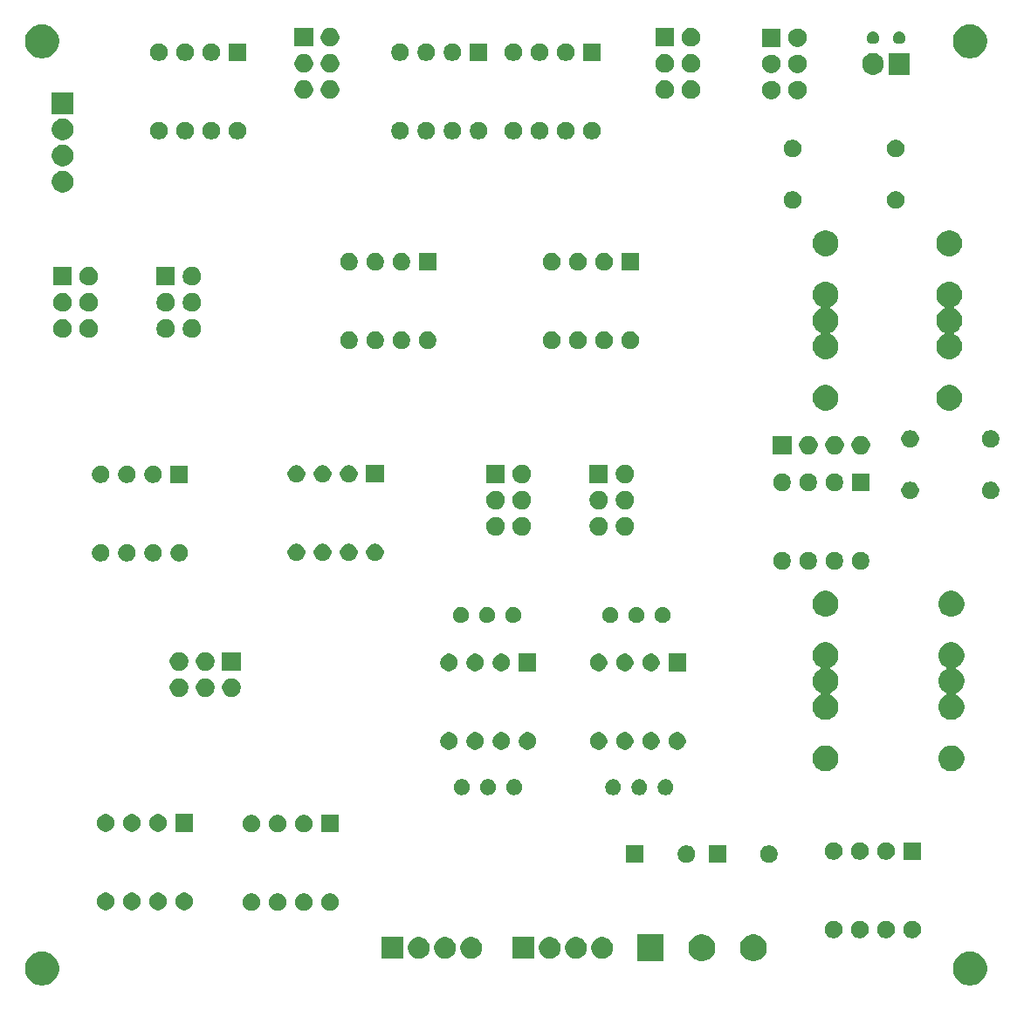
<source format=gbr>
G04 #@! TF.GenerationSoftware,KiCad,Pcbnew,5.1.5+dfsg1-2build2*
G04 #@! TF.CreationDate,2022-04-28T18:47:43+09:30*
G04 #@! TF.ProjectId,xover,786f7665-722e-46b6-9963-61645f706362,rev?*
G04 #@! TF.SameCoordinates,Original*
G04 #@! TF.FileFunction,Soldermask,Bot*
G04 #@! TF.FilePolarity,Negative*
%FSLAX46Y46*%
G04 Gerber Fmt 4.6, Leading zero omitted, Abs format (unit mm)*
G04 Created by KiCad (PCBNEW 5.1.5+dfsg1-2build2) date 2022-04-28 18:47:43*
%MOMM*%
%LPD*%
G04 APERTURE LIST*
%ADD10C,0.100000*%
G04 APERTURE END LIST*
D10*
G36*
X120315878Y-118379487D02*
G01*
X120481579Y-118412447D01*
X120782042Y-118536903D01*
X121052451Y-118717585D01*
X121282415Y-118947549D01*
X121463097Y-119217958D01*
X121587553Y-119518421D01*
X121651000Y-119837391D01*
X121651000Y-120162609D01*
X121587553Y-120481579D01*
X121463097Y-120782042D01*
X121282415Y-121052451D01*
X121052451Y-121282415D01*
X120782042Y-121463097D01*
X120481579Y-121587553D01*
X120375256Y-121608702D01*
X120162611Y-121651000D01*
X119837389Y-121651000D01*
X119624744Y-121608702D01*
X119518421Y-121587553D01*
X119217958Y-121463097D01*
X118947549Y-121282415D01*
X118717585Y-121052451D01*
X118536903Y-120782042D01*
X118412447Y-120481579D01*
X118349000Y-120162609D01*
X118349000Y-119837391D01*
X118412447Y-119518421D01*
X118536903Y-119217958D01*
X118717585Y-118947549D01*
X118947549Y-118717585D01*
X119217958Y-118536903D01*
X119518421Y-118412447D01*
X119684122Y-118379487D01*
X119837389Y-118349000D01*
X120162611Y-118349000D01*
X120315878Y-118379487D01*
G37*
G36*
X30315878Y-118379487D02*
G01*
X30481579Y-118412447D01*
X30782042Y-118536903D01*
X31052451Y-118717585D01*
X31282415Y-118947549D01*
X31463097Y-119217958D01*
X31587553Y-119518421D01*
X31651000Y-119837391D01*
X31651000Y-120162609D01*
X31587553Y-120481579D01*
X31463097Y-120782042D01*
X31282415Y-121052451D01*
X31052451Y-121282415D01*
X30782042Y-121463097D01*
X30481579Y-121587553D01*
X30375256Y-121608702D01*
X30162611Y-121651000D01*
X29837389Y-121651000D01*
X29624744Y-121608702D01*
X29518421Y-121587553D01*
X29217958Y-121463097D01*
X28947549Y-121282415D01*
X28717585Y-121052451D01*
X28536903Y-120782042D01*
X28412447Y-120481579D01*
X28349000Y-120162609D01*
X28349000Y-119837391D01*
X28412447Y-119518421D01*
X28536903Y-119217958D01*
X28717585Y-118947549D01*
X28947549Y-118717585D01*
X29217958Y-118536903D01*
X29518421Y-118412447D01*
X29684122Y-118379487D01*
X29837389Y-118349000D01*
X30162611Y-118349000D01*
X30315878Y-118379487D01*
G37*
G36*
X90301000Y-119301000D02*
G01*
X87699000Y-119301000D01*
X87699000Y-116699000D01*
X90301000Y-116699000D01*
X90301000Y-119301000D01*
G37*
G36*
X99379487Y-116748996D02*
G01*
X99616253Y-116847068D01*
X99616255Y-116847069D01*
X99769569Y-116949510D01*
X99829339Y-116989447D01*
X100010553Y-117170661D01*
X100152932Y-117383747D01*
X100251004Y-117620513D01*
X100301000Y-117871861D01*
X100301000Y-118128139D01*
X100251004Y-118379487D01*
X100237351Y-118412447D01*
X100152931Y-118616255D01*
X100010553Y-118829339D01*
X99829339Y-119010553D01*
X99616255Y-119152931D01*
X99616254Y-119152932D01*
X99616253Y-119152932D01*
X99379487Y-119251004D01*
X99128139Y-119301000D01*
X98871861Y-119301000D01*
X98620513Y-119251004D01*
X98383747Y-119152932D01*
X98383746Y-119152932D01*
X98383745Y-119152931D01*
X98170661Y-119010553D01*
X97989447Y-118829339D01*
X97847069Y-118616255D01*
X97762649Y-118412447D01*
X97748996Y-118379487D01*
X97699000Y-118128139D01*
X97699000Y-117871861D01*
X97748996Y-117620513D01*
X97847068Y-117383747D01*
X97989447Y-117170661D01*
X98170661Y-116989447D01*
X98230431Y-116949510D01*
X98383745Y-116847069D01*
X98383747Y-116847068D01*
X98620513Y-116748996D01*
X98871861Y-116699000D01*
X99128139Y-116699000D01*
X99379487Y-116748996D01*
G37*
G36*
X94379487Y-116748996D02*
G01*
X94616253Y-116847068D01*
X94616255Y-116847069D01*
X94769569Y-116949510D01*
X94829339Y-116989447D01*
X95010553Y-117170661D01*
X95152932Y-117383747D01*
X95251004Y-117620513D01*
X95301000Y-117871861D01*
X95301000Y-118128139D01*
X95251004Y-118379487D01*
X95237351Y-118412447D01*
X95152931Y-118616255D01*
X95010553Y-118829339D01*
X94829339Y-119010553D01*
X94616255Y-119152931D01*
X94616254Y-119152932D01*
X94616253Y-119152932D01*
X94379487Y-119251004D01*
X94128139Y-119301000D01*
X93871861Y-119301000D01*
X93620513Y-119251004D01*
X93383747Y-119152932D01*
X93383746Y-119152932D01*
X93383745Y-119152931D01*
X93170661Y-119010553D01*
X92989447Y-118829339D01*
X92847069Y-118616255D01*
X92762649Y-118412447D01*
X92748996Y-118379487D01*
X92699000Y-118128139D01*
X92699000Y-117871861D01*
X92748996Y-117620513D01*
X92847068Y-117383747D01*
X92989447Y-117170661D01*
X93170661Y-116989447D01*
X93230431Y-116949510D01*
X93383745Y-116847069D01*
X93383747Y-116847068D01*
X93620513Y-116748996D01*
X93871861Y-116699000D01*
X94128139Y-116699000D01*
X94379487Y-116748996D01*
G37*
G36*
X84626416Y-116989879D02*
G01*
X84817592Y-117069067D01*
X84817594Y-117069068D01*
X84820485Y-117071000D01*
X84989648Y-117184031D01*
X85135969Y-117330352D01*
X85250933Y-117502408D01*
X85330121Y-117693584D01*
X85370490Y-117896534D01*
X85370490Y-118103466D01*
X85330121Y-118306416D01*
X85299853Y-118379488D01*
X85250932Y-118497594D01*
X85135969Y-118669648D01*
X84989648Y-118815969D01*
X84817594Y-118930932D01*
X84817593Y-118930933D01*
X84817592Y-118930933D01*
X84626416Y-119010121D01*
X84423466Y-119050490D01*
X84216534Y-119050490D01*
X84013584Y-119010121D01*
X83822408Y-118930933D01*
X83822407Y-118930933D01*
X83822406Y-118930932D01*
X83650352Y-118815969D01*
X83504031Y-118669648D01*
X83389068Y-118497594D01*
X83340147Y-118379488D01*
X83309879Y-118306416D01*
X83269510Y-118103466D01*
X83269510Y-117896534D01*
X83309879Y-117693584D01*
X83389067Y-117502408D01*
X83504031Y-117330352D01*
X83650352Y-117184031D01*
X83819515Y-117071000D01*
X83822406Y-117069068D01*
X83822408Y-117069067D01*
X84013584Y-116989879D01*
X84216534Y-116949510D01*
X84423466Y-116949510D01*
X84626416Y-116989879D01*
G37*
G36*
X71926416Y-116989879D02*
G01*
X72117592Y-117069067D01*
X72117594Y-117069068D01*
X72120485Y-117071000D01*
X72289648Y-117184031D01*
X72435969Y-117330352D01*
X72550933Y-117502408D01*
X72630121Y-117693584D01*
X72670490Y-117896534D01*
X72670490Y-118103466D01*
X72630121Y-118306416D01*
X72599853Y-118379488D01*
X72550932Y-118497594D01*
X72435969Y-118669648D01*
X72289648Y-118815969D01*
X72117594Y-118930932D01*
X72117593Y-118930933D01*
X72117592Y-118930933D01*
X71926416Y-119010121D01*
X71723466Y-119050490D01*
X71516534Y-119050490D01*
X71313584Y-119010121D01*
X71122408Y-118930933D01*
X71122407Y-118930933D01*
X71122406Y-118930932D01*
X70950352Y-118815969D01*
X70804031Y-118669648D01*
X70689068Y-118497594D01*
X70640147Y-118379488D01*
X70609879Y-118306416D01*
X70569510Y-118103466D01*
X70569510Y-117896534D01*
X70609879Y-117693584D01*
X70689067Y-117502408D01*
X70804031Y-117330352D01*
X70950352Y-117184031D01*
X71119515Y-117071000D01*
X71122406Y-117069068D01*
X71122408Y-117069067D01*
X71313584Y-116989879D01*
X71516534Y-116949510D01*
X71723466Y-116949510D01*
X71926416Y-116989879D01*
G37*
G36*
X65050490Y-119050490D02*
G01*
X62949510Y-119050490D01*
X62949510Y-116949510D01*
X65050490Y-116949510D01*
X65050490Y-119050490D01*
G37*
G36*
X66846416Y-116989879D02*
G01*
X67037592Y-117069067D01*
X67037594Y-117069068D01*
X67040485Y-117071000D01*
X67209648Y-117184031D01*
X67355969Y-117330352D01*
X67470933Y-117502408D01*
X67550121Y-117693584D01*
X67590490Y-117896534D01*
X67590490Y-118103466D01*
X67550121Y-118306416D01*
X67519853Y-118379488D01*
X67470932Y-118497594D01*
X67355969Y-118669648D01*
X67209648Y-118815969D01*
X67037594Y-118930932D01*
X67037593Y-118930933D01*
X67037592Y-118930933D01*
X66846416Y-119010121D01*
X66643466Y-119050490D01*
X66436534Y-119050490D01*
X66233584Y-119010121D01*
X66042408Y-118930933D01*
X66042407Y-118930933D01*
X66042406Y-118930932D01*
X65870352Y-118815969D01*
X65724031Y-118669648D01*
X65609068Y-118497594D01*
X65560147Y-118379488D01*
X65529879Y-118306416D01*
X65489510Y-118103466D01*
X65489510Y-117896534D01*
X65529879Y-117693584D01*
X65609067Y-117502408D01*
X65724031Y-117330352D01*
X65870352Y-117184031D01*
X66039515Y-117071000D01*
X66042406Y-117069068D01*
X66042408Y-117069067D01*
X66233584Y-116989879D01*
X66436534Y-116949510D01*
X66643466Y-116949510D01*
X66846416Y-116989879D01*
G37*
G36*
X69386416Y-116989879D02*
G01*
X69577592Y-117069067D01*
X69577594Y-117069068D01*
X69580485Y-117071000D01*
X69749648Y-117184031D01*
X69895969Y-117330352D01*
X70010933Y-117502408D01*
X70090121Y-117693584D01*
X70130490Y-117896534D01*
X70130490Y-118103466D01*
X70090121Y-118306416D01*
X70059853Y-118379488D01*
X70010932Y-118497594D01*
X69895969Y-118669648D01*
X69749648Y-118815969D01*
X69577594Y-118930932D01*
X69577593Y-118930933D01*
X69577592Y-118930933D01*
X69386416Y-119010121D01*
X69183466Y-119050490D01*
X68976534Y-119050490D01*
X68773584Y-119010121D01*
X68582408Y-118930933D01*
X68582407Y-118930933D01*
X68582406Y-118930932D01*
X68410352Y-118815969D01*
X68264031Y-118669648D01*
X68149068Y-118497594D01*
X68100147Y-118379488D01*
X68069879Y-118306416D01*
X68029510Y-118103466D01*
X68029510Y-117896534D01*
X68069879Y-117693584D01*
X68149067Y-117502408D01*
X68264031Y-117330352D01*
X68410352Y-117184031D01*
X68579515Y-117071000D01*
X68582406Y-117069068D01*
X68582408Y-117069067D01*
X68773584Y-116989879D01*
X68976534Y-116949510D01*
X69183466Y-116949510D01*
X69386416Y-116989879D01*
G37*
G36*
X77750490Y-119050490D02*
G01*
X75649510Y-119050490D01*
X75649510Y-116949510D01*
X77750490Y-116949510D01*
X77750490Y-119050490D01*
G37*
G36*
X79546416Y-116989879D02*
G01*
X79737592Y-117069067D01*
X79737594Y-117069068D01*
X79740485Y-117071000D01*
X79909648Y-117184031D01*
X80055969Y-117330352D01*
X80170933Y-117502408D01*
X80250121Y-117693584D01*
X80290490Y-117896534D01*
X80290490Y-118103466D01*
X80250121Y-118306416D01*
X80219853Y-118379488D01*
X80170932Y-118497594D01*
X80055969Y-118669648D01*
X79909648Y-118815969D01*
X79737594Y-118930932D01*
X79737593Y-118930933D01*
X79737592Y-118930933D01*
X79546416Y-119010121D01*
X79343466Y-119050490D01*
X79136534Y-119050490D01*
X78933584Y-119010121D01*
X78742408Y-118930933D01*
X78742407Y-118930933D01*
X78742406Y-118930932D01*
X78570352Y-118815969D01*
X78424031Y-118669648D01*
X78309068Y-118497594D01*
X78260147Y-118379488D01*
X78229879Y-118306416D01*
X78189510Y-118103466D01*
X78189510Y-117896534D01*
X78229879Y-117693584D01*
X78309067Y-117502408D01*
X78424031Y-117330352D01*
X78570352Y-117184031D01*
X78739515Y-117071000D01*
X78742406Y-117069068D01*
X78742408Y-117069067D01*
X78933584Y-116989879D01*
X79136534Y-116949510D01*
X79343466Y-116949510D01*
X79546416Y-116989879D01*
G37*
G36*
X82086416Y-116989879D02*
G01*
X82277592Y-117069067D01*
X82277594Y-117069068D01*
X82280485Y-117071000D01*
X82449648Y-117184031D01*
X82595969Y-117330352D01*
X82710933Y-117502408D01*
X82790121Y-117693584D01*
X82830490Y-117896534D01*
X82830490Y-118103466D01*
X82790121Y-118306416D01*
X82759853Y-118379488D01*
X82710932Y-118497594D01*
X82595969Y-118669648D01*
X82449648Y-118815969D01*
X82277594Y-118930932D01*
X82277593Y-118930933D01*
X82277592Y-118930933D01*
X82086416Y-119010121D01*
X81883466Y-119050490D01*
X81676534Y-119050490D01*
X81473584Y-119010121D01*
X81282408Y-118930933D01*
X81282407Y-118930933D01*
X81282406Y-118930932D01*
X81110352Y-118815969D01*
X80964031Y-118669648D01*
X80849068Y-118497594D01*
X80800147Y-118379488D01*
X80769879Y-118306416D01*
X80729510Y-118103466D01*
X80729510Y-117896534D01*
X80769879Y-117693584D01*
X80849067Y-117502408D01*
X80964031Y-117330352D01*
X81110352Y-117184031D01*
X81279515Y-117071000D01*
X81282406Y-117069068D01*
X81282408Y-117069067D01*
X81473584Y-116989879D01*
X81676534Y-116949510D01*
X81883466Y-116949510D01*
X82086416Y-116989879D01*
G37*
G36*
X114648228Y-115401703D02*
G01*
X114803100Y-115465853D01*
X114942481Y-115558985D01*
X115061015Y-115677519D01*
X115154147Y-115816900D01*
X115218297Y-115971772D01*
X115251000Y-116136184D01*
X115251000Y-116303816D01*
X115218297Y-116468228D01*
X115154147Y-116623100D01*
X115061015Y-116762481D01*
X114942481Y-116881015D01*
X114803100Y-116974147D01*
X114648228Y-117038297D01*
X114483816Y-117071000D01*
X114316184Y-117071000D01*
X114151772Y-117038297D01*
X113996900Y-116974147D01*
X113857519Y-116881015D01*
X113738985Y-116762481D01*
X113645853Y-116623100D01*
X113581703Y-116468228D01*
X113549000Y-116303816D01*
X113549000Y-116136184D01*
X113581703Y-115971772D01*
X113645853Y-115816900D01*
X113738985Y-115677519D01*
X113857519Y-115558985D01*
X113996900Y-115465853D01*
X114151772Y-115401703D01*
X114316184Y-115369000D01*
X114483816Y-115369000D01*
X114648228Y-115401703D01*
G37*
G36*
X107028228Y-115401703D02*
G01*
X107183100Y-115465853D01*
X107322481Y-115558985D01*
X107441015Y-115677519D01*
X107534147Y-115816900D01*
X107598297Y-115971772D01*
X107631000Y-116136184D01*
X107631000Y-116303816D01*
X107598297Y-116468228D01*
X107534147Y-116623100D01*
X107441015Y-116762481D01*
X107322481Y-116881015D01*
X107183100Y-116974147D01*
X107028228Y-117038297D01*
X106863816Y-117071000D01*
X106696184Y-117071000D01*
X106531772Y-117038297D01*
X106376900Y-116974147D01*
X106237519Y-116881015D01*
X106118985Y-116762481D01*
X106025853Y-116623100D01*
X105961703Y-116468228D01*
X105929000Y-116303816D01*
X105929000Y-116136184D01*
X105961703Y-115971772D01*
X106025853Y-115816900D01*
X106118985Y-115677519D01*
X106237519Y-115558985D01*
X106376900Y-115465853D01*
X106531772Y-115401703D01*
X106696184Y-115369000D01*
X106863816Y-115369000D01*
X107028228Y-115401703D01*
G37*
G36*
X109568228Y-115401703D02*
G01*
X109723100Y-115465853D01*
X109862481Y-115558985D01*
X109981015Y-115677519D01*
X110074147Y-115816900D01*
X110138297Y-115971772D01*
X110171000Y-116136184D01*
X110171000Y-116303816D01*
X110138297Y-116468228D01*
X110074147Y-116623100D01*
X109981015Y-116762481D01*
X109862481Y-116881015D01*
X109723100Y-116974147D01*
X109568228Y-117038297D01*
X109403816Y-117071000D01*
X109236184Y-117071000D01*
X109071772Y-117038297D01*
X108916900Y-116974147D01*
X108777519Y-116881015D01*
X108658985Y-116762481D01*
X108565853Y-116623100D01*
X108501703Y-116468228D01*
X108469000Y-116303816D01*
X108469000Y-116136184D01*
X108501703Y-115971772D01*
X108565853Y-115816900D01*
X108658985Y-115677519D01*
X108777519Y-115558985D01*
X108916900Y-115465853D01*
X109071772Y-115401703D01*
X109236184Y-115369000D01*
X109403816Y-115369000D01*
X109568228Y-115401703D01*
G37*
G36*
X112108228Y-115401703D02*
G01*
X112263100Y-115465853D01*
X112402481Y-115558985D01*
X112521015Y-115677519D01*
X112614147Y-115816900D01*
X112678297Y-115971772D01*
X112711000Y-116136184D01*
X112711000Y-116303816D01*
X112678297Y-116468228D01*
X112614147Y-116623100D01*
X112521015Y-116762481D01*
X112402481Y-116881015D01*
X112263100Y-116974147D01*
X112108228Y-117038297D01*
X111943816Y-117071000D01*
X111776184Y-117071000D01*
X111611772Y-117038297D01*
X111456900Y-116974147D01*
X111317519Y-116881015D01*
X111198985Y-116762481D01*
X111105853Y-116623100D01*
X111041703Y-116468228D01*
X111009000Y-116303816D01*
X111009000Y-116136184D01*
X111041703Y-115971772D01*
X111105853Y-115816900D01*
X111198985Y-115677519D01*
X111317519Y-115558985D01*
X111456900Y-115465853D01*
X111611772Y-115401703D01*
X111776184Y-115369000D01*
X111943816Y-115369000D01*
X112108228Y-115401703D01*
G37*
G36*
X50573228Y-112746703D02*
G01*
X50728100Y-112810853D01*
X50867481Y-112903985D01*
X50986015Y-113022519D01*
X51079147Y-113161900D01*
X51143297Y-113316772D01*
X51176000Y-113481184D01*
X51176000Y-113648816D01*
X51143297Y-113813228D01*
X51079147Y-113968100D01*
X50986015Y-114107481D01*
X50867481Y-114226015D01*
X50728100Y-114319147D01*
X50573228Y-114383297D01*
X50408816Y-114416000D01*
X50241184Y-114416000D01*
X50076772Y-114383297D01*
X49921900Y-114319147D01*
X49782519Y-114226015D01*
X49663985Y-114107481D01*
X49570853Y-113968100D01*
X49506703Y-113813228D01*
X49474000Y-113648816D01*
X49474000Y-113481184D01*
X49506703Y-113316772D01*
X49570853Y-113161900D01*
X49663985Y-113022519D01*
X49782519Y-112903985D01*
X49921900Y-112810853D01*
X50076772Y-112746703D01*
X50241184Y-112714000D01*
X50408816Y-112714000D01*
X50573228Y-112746703D01*
G37*
G36*
X53113228Y-112746703D02*
G01*
X53268100Y-112810853D01*
X53407481Y-112903985D01*
X53526015Y-113022519D01*
X53619147Y-113161900D01*
X53683297Y-113316772D01*
X53716000Y-113481184D01*
X53716000Y-113648816D01*
X53683297Y-113813228D01*
X53619147Y-113968100D01*
X53526015Y-114107481D01*
X53407481Y-114226015D01*
X53268100Y-114319147D01*
X53113228Y-114383297D01*
X52948816Y-114416000D01*
X52781184Y-114416000D01*
X52616772Y-114383297D01*
X52461900Y-114319147D01*
X52322519Y-114226015D01*
X52203985Y-114107481D01*
X52110853Y-113968100D01*
X52046703Y-113813228D01*
X52014000Y-113648816D01*
X52014000Y-113481184D01*
X52046703Y-113316772D01*
X52110853Y-113161900D01*
X52203985Y-113022519D01*
X52322519Y-112903985D01*
X52461900Y-112810853D01*
X52616772Y-112746703D01*
X52781184Y-112714000D01*
X52948816Y-112714000D01*
X53113228Y-112746703D01*
G37*
G36*
X55653228Y-112746703D02*
G01*
X55808100Y-112810853D01*
X55947481Y-112903985D01*
X56066015Y-113022519D01*
X56159147Y-113161900D01*
X56223297Y-113316772D01*
X56256000Y-113481184D01*
X56256000Y-113648816D01*
X56223297Y-113813228D01*
X56159147Y-113968100D01*
X56066015Y-114107481D01*
X55947481Y-114226015D01*
X55808100Y-114319147D01*
X55653228Y-114383297D01*
X55488816Y-114416000D01*
X55321184Y-114416000D01*
X55156772Y-114383297D01*
X55001900Y-114319147D01*
X54862519Y-114226015D01*
X54743985Y-114107481D01*
X54650853Y-113968100D01*
X54586703Y-113813228D01*
X54554000Y-113648816D01*
X54554000Y-113481184D01*
X54586703Y-113316772D01*
X54650853Y-113161900D01*
X54743985Y-113022519D01*
X54862519Y-112903985D01*
X55001900Y-112810853D01*
X55156772Y-112746703D01*
X55321184Y-112714000D01*
X55488816Y-112714000D01*
X55653228Y-112746703D01*
G37*
G36*
X58193228Y-112746703D02*
G01*
X58348100Y-112810853D01*
X58487481Y-112903985D01*
X58606015Y-113022519D01*
X58699147Y-113161900D01*
X58763297Y-113316772D01*
X58796000Y-113481184D01*
X58796000Y-113648816D01*
X58763297Y-113813228D01*
X58699147Y-113968100D01*
X58606015Y-114107481D01*
X58487481Y-114226015D01*
X58348100Y-114319147D01*
X58193228Y-114383297D01*
X58028816Y-114416000D01*
X57861184Y-114416000D01*
X57696772Y-114383297D01*
X57541900Y-114319147D01*
X57402519Y-114226015D01*
X57283985Y-114107481D01*
X57190853Y-113968100D01*
X57126703Y-113813228D01*
X57094000Y-113648816D01*
X57094000Y-113481184D01*
X57126703Y-113316772D01*
X57190853Y-113161900D01*
X57283985Y-113022519D01*
X57402519Y-112903985D01*
X57541900Y-112810853D01*
X57696772Y-112746703D01*
X57861184Y-112714000D01*
X58028816Y-112714000D01*
X58193228Y-112746703D01*
G37*
G36*
X38968228Y-112676703D02*
G01*
X39123100Y-112740853D01*
X39262481Y-112833985D01*
X39381015Y-112952519D01*
X39474147Y-113091900D01*
X39538297Y-113246772D01*
X39571000Y-113411184D01*
X39571000Y-113578816D01*
X39538297Y-113743228D01*
X39474147Y-113898100D01*
X39381015Y-114037481D01*
X39262481Y-114156015D01*
X39123100Y-114249147D01*
X38968228Y-114313297D01*
X38803816Y-114346000D01*
X38636184Y-114346000D01*
X38471772Y-114313297D01*
X38316900Y-114249147D01*
X38177519Y-114156015D01*
X38058985Y-114037481D01*
X37965853Y-113898100D01*
X37901703Y-113743228D01*
X37869000Y-113578816D01*
X37869000Y-113411184D01*
X37901703Y-113246772D01*
X37965853Y-113091900D01*
X38058985Y-112952519D01*
X38177519Y-112833985D01*
X38316900Y-112740853D01*
X38471772Y-112676703D01*
X38636184Y-112644000D01*
X38803816Y-112644000D01*
X38968228Y-112676703D01*
G37*
G36*
X36428228Y-112676703D02*
G01*
X36583100Y-112740853D01*
X36722481Y-112833985D01*
X36841015Y-112952519D01*
X36934147Y-113091900D01*
X36998297Y-113246772D01*
X37031000Y-113411184D01*
X37031000Y-113578816D01*
X36998297Y-113743228D01*
X36934147Y-113898100D01*
X36841015Y-114037481D01*
X36722481Y-114156015D01*
X36583100Y-114249147D01*
X36428228Y-114313297D01*
X36263816Y-114346000D01*
X36096184Y-114346000D01*
X35931772Y-114313297D01*
X35776900Y-114249147D01*
X35637519Y-114156015D01*
X35518985Y-114037481D01*
X35425853Y-113898100D01*
X35361703Y-113743228D01*
X35329000Y-113578816D01*
X35329000Y-113411184D01*
X35361703Y-113246772D01*
X35425853Y-113091900D01*
X35518985Y-112952519D01*
X35637519Y-112833985D01*
X35776900Y-112740853D01*
X35931772Y-112676703D01*
X36096184Y-112644000D01*
X36263816Y-112644000D01*
X36428228Y-112676703D01*
G37*
G36*
X41508228Y-112676703D02*
G01*
X41663100Y-112740853D01*
X41802481Y-112833985D01*
X41921015Y-112952519D01*
X42014147Y-113091900D01*
X42078297Y-113246772D01*
X42111000Y-113411184D01*
X42111000Y-113578816D01*
X42078297Y-113743228D01*
X42014147Y-113898100D01*
X41921015Y-114037481D01*
X41802481Y-114156015D01*
X41663100Y-114249147D01*
X41508228Y-114313297D01*
X41343816Y-114346000D01*
X41176184Y-114346000D01*
X41011772Y-114313297D01*
X40856900Y-114249147D01*
X40717519Y-114156015D01*
X40598985Y-114037481D01*
X40505853Y-113898100D01*
X40441703Y-113743228D01*
X40409000Y-113578816D01*
X40409000Y-113411184D01*
X40441703Y-113246772D01*
X40505853Y-113091900D01*
X40598985Y-112952519D01*
X40717519Y-112833985D01*
X40856900Y-112740853D01*
X41011772Y-112676703D01*
X41176184Y-112644000D01*
X41343816Y-112644000D01*
X41508228Y-112676703D01*
G37*
G36*
X44048228Y-112676703D02*
G01*
X44203100Y-112740853D01*
X44342481Y-112833985D01*
X44461015Y-112952519D01*
X44554147Y-113091900D01*
X44618297Y-113246772D01*
X44651000Y-113411184D01*
X44651000Y-113578816D01*
X44618297Y-113743228D01*
X44554147Y-113898100D01*
X44461015Y-114037481D01*
X44342481Y-114156015D01*
X44203100Y-114249147D01*
X44048228Y-114313297D01*
X43883816Y-114346000D01*
X43716184Y-114346000D01*
X43551772Y-114313297D01*
X43396900Y-114249147D01*
X43257519Y-114156015D01*
X43138985Y-114037481D01*
X43045853Y-113898100D01*
X42981703Y-113743228D01*
X42949000Y-113578816D01*
X42949000Y-113411184D01*
X42981703Y-113246772D01*
X43045853Y-113091900D01*
X43138985Y-112952519D01*
X43257519Y-112833985D01*
X43396900Y-112740853D01*
X43551772Y-112676703D01*
X43716184Y-112644000D01*
X43883816Y-112644000D01*
X44048228Y-112676703D01*
G37*
G36*
X96351000Y-109751000D02*
G01*
X94649000Y-109751000D01*
X94649000Y-108049000D01*
X96351000Y-108049000D01*
X96351000Y-109751000D01*
G37*
G36*
X100748228Y-108081703D02*
G01*
X100903100Y-108145853D01*
X101042481Y-108238985D01*
X101161015Y-108357519D01*
X101254147Y-108496900D01*
X101318297Y-108651772D01*
X101351000Y-108816184D01*
X101351000Y-108983816D01*
X101318297Y-109148228D01*
X101254147Y-109303100D01*
X101161015Y-109442481D01*
X101042481Y-109561015D01*
X100903100Y-109654147D01*
X100748228Y-109718297D01*
X100583816Y-109751000D01*
X100416184Y-109751000D01*
X100251772Y-109718297D01*
X100096900Y-109654147D01*
X99957519Y-109561015D01*
X99838985Y-109442481D01*
X99745853Y-109303100D01*
X99681703Y-109148228D01*
X99649000Y-108983816D01*
X99649000Y-108816184D01*
X99681703Y-108651772D01*
X99745853Y-108496900D01*
X99838985Y-108357519D01*
X99957519Y-108238985D01*
X100096900Y-108145853D01*
X100251772Y-108081703D01*
X100416184Y-108049000D01*
X100583816Y-108049000D01*
X100748228Y-108081703D01*
G37*
G36*
X88351000Y-109751000D02*
G01*
X86649000Y-109751000D01*
X86649000Y-108049000D01*
X88351000Y-108049000D01*
X88351000Y-109751000D01*
G37*
G36*
X92748228Y-108081703D02*
G01*
X92903100Y-108145853D01*
X93042481Y-108238985D01*
X93161015Y-108357519D01*
X93254147Y-108496900D01*
X93318297Y-108651772D01*
X93351000Y-108816184D01*
X93351000Y-108983816D01*
X93318297Y-109148228D01*
X93254147Y-109303100D01*
X93161015Y-109442481D01*
X93042481Y-109561015D01*
X92903100Y-109654147D01*
X92748228Y-109718297D01*
X92583816Y-109751000D01*
X92416184Y-109751000D01*
X92251772Y-109718297D01*
X92096900Y-109654147D01*
X91957519Y-109561015D01*
X91838985Y-109442481D01*
X91745853Y-109303100D01*
X91681703Y-109148228D01*
X91649000Y-108983816D01*
X91649000Y-108816184D01*
X91681703Y-108651772D01*
X91745853Y-108496900D01*
X91838985Y-108357519D01*
X91957519Y-108238985D01*
X92096900Y-108145853D01*
X92251772Y-108081703D01*
X92416184Y-108049000D01*
X92583816Y-108049000D01*
X92748228Y-108081703D01*
G37*
G36*
X115251000Y-109451000D02*
G01*
X113549000Y-109451000D01*
X113549000Y-107749000D01*
X115251000Y-107749000D01*
X115251000Y-109451000D01*
G37*
G36*
X112108228Y-107781703D02*
G01*
X112263100Y-107845853D01*
X112402481Y-107938985D01*
X112521015Y-108057519D01*
X112614147Y-108196900D01*
X112678297Y-108351772D01*
X112711000Y-108516184D01*
X112711000Y-108683816D01*
X112678297Y-108848228D01*
X112614147Y-109003100D01*
X112521015Y-109142481D01*
X112402481Y-109261015D01*
X112263100Y-109354147D01*
X112108228Y-109418297D01*
X111943816Y-109451000D01*
X111776184Y-109451000D01*
X111611772Y-109418297D01*
X111456900Y-109354147D01*
X111317519Y-109261015D01*
X111198985Y-109142481D01*
X111105853Y-109003100D01*
X111041703Y-108848228D01*
X111009000Y-108683816D01*
X111009000Y-108516184D01*
X111041703Y-108351772D01*
X111105853Y-108196900D01*
X111198985Y-108057519D01*
X111317519Y-107938985D01*
X111456900Y-107845853D01*
X111611772Y-107781703D01*
X111776184Y-107749000D01*
X111943816Y-107749000D01*
X112108228Y-107781703D01*
G37*
G36*
X109568228Y-107781703D02*
G01*
X109723100Y-107845853D01*
X109862481Y-107938985D01*
X109981015Y-108057519D01*
X110074147Y-108196900D01*
X110138297Y-108351772D01*
X110171000Y-108516184D01*
X110171000Y-108683816D01*
X110138297Y-108848228D01*
X110074147Y-109003100D01*
X109981015Y-109142481D01*
X109862481Y-109261015D01*
X109723100Y-109354147D01*
X109568228Y-109418297D01*
X109403816Y-109451000D01*
X109236184Y-109451000D01*
X109071772Y-109418297D01*
X108916900Y-109354147D01*
X108777519Y-109261015D01*
X108658985Y-109142481D01*
X108565853Y-109003100D01*
X108501703Y-108848228D01*
X108469000Y-108683816D01*
X108469000Y-108516184D01*
X108501703Y-108351772D01*
X108565853Y-108196900D01*
X108658985Y-108057519D01*
X108777519Y-107938985D01*
X108916900Y-107845853D01*
X109071772Y-107781703D01*
X109236184Y-107749000D01*
X109403816Y-107749000D01*
X109568228Y-107781703D01*
G37*
G36*
X107028228Y-107781703D02*
G01*
X107183100Y-107845853D01*
X107322481Y-107938985D01*
X107441015Y-108057519D01*
X107534147Y-108196900D01*
X107598297Y-108351772D01*
X107631000Y-108516184D01*
X107631000Y-108683816D01*
X107598297Y-108848228D01*
X107534147Y-109003100D01*
X107441015Y-109142481D01*
X107322481Y-109261015D01*
X107183100Y-109354147D01*
X107028228Y-109418297D01*
X106863816Y-109451000D01*
X106696184Y-109451000D01*
X106531772Y-109418297D01*
X106376900Y-109354147D01*
X106237519Y-109261015D01*
X106118985Y-109142481D01*
X106025853Y-109003100D01*
X105961703Y-108848228D01*
X105929000Y-108683816D01*
X105929000Y-108516184D01*
X105961703Y-108351772D01*
X106025853Y-108196900D01*
X106118985Y-108057519D01*
X106237519Y-107938985D01*
X106376900Y-107845853D01*
X106531772Y-107781703D01*
X106696184Y-107749000D01*
X106863816Y-107749000D01*
X107028228Y-107781703D01*
G37*
G36*
X58796000Y-106796000D02*
G01*
X57094000Y-106796000D01*
X57094000Y-105094000D01*
X58796000Y-105094000D01*
X58796000Y-106796000D01*
G37*
G36*
X55653228Y-105126703D02*
G01*
X55808100Y-105190853D01*
X55947481Y-105283985D01*
X56066015Y-105402519D01*
X56159147Y-105541900D01*
X56223297Y-105696772D01*
X56256000Y-105861184D01*
X56256000Y-106028816D01*
X56223297Y-106193228D01*
X56159147Y-106348100D01*
X56066015Y-106487481D01*
X55947481Y-106606015D01*
X55808100Y-106699147D01*
X55653228Y-106763297D01*
X55488816Y-106796000D01*
X55321184Y-106796000D01*
X55156772Y-106763297D01*
X55001900Y-106699147D01*
X54862519Y-106606015D01*
X54743985Y-106487481D01*
X54650853Y-106348100D01*
X54586703Y-106193228D01*
X54554000Y-106028816D01*
X54554000Y-105861184D01*
X54586703Y-105696772D01*
X54650853Y-105541900D01*
X54743985Y-105402519D01*
X54862519Y-105283985D01*
X55001900Y-105190853D01*
X55156772Y-105126703D01*
X55321184Y-105094000D01*
X55488816Y-105094000D01*
X55653228Y-105126703D01*
G37*
G36*
X53113228Y-105126703D02*
G01*
X53268100Y-105190853D01*
X53407481Y-105283985D01*
X53526015Y-105402519D01*
X53619147Y-105541900D01*
X53683297Y-105696772D01*
X53716000Y-105861184D01*
X53716000Y-106028816D01*
X53683297Y-106193228D01*
X53619147Y-106348100D01*
X53526015Y-106487481D01*
X53407481Y-106606015D01*
X53268100Y-106699147D01*
X53113228Y-106763297D01*
X52948816Y-106796000D01*
X52781184Y-106796000D01*
X52616772Y-106763297D01*
X52461900Y-106699147D01*
X52322519Y-106606015D01*
X52203985Y-106487481D01*
X52110853Y-106348100D01*
X52046703Y-106193228D01*
X52014000Y-106028816D01*
X52014000Y-105861184D01*
X52046703Y-105696772D01*
X52110853Y-105541900D01*
X52203985Y-105402519D01*
X52322519Y-105283985D01*
X52461900Y-105190853D01*
X52616772Y-105126703D01*
X52781184Y-105094000D01*
X52948816Y-105094000D01*
X53113228Y-105126703D01*
G37*
G36*
X50573228Y-105126703D02*
G01*
X50728100Y-105190853D01*
X50867481Y-105283985D01*
X50986015Y-105402519D01*
X51079147Y-105541900D01*
X51143297Y-105696772D01*
X51176000Y-105861184D01*
X51176000Y-106028816D01*
X51143297Y-106193228D01*
X51079147Y-106348100D01*
X50986015Y-106487481D01*
X50867481Y-106606015D01*
X50728100Y-106699147D01*
X50573228Y-106763297D01*
X50408816Y-106796000D01*
X50241184Y-106796000D01*
X50076772Y-106763297D01*
X49921900Y-106699147D01*
X49782519Y-106606015D01*
X49663985Y-106487481D01*
X49570853Y-106348100D01*
X49506703Y-106193228D01*
X49474000Y-106028816D01*
X49474000Y-105861184D01*
X49506703Y-105696772D01*
X49570853Y-105541900D01*
X49663985Y-105402519D01*
X49782519Y-105283985D01*
X49921900Y-105190853D01*
X50076772Y-105126703D01*
X50241184Y-105094000D01*
X50408816Y-105094000D01*
X50573228Y-105126703D01*
G37*
G36*
X41508228Y-105056703D02*
G01*
X41663100Y-105120853D01*
X41802481Y-105213985D01*
X41921015Y-105332519D01*
X42014147Y-105471900D01*
X42078297Y-105626772D01*
X42111000Y-105791184D01*
X42111000Y-105958816D01*
X42078297Y-106123228D01*
X42014147Y-106278100D01*
X41921015Y-106417481D01*
X41802481Y-106536015D01*
X41663100Y-106629147D01*
X41508228Y-106693297D01*
X41343816Y-106726000D01*
X41176184Y-106726000D01*
X41011772Y-106693297D01*
X40856900Y-106629147D01*
X40717519Y-106536015D01*
X40598985Y-106417481D01*
X40505853Y-106278100D01*
X40441703Y-106123228D01*
X40409000Y-105958816D01*
X40409000Y-105791184D01*
X40441703Y-105626772D01*
X40505853Y-105471900D01*
X40598985Y-105332519D01*
X40717519Y-105213985D01*
X40856900Y-105120853D01*
X41011772Y-105056703D01*
X41176184Y-105024000D01*
X41343816Y-105024000D01*
X41508228Y-105056703D01*
G37*
G36*
X36428228Y-105056703D02*
G01*
X36583100Y-105120853D01*
X36722481Y-105213985D01*
X36841015Y-105332519D01*
X36934147Y-105471900D01*
X36998297Y-105626772D01*
X37031000Y-105791184D01*
X37031000Y-105958816D01*
X36998297Y-106123228D01*
X36934147Y-106278100D01*
X36841015Y-106417481D01*
X36722481Y-106536015D01*
X36583100Y-106629147D01*
X36428228Y-106693297D01*
X36263816Y-106726000D01*
X36096184Y-106726000D01*
X35931772Y-106693297D01*
X35776900Y-106629147D01*
X35637519Y-106536015D01*
X35518985Y-106417481D01*
X35425853Y-106278100D01*
X35361703Y-106123228D01*
X35329000Y-105958816D01*
X35329000Y-105791184D01*
X35361703Y-105626772D01*
X35425853Y-105471900D01*
X35518985Y-105332519D01*
X35637519Y-105213985D01*
X35776900Y-105120853D01*
X35931772Y-105056703D01*
X36096184Y-105024000D01*
X36263816Y-105024000D01*
X36428228Y-105056703D01*
G37*
G36*
X44651000Y-106726000D02*
G01*
X42949000Y-106726000D01*
X42949000Y-105024000D01*
X44651000Y-105024000D01*
X44651000Y-106726000D01*
G37*
G36*
X38968228Y-105056703D02*
G01*
X39123100Y-105120853D01*
X39262481Y-105213985D01*
X39381015Y-105332519D01*
X39474147Y-105471900D01*
X39538297Y-105626772D01*
X39571000Y-105791184D01*
X39571000Y-105958816D01*
X39538297Y-106123228D01*
X39474147Y-106278100D01*
X39381015Y-106417481D01*
X39262481Y-106536015D01*
X39123100Y-106629147D01*
X38968228Y-106693297D01*
X38803816Y-106726000D01*
X38636184Y-106726000D01*
X38471772Y-106693297D01*
X38316900Y-106629147D01*
X38177519Y-106536015D01*
X38058985Y-106417481D01*
X37965853Y-106278100D01*
X37901703Y-106123228D01*
X37869000Y-105958816D01*
X37869000Y-105791184D01*
X37901703Y-105626772D01*
X37965853Y-105471900D01*
X38058985Y-105332519D01*
X38177519Y-105213985D01*
X38316900Y-105120853D01*
X38471772Y-105056703D01*
X38636184Y-105024000D01*
X38803816Y-105024000D01*
X38968228Y-105056703D01*
G37*
G36*
X90605589Y-101638876D02*
G01*
X90704893Y-101658629D01*
X90845206Y-101716748D01*
X90971484Y-101801125D01*
X91078875Y-101908516D01*
X91163252Y-102034794D01*
X91221371Y-102175107D01*
X91251000Y-102324063D01*
X91251000Y-102475937D01*
X91221371Y-102624893D01*
X91163252Y-102765206D01*
X91078875Y-102891484D01*
X90971484Y-102998875D01*
X90845206Y-103083252D01*
X90704893Y-103141371D01*
X90605589Y-103161124D01*
X90555938Y-103171000D01*
X90404062Y-103171000D01*
X90354411Y-103161124D01*
X90255107Y-103141371D01*
X90114794Y-103083252D01*
X89988516Y-102998875D01*
X89881125Y-102891484D01*
X89796748Y-102765206D01*
X89738629Y-102624893D01*
X89709000Y-102475937D01*
X89709000Y-102324063D01*
X89738629Y-102175107D01*
X89796748Y-102034794D01*
X89881125Y-101908516D01*
X89988516Y-101801125D01*
X90114794Y-101716748D01*
X90255107Y-101658629D01*
X90354411Y-101638876D01*
X90404062Y-101629000D01*
X90555938Y-101629000D01*
X90605589Y-101638876D01*
G37*
G36*
X88065589Y-101638876D02*
G01*
X88164893Y-101658629D01*
X88305206Y-101716748D01*
X88431484Y-101801125D01*
X88538875Y-101908516D01*
X88623252Y-102034794D01*
X88681371Y-102175107D01*
X88711000Y-102324063D01*
X88711000Y-102475937D01*
X88681371Y-102624893D01*
X88623252Y-102765206D01*
X88538875Y-102891484D01*
X88431484Y-102998875D01*
X88305206Y-103083252D01*
X88164893Y-103141371D01*
X88065589Y-103161124D01*
X88015938Y-103171000D01*
X87864062Y-103171000D01*
X87814411Y-103161124D01*
X87715107Y-103141371D01*
X87574794Y-103083252D01*
X87448516Y-102998875D01*
X87341125Y-102891484D01*
X87256748Y-102765206D01*
X87198629Y-102624893D01*
X87169000Y-102475937D01*
X87169000Y-102324063D01*
X87198629Y-102175107D01*
X87256748Y-102034794D01*
X87341125Y-101908516D01*
X87448516Y-101801125D01*
X87574794Y-101716748D01*
X87715107Y-101658629D01*
X87814411Y-101638876D01*
X87864062Y-101629000D01*
X88015938Y-101629000D01*
X88065589Y-101638876D01*
G37*
G36*
X70845589Y-101638876D02*
G01*
X70944893Y-101658629D01*
X71085206Y-101716748D01*
X71211484Y-101801125D01*
X71318875Y-101908516D01*
X71403252Y-102034794D01*
X71461371Y-102175107D01*
X71491000Y-102324063D01*
X71491000Y-102475937D01*
X71461371Y-102624893D01*
X71403252Y-102765206D01*
X71318875Y-102891484D01*
X71211484Y-102998875D01*
X71085206Y-103083252D01*
X70944893Y-103141371D01*
X70845589Y-103161124D01*
X70795938Y-103171000D01*
X70644062Y-103171000D01*
X70594411Y-103161124D01*
X70495107Y-103141371D01*
X70354794Y-103083252D01*
X70228516Y-102998875D01*
X70121125Y-102891484D01*
X70036748Y-102765206D01*
X69978629Y-102624893D01*
X69949000Y-102475937D01*
X69949000Y-102324063D01*
X69978629Y-102175107D01*
X70036748Y-102034794D01*
X70121125Y-101908516D01*
X70228516Y-101801125D01*
X70354794Y-101716748D01*
X70495107Y-101658629D01*
X70594411Y-101638876D01*
X70644062Y-101629000D01*
X70795938Y-101629000D01*
X70845589Y-101638876D01*
G37*
G36*
X73385589Y-101638876D02*
G01*
X73484893Y-101658629D01*
X73625206Y-101716748D01*
X73751484Y-101801125D01*
X73858875Y-101908516D01*
X73943252Y-102034794D01*
X74001371Y-102175107D01*
X74031000Y-102324063D01*
X74031000Y-102475937D01*
X74001371Y-102624893D01*
X73943252Y-102765206D01*
X73858875Y-102891484D01*
X73751484Y-102998875D01*
X73625206Y-103083252D01*
X73484893Y-103141371D01*
X73385589Y-103161124D01*
X73335938Y-103171000D01*
X73184062Y-103171000D01*
X73134411Y-103161124D01*
X73035107Y-103141371D01*
X72894794Y-103083252D01*
X72768516Y-102998875D01*
X72661125Y-102891484D01*
X72576748Y-102765206D01*
X72518629Y-102624893D01*
X72489000Y-102475937D01*
X72489000Y-102324063D01*
X72518629Y-102175107D01*
X72576748Y-102034794D01*
X72661125Y-101908516D01*
X72768516Y-101801125D01*
X72894794Y-101716748D01*
X73035107Y-101658629D01*
X73134411Y-101638876D01*
X73184062Y-101629000D01*
X73335938Y-101629000D01*
X73385589Y-101638876D01*
G37*
G36*
X75925589Y-101638876D02*
G01*
X76024893Y-101658629D01*
X76165206Y-101716748D01*
X76291484Y-101801125D01*
X76398875Y-101908516D01*
X76483252Y-102034794D01*
X76541371Y-102175107D01*
X76571000Y-102324063D01*
X76571000Y-102475937D01*
X76541371Y-102624893D01*
X76483252Y-102765206D01*
X76398875Y-102891484D01*
X76291484Y-102998875D01*
X76165206Y-103083252D01*
X76024893Y-103141371D01*
X75925589Y-103161124D01*
X75875938Y-103171000D01*
X75724062Y-103171000D01*
X75674411Y-103161124D01*
X75575107Y-103141371D01*
X75434794Y-103083252D01*
X75308516Y-102998875D01*
X75201125Y-102891484D01*
X75116748Y-102765206D01*
X75058629Y-102624893D01*
X75029000Y-102475937D01*
X75029000Y-102324063D01*
X75058629Y-102175107D01*
X75116748Y-102034794D01*
X75201125Y-101908516D01*
X75308516Y-101801125D01*
X75434794Y-101716748D01*
X75575107Y-101658629D01*
X75674411Y-101638876D01*
X75724062Y-101629000D01*
X75875938Y-101629000D01*
X75925589Y-101638876D01*
G37*
G36*
X85525589Y-101638876D02*
G01*
X85624893Y-101658629D01*
X85765206Y-101716748D01*
X85891484Y-101801125D01*
X85998875Y-101908516D01*
X86083252Y-102034794D01*
X86141371Y-102175107D01*
X86171000Y-102324063D01*
X86171000Y-102475937D01*
X86141371Y-102624893D01*
X86083252Y-102765206D01*
X85998875Y-102891484D01*
X85891484Y-102998875D01*
X85765206Y-103083252D01*
X85624893Y-103141371D01*
X85525589Y-103161124D01*
X85475938Y-103171000D01*
X85324062Y-103171000D01*
X85274411Y-103161124D01*
X85175107Y-103141371D01*
X85034794Y-103083252D01*
X84908516Y-102998875D01*
X84801125Y-102891484D01*
X84716748Y-102765206D01*
X84658629Y-102624893D01*
X84629000Y-102475937D01*
X84629000Y-102324063D01*
X84658629Y-102175107D01*
X84716748Y-102034794D01*
X84801125Y-101908516D01*
X84908516Y-101801125D01*
X85034794Y-101716748D01*
X85175107Y-101658629D01*
X85274411Y-101638876D01*
X85324062Y-101629000D01*
X85475938Y-101629000D01*
X85525589Y-101638876D01*
G37*
G36*
X118564903Y-98397075D02*
G01*
X118722808Y-98462481D01*
X118792571Y-98491378D01*
X118997466Y-98628285D01*
X119171715Y-98802534D01*
X119308622Y-99007429D01*
X119402925Y-99235097D01*
X119451000Y-99476787D01*
X119451000Y-99723213D01*
X119402925Y-99964903D01*
X119308622Y-100192571D01*
X119171715Y-100397466D01*
X118997466Y-100571715D01*
X118792571Y-100708622D01*
X118792570Y-100708623D01*
X118792569Y-100708623D01*
X118564903Y-100802925D01*
X118323214Y-100851000D01*
X118076786Y-100851000D01*
X117835097Y-100802925D01*
X117607431Y-100708623D01*
X117607430Y-100708623D01*
X117607429Y-100708622D01*
X117402534Y-100571715D01*
X117228285Y-100397466D01*
X117091378Y-100192571D01*
X116997075Y-99964903D01*
X116949000Y-99723213D01*
X116949000Y-99476787D01*
X116997075Y-99235097D01*
X117091378Y-99007429D01*
X117228285Y-98802534D01*
X117402534Y-98628285D01*
X117607429Y-98491378D01*
X117677193Y-98462481D01*
X117835097Y-98397075D01*
X118076786Y-98349000D01*
X118323214Y-98349000D01*
X118564903Y-98397075D01*
G37*
G36*
X106364903Y-98397075D02*
G01*
X106522808Y-98462481D01*
X106592571Y-98491378D01*
X106797466Y-98628285D01*
X106971715Y-98802534D01*
X107108622Y-99007429D01*
X107202925Y-99235097D01*
X107251000Y-99476787D01*
X107251000Y-99723213D01*
X107202925Y-99964903D01*
X107108622Y-100192571D01*
X106971715Y-100397466D01*
X106797466Y-100571715D01*
X106592571Y-100708622D01*
X106592570Y-100708623D01*
X106592569Y-100708623D01*
X106364903Y-100802925D01*
X106123214Y-100851000D01*
X105876786Y-100851000D01*
X105635097Y-100802925D01*
X105407431Y-100708623D01*
X105407430Y-100708623D01*
X105407429Y-100708622D01*
X105202534Y-100571715D01*
X105028285Y-100397466D01*
X104891378Y-100192571D01*
X104797075Y-99964903D01*
X104749000Y-99723213D01*
X104749000Y-99476787D01*
X104797075Y-99235097D01*
X104891378Y-99007429D01*
X105028285Y-98802534D01*
X105202534Y-98628285D01*
X105407429Y-98491378D01*
X105477193Y-98462481D01*
X105635097Y-98397075D01*
X105876786Y-98349000D01*
X106123214Y-98349000D01*
X106364903Y-98397075D01*
G37*
G36*
X91848228Y-97101703D02*
G01*
X92003100Y-97165853D01*
X92142481Y-97258985D01*
X92261015Y-97377519D01*
X92354147Y-97516900D01*
X92418297Y-97671772D01*
X92451000Y-97836184D01*
X92451000Y-98003816D01*
X92418297Y-98168228D01*
X92354147Y-98323100D01*
X92261015Y-98462481D01*
X92142481Y-98581015D01*
X92003100Y-98674147D01*
X91848228Y-98738297D01*
X91683816Y-98771000D01*
X91516184Y-98771000D01*
X91351772Y-98738297D01*
X91196900Y-98674147D01*
X91057519Y-98581015D01*
X90938985Y-98462481D01*
X90845853Y-98323100D01*
X90781703Y-98168228D01*
X90749000Y-98003816D01*
X90749000Y-97836184D01*
X90781703Y-97671772D01*
X90845853Y-97516900D01*
X90938985Y-97377519D01*
X91057519Y-97258985D01*
X91196900Y-97165853D01*
X91351772Y-97101703D01*
X91516184Y-97069000D01*
X91683816Y-97069000D01*
X91848228Y-97101703D01*
G37*
G36*
X72268228Y-97101703D02*
G01*
X72423100Y-97165853D01*
X72562481Y-97258985D01*
X72681015Y-97377519D01*
X72774147Y-97516900D01*
X72838297Y-97671772D01*
X72871000Y-97836184D01*
X72871000Y-98003816D01*
X72838297Y-98168228D01*
X72774147Y-98323100D01*
X72681015Y-98462481D01*
X72562481Y-98581015D01*
X72423100Y-98674147D01*
X72268228Y-98738297D01*
X72103816Y-98771000D01*
X71936184Y-98771000D01*
X71771772Y-98738297D01*
X71616900Y-98674147D01*
X71477519Y-98581015D01*
X71358985Y-98462481D01*
X71265853Y-98323100D01*
X71201703Y-98168228D01*
X71169000Y-98003816D01*
X71169000Y-97836184D01*
X71201703Y-97671772D01*
X71265853Y-97516900D01*
X71358985Y-97377519D01*
X71477519Y-97258985D01*
X71616900Y-97165853D01*
X71771772Y-97101703D01*
X71936184Y-97069000D01*
X72103816Y-97069000D01*
X72268228Y-97101703D01*
G37*
G36*
X74808228Y-97101703D02*
G01*
X74963100Y-97165853D01*
X75102481Y-97258985D01*
X75221015Y-97377519D01*
X75314147Y-97516900D01*
X75378297Y-97671772D01*
X75411000Y-97836184D01*
X75411000Y-98003816D01*
X75378297Y-98168228D01*
X75314147Y-98323100D01*
X75221015Y-98462481D01*
X75102481Y-98581015D01*
X74963100Y-98674147D01*
X74808228Y-98738297D01*
X74643816Y-98771000D01*
X74476184Y-98771000D01*
X74311772Y-98738297D01*
X74156900Y-98674147D01*
X74017519Y-98581015D01*
X73898985Y-98462481D01*
X73805853Y-98323100D01*
X73741703Y-98168228D01*
X73709000Y-98003816D01*
X73709000Y-97836184D01*
X73741703Y-97671772D01*
X73805853Y-97516900D01*
X73898985Y-97377519D01*
X74017519Y-97258985D01*
X74156900Y-97165853D01*
X74311772Y-97101703D01*
X74476184Y-97069000D01*
X74643816Y-97069000D01*
X74808228Y-97101703D01*
G37*
G36*
X69728228Y-97101703D02*
G01*
X69883100Y-97165853D01*
X70022481Y-97258985D01*
X70141015Y-97377519D01*
X70234147Y-97516900D01*
X70298297Y-97671772D01*
X70331000Y-97836184D01*
X70331000Y-98003816D01*
X70298297Y-98168228D01*
X70234147Y-98323100D01*
X70141015Y-98462481D01*
X70022481Y-98581015D01*
X69883100Y-98674147D01*
X69728228Y-98738297D01*
X69563816Y-98771000D01*
X69396184Y-98771000D01*
X69231772Y-98738297D01*
X69076900Y-98674147D01*
X68937519Y-98581015D01*
X68818985Y-98462481D01*
X68725853Y-98323100D01*
X68661703Y-98168228D01*
X68629000Y-98003816D01*
X68629000Y-97836184D01*
X68661703Y-97671772D01*
X68725853Y-97516900D01*
X68818985Y-97377519D01*
X68937519Y-97258985D01*
X69076900Y-97165853D01*
X69231772Y-97101703D01*
X69396184Y-97069000D01*
X69563816Y-97069000D01*
X69728228Y-97101703D01*
G37*
G36*
X89308228Y-97101703D02*
G01*
X89463100Y-97165853D01*
X89602481Y-97258985D01*
X89721015Y-97377519D01*
X89814147Y-97516900D01*
X89878297Y-97671772D01*
X89911000Y-97836184D01*
X89911000Y-98003816D01*
X89878297Y-98168228D01*
X89814147Y-98323100D01*
X89721015Y-98462481D01*
X89602481Y-98581015D01*
X89463100Y-98674147D01*
X89308228Y-98738297D01*
X89143816Y-98771000D01*
X88976184Y-98771000D01*
X88811772Y-98738297D01*
X88656900Y-98674147D01*
X88517519Y-98581015D01*
X88398985Y-98462481D01*
X88305853Y-98323100D01*
X88241703Y-98168228D01*
X88209000Y-98003816D01*
X88209000Y-97836184D01*
X88241703Y-97671772D01*
X88305853Y-97516900D01*
X88398985Y-97377519D01*
X88517519Y-97258985D01*
X88656900Y-97165853D01*
X88811772Y-97101703D01*
X88976184Y-97069000D01*
X89143816Y-97069000D01*
X89308228Y-97101703D01*
G37*
G36*
X77348228Y-97101703D02*
G01*
X77503100Y-97165853D01*
X77642481Y-97258985D01*
X77761015Y-97377519D01*
X77854147Y-97516900D01*
X77918297Y-97671772D01*
X77951000Y-97836184D01*
X77951000Y-98003816D01*
X77918297Y-98168228D01*
X77854147Y-98323100D01*
X77761015Y-98462481D01*
X77642481Y-98581015D01*
X77503100Y-98674147D01*
X77348228Y-98738297D01*
X77183816Y-98771000D01*
X77016184Y-98771000D01*
X76851772Y-98738297D01*
X76696900Y-98674147D01*
X76557519Y-98581015D01*
X76438985Y-98462481D01*
X76345853Y-98323100D01*
X76281703Y-98168228D01*
X76249000Y-98003816D01*
X76249000Y-97836184D01*
X76281703Y-97671772D01*
X76345853Y-97516900D01*
X76438985Y-97377519D01*
X76557519Y-97258985D01*
X76696900Y-97165853D01*
X76851772Y-97101703D01*
X77016184Y-97069000D01*
X77183816Y-97069000D01*
X77348228Y-97101703D01*
G37*
G36*
X84228228Y-97101703D02*
G01*
X84383100Y-97165853D01*
X84522481Y-97258985D01*
X84641015Y-97377519D01*
X84734147Y-97516900D01*
X84798297Y-97671772D01*
X84831000Y-97836184D01*
X84831000Y-98003816D01*
X84798297Y-98168228D01*
X84734147Y-98323100D01*
X84641015Y-98462481D01*
X84522481Y-98581015D01*
X84383100Y-98674147D01*
X84228228Y-98738297D01*
X84063816Y-98771000D01*
X83896184Y-98771000D01*
X83731772Y-98738297D01*
X83576900Y-98674147D01*
X83437519Y-98581015D01*
X83318985Y-98462481D01*
X83225853Y-98323100D01*
X83161703Y-98168228D01*
X83129000Y-98003816D01*
X83129000Y-97836184D01*
X83161703Y-97671772D01*
X83225853Y-97516900D01*
X83318985Y-97377519D01*
X83437519Y-97258985D01*
X83576900Y-97165853D01*
X83731772Y-97101703D01*
X83896184Y-97069000D01*
X84063816Y-97069000D01*
X84228228Y-97101703D01*
G37*
G36*
X86768228Y-97101703D02*
G01*
X86923100Y-97165853D01*
X87062481Y-97258985D01*
X87181015Y-97377519D01*
X87274147Y-97516900D01*
X87338297Y-97671772D01*
X87371000Y-97836184D01*
X87371000Y-98003816D01*
X87338297Y-98168228D01*
X87274147Y-98323100D01*
X87181015Y-98462481D01*
X87062481Y-98581015D01*
X86923100Y-98674147D01*
X86768228Y-98738297D01*
X86603816Y-98771000D01*
X86436184Y-98771000D01*
X86271772Y-98738297D01*
X86116900Y-98674147D01*
X85977519Y-98581015D01*
X85858985Y-98462481D01*
X85765853Y-98323100D01*
X85701703Y-98168228D01*
X85669000Y-98003816D01*
X85669000Y-97836184D01*
X85701703Y-97671772D01*
X85765853Y-97516900D01*
X85858985Y-97377519D01*
X85977519Y-97258985D01*
X86116900Y-97165853D01*
X86271772Y-97101703D01*
X86436184Y-97069000D01*
X86603816Y-97069000D01*
X86768228Y-97101703D01*
G37*
G36*
X118564903Y-88397075D02*
G01*
X118792571Y-88491378D01*
X118997466Y-88628285D01*
X119171715Y-88802534D01*
X119171716Y-88802536D01*
X119308623Y-89007431D01*
X119402925Y-89235097D01*
X119451000Y-89476786D01*
X119451000Y-89723214D01*
X119402925Y-89964903D01*
X119342303Y-90111259D01*
X119308622Y-90192571D01*
X119171715Y-90397466D01*
X118997466Y-90571715D01*
X118800840Y-90703097D01*
X118792568Y-90708624D01*
X118730058Y-90734516D01*
X118708447Y-90746067D01*
X118689505Y-90761612D01*
X118673959Y-90780554D01*
X118662408Y-90802164D01*
X118655295Y-90825613D01*
X118652893Y-90849999D01*
X118655295Y-90874386D01*
X118662408Y-90897834D01*
X118673959Y-90919445D01*
X118689504Y-90938387D01*
X118708446Y-90953933D01*
X118730058Y-90965484D01*
X118792568Y-90991376D01*
X118792571Y-90991378D01*
X118997466Y-91128285D01*
X119171715Y-91302534D01*
X119171716Y-91302536D01*
X119308623Y-91507431D01*
X119402925Y-91735097D01*
X119451000Y-91976786D01*
X119451000Y-92223214D01*
X119402925Y-92464903D01*
X119325735Y-92651258D01*
X119308622Y-92692571D01*
X119171715Y-92897466D01*
X118997466Y-93071715D01*
X118855189Y-93166782D01*
X118792568Y-93208624D01*
X118730058Y-93234516D01*
X118708447Y-93246067D01*
X118689505Y-93261612D01*
X118673959Y-93280554D01*
X118662408Y-93302164D01*
X118655295Y-93325613D01*
X118652893Y-93349999D01*
X118655295Y-93374386D01*
X118662408Y-93397834D01*
X118673959Y-93419445D01*
X118689504Y-93438387D01*
X118708446Y-93453933D01*
X118730058Y-93465484D01*
X118792568Y-93491376D01*
X118792571Y-93491378D01*
X118997466Y-93628285D01*
X119171715Y-93802534D01*
X119308622Y-94007429D01*
X119402925Y-94235097D01*
X119451000Y-94476787D01*
X119451000Y-94723213D01*
X119402925Y-94964903D01*
X119308622Y-95192571D01*
X119171715Y-95397466D01*
X118997466Y-95571715D01*
X118792571Y-95708622D01*
X118792570Y-95708623D01*
X118792569Y-95708623D01*
X118564903Y-95802925D01*
X118323214Y-95851000D01*
X118076786Y-95851000D01*
X117835097Y-95802925D01*
X117607431Y-95708623D01*
X117607430Y-95708623D01*
X117607429Y-95708622D01*
X117402534Y-95571715D01*
X117228285Y-95397466D01*
X117091378Y-95192571D01*
X116997075Y-94964903D01*
X116949000Y-94723213D01*
X116949000Y-94476787D01*
X116997075Y-94235097D01*
X117091378Y-94007429D01*
X117228285Y-93802534D01*
X117402534Y-93628285D01*
X117607429Y-93491378D01*
X117607432Y-93491376D01*
X117669942Y-93465484D01*
X117691553Y-93453933D01*
X117710495Y-93438388D01*
X117726041Y-93419446D01*
X117737592Y-93397836D01*
X117744705Y-93374387D01*
X117747107Y-93350001D01*
X117744705Y-93325614D01*
X117737592Y-93302166D01*
X117726041Y-93280555D01*
X117710496Y-93261613D01*
X117691554Y-93246067D01*
X117669942Y-93234516D01*
X117607432Y-93208624D01*
X117544811Y-93166782D01*
X117402534Y-93071715D01*
X117228285Y-92897466D01*
X117091378Y-92692571D01*
X117074266Y-92651258D01*
X116997075Y-92464903D01*
X116949000Y-92223214D01*
X116949000Y-91976786D01*
X116997075Y-91735097D01*
X117091377Y-91507431D01*
X117228284Y-91302536D01*
X117228285Y-91302534D01*
X117402534Y-91128285D01*
X117607429Y-90991378D01*
X117607432Y-90991376D01*
X117669942Y-90965484D01*
X117691553Y-90953933D01*
X117710495Y-90938388D01*
X117726041Y-90919446D01*
X117737592Y-90897836D01*
X117744705Y-90874387D01*
X117747107Y-90850001D01*
X117744705Y-90825614D01*
X117737592Y-90802166D01*
X117726041Y-90780555D01*
X117710496Y-90761613D01*
X117691554Y-90746067D01*
X117669942Y-90734516D01*
X117607432Y-90708624D01*
X117599160Y-90703097D01*
X117402534Y-90571715D01*
X117228285Y-90397466D01*
X117091378Y-90192571D01*
X117057698Y-90111259D01*
X116997075Y-89964903D01*
X116949000Y-89723214D01*
X116949000Y-89476786D01*
X116997075Y-89235097D01*
X117091377Y-89007431D01*
X117228284Y-88802536D01*
X117228285Y-88802534D01*
X117402534Y-88628285D01*
X117607429Y-88491378D01*
X117835097Y-88397075D01*
X118076786Y-88349000D01*
X118323214Y-88349000D01*
X118564903Y-88397075D01*
G37*
G36*
X106364903Y-88397075D02*
G01*
X106592571Y-88491378D01*
X106797466Y-88628285D01*
X106971715Y-88802534D01*
X106971716Y-88802536D01*
X107108623Y-89007431D01*
X107202925Y-89235097D01*
X107251000Y-89476786D01*
X107251000Y-89723214D01*
X107202925Y-89964903D01*
X107142303Y-90111259D01*
X107108622Y-90192571D01*
X106971715Y-90397466D01*
X106797466Y-90571715D01*
X106600840Y-90703097D01*
X106592568Y-90708624D01*
X106530058Y-90734516D01*
X106508447Y-90746067D01*
X106489505Y-90761612D01*
X106473959Y-90780554D01*
X106462408Y-90802164D01*
X106455295Y-90825613D01*
X106452893Y-90849999D01*
X106455295Y-90874386D01*
X106462408Y-90897834D01*
X106473959Y-90919445D01*
X106489504Y-90938387D01*
X106508446Y-90953933D01*
X106530058Y-90965484D01*
X106592568Y-90991376D01*
X106592571Y-90991378D01*
X106797466Y-91128285D01*
X106971715Y-91302534D01*
X106971716Y-91302536D01*
X107108623Y-91507431D01*
X107202925Y-91735097D01*
X107251000Y-91976786D01*
X107251000Y-92223214D01*
X107202925Y-92464903D01*
X107125735Y-92651258D01*
X107108622Y-92692571D01*
X106971715Y-92897466D01*
X106797466Y-93071715D01*
X106655189Y-93166782D01*
X106592568Y-93208624D01*
X106530058Y-93234516D01*
X106508447Y-93246067D01*
X106489505Y-93261612D01*
X106473959Y-93280554D01*
X106462408Y-93302164D01*
X106455295Y-93325613D01*
X106452893Y-93349999D01*
X106455295Y-93374386D01*
X106462408Y-93397834D01*
X106473959Y-93419445D01*
X106489504Y-93438387D01*
X106508446Y-93453933D01*
X106530058Y-93465484D01*
X106592568Y-93491376D01*
X106592571Y-93491378D01*
X106797466Y-93628285D01*
X106971715Y-93802534D01*
X107108622Y-94007429D01*
X107202925Y-94235097D01*
X107251000Y-94476787D01*
X107251000Y-94723213D01*
X107202925Y-94964903D01*
X107108622Y-95192571D01*
X106971715Y-95397466D01*
X106797466Y-95571715D01*
X106592571Y-95708622D01*
X106592570Y-95708623D01*
X106592569Y-95708623D01*
X106364903Y-95802925D01*
X106123214Y-95851000D01*
X105876786Y-95851000D01*
X105635097Y-95802925D01*
X105407431Y-95708623D01*
X105407430Y-95708623D01*
X105407429Y-95708622D01*
X105202534Y-95571715D01*
X105028285Y-95397466D01*
X104891378Y-95192571D01*
X104797075Y-94964903D01*
X104749000Y-94723213D01*
X104749000Y-94476787D01*
X104797075Y-94235097D01*
X104891378Y-94007429D01*
X105028285Y-93802534D01*
X105202534Y-93628285D01*
X105407429Y-93491378D01*
X105407432Y-93491376D01*
X105469942Y-93465484D01*
X105491553Y-93453933D01*
X105510495Y-93438388D01*
X105526041Y-93419446D01*
X105537592Y-93397836D01*
X105544705Y-93374387D01*
X105547107Y-93350001D01*
X105544705Y-93325614D01*
X105537592Y-93302166D01*
X105526041Y-93280555D01*
X105510496Y-93261613D01*
X105491554Y-93246067D01*
X105469942Y-93234516D01*
X105407432Y-93208624D01*
X105344811Y-93166782D01*
X105202534Y-93071715D01*
X105028285Y-92897466D01*
X104891378Y-92692571D01*
X104874266Y-92651258D01*
X104797075Y-92464903D01*
X104749000Y-92223214D01*
X104749000Y-91976786D01*
X104797075Y-91735097D01*
X104891377Y-91507431D01*
X105028284Y-91302536D01*
X105028285Y-91302534D01*
X105202534Y-91128285D01*
X105407429Y-90991378D01*
X105407432Y-90991376D01*
X105469942Y-90965484D01*
X105491553Y-90953933D01*
X105510495Y-90938388D01*
X105526041Y-90919446D01*
X105537592Y-90897836D01*
X105544705Y-90874387D01*
X105547107Y-90850001D01*
X105544705Y-90825614D01*
X105537592Y-90802166D01*
X105526041Y-90780555D01*
X105510496Y-90761613D01*
X105491554Y-90746067D01*
X105469942Y-90734516D01*
X105407432Y-90708624D01*
X105399160Y-90703097D01*
X105202534Y-90571715D01*
X105028285Y-90397466D01*
X104891378Y-90192571D01*
X104857698Y-90111259D01*
X104797075Y-89964903D01*
X104749000Y-89723214D01*
X104749000Y-89476786D01*
X104797075Y-89235097D01*
X104891377Y-89007431D01*
X105028284Y-88802536D01*
X105028285Y-88802534D01*
X105202534Y-88628285D01*
X105407429Y-88491378D01*
X105635097Y-88397075D01*
X105876786Y-88349000D01*
X106123214Y-88349000D01*
X106364903Y-88397075D01*
G37*
G36*
X48493512Y-91843927D02*
G01*
X48642812Y-91873624D01*
X48806784Y-91941544D01*
X48954354Y-92040147D01*
X49079853Y-92165646D01*
X49178456Y-92313216D01*
X49246376Y-92477188D01*
X49281000Y-92651259D01*
X49281000Y-92828741D01*
X49246376Y-93002812D01*
X49178456Y-93166784D01*
X49079853Y-93314354D01*
X48954354Y-93439853D01*
X48806784Y-93538456D01*
X48642812Y-93606376D01*
X48493512Y-93636073D01*
X48468742Y-93641000D01*
X48291258Y-93641000D01*
X48266488Y-93636073D01*
X48117188Y-93606376D01*
X47953216Y-93538456D01*
X47805646Y-93439853D01*
X47680147Y-93314354D01*
X47581544Y-93166784D01*
X47513624Y-93002812D01*
X47479000Y-92828741D01*
X47479000Y-92651259D01*
X47513624Y-92477188D01*
X47581544Y-92313216D01*
X47680147Y-92165646D01*
X47805646Y-92040147D01*
X47953216Y-91941544D01*
X48117188Y-91873624D01*
X48266488Y-91843927D01*
X48291258Y-91839000D01*
X48468742Y-91839000D01*
X48493512Y-91843927D01*
G37*
G36*
X45953512Y-91843927D02*
G01*
X46102812Y-91873624D01*
X46266784Y-91941544D01*
X46414354Y-92040147D01*
X46539853Y-92165646D01*
X46638456Y-92313216D01*
X46706376Y-92477188D01*
X46741000Y-92651259D01*
X46741000Y-92828741D01*
X46706376Y-93002812D01*
X46638456Y-93166784D01*
X46539853Y-93314354D01*
X46414354Y-93439853D01*
X46266784Y-93538456D01*
X46102812Y-93606376D01*
X45953512Y-93636073D01*
X45928742Y-93641000D01*
X45751258Y-93641000D01*
X45726488Y-93636073D01*
X45577188Y-93606376D01*
X45413216Y-93538456D01*
X45265646Y-93439853D01*
X45140147Y-93314354D01*
X45041544Y-93166784D01*
X44973624Y-93002812D01*
X44939000Y-92828741D01*
X44939000Y-92651259D01*
X44973624Y-92477188D01*
X45041544Y-92313216D01*
X45140147Y-92165646D01*
X45265646Y-92040147D01*
X45413216Y-91941544D01*
X45577188Y-91873624D01*
X45726488Y-91843927D01*
X45751258Y-91839000D01*
X45928742Y-91839000D01*
X45953512Y-91843927D01*
G37*
G36*
X43413512Y-91843927D02*
G01*
X43562812Y-91873624D01*
X43726784Y-91941544D01*
X43874354Y-92040147D01*
X43999853Y-92165646D01*
X44098456Y-92313216D01*
X44166376Y-92477188D01*
X44201000Y-92651259D01*
X44201000Y-92828741D01*
X44166376Y-93002812D01*
X44098456Y-93166784D01*
X43999853Y-93314354D01*
X43874354Y-93439853D01*
X43726784Y-93538456D01*
X43562812Y-93606376D01*
X43413512Y-93636073D01*
X43388742Y-93641000D01*
X43211258Y-93641000D01*
X43186488Y-93636073D01*
X43037188Y-93606376D01*
X42873216Y-93538456D01*
X42725646Y-93439853D01*
X42600147Y-93314354D01*
X42501544Y-93166784D01*
X42433624Y-93002812D01*
X42399000Y-92828741D01*
X42399000Y-92651259D01*
X42433624Y-92477188D01*
X42501544Y-92313216D01*
X42600147Y-92165646D01*
X42725646Y-92040147D01*
X42873216Y-91941544D01*
X43037188Y-91873624D01*
X43186488Y-91843927D01*
X43211258Y-91839000D01*
X43388742Y-91839000D01*
X43413512Y-91843927D01*
G37*
G36*
X86768228Y-89481703D02*
G01*
X86923100Y-89545853D01*
X87062481Y-89638985D01*
X87181015Y-89757519D01*
X87274147Y-89896900D01*
X87338297Y-90051772D01*
X87371000Y-90216184D01*
X87371000Y-90383816D01*
X87338297Y-90548228D01*
X87274147Y-90703100D01*
X87181015Y-90842481D01*
X87062481Y-90961015D01*
X86923100Y-91054147D01*
X86768228Y-91118297D01*
X86603816Y-91151000D01*
X86436184Y-91151000D01*
X86271772Y-91118297D01*
X86116900Y-91054147D01*
X85977519Y-90961015D01*
X85858985Y-90842481D01*
X85765853Y-90703100D01*
X85701703Y-90548228D01*
X85669000Y-90383816D01*
X85669000Y-90216184D01*
X85701703Y-90051772D01*
X85765853Y-89896900D01*
X85858985Y-89757519D01*
X85977519Y-89638985D01*
X86116900Y-89545853D01*
X86271772Y-89481703D01*
X86436184Y-89449000D01*
X86603816Y-89449000D01*
X86768228Y-89481703D01*
G37*
G36*
X69728228Y-89481703D02*
G01*
X69883100Y-89545853D01*
X70022481Y-89638985D01*
X70141015Y-89757519D01*
X70234147Y-89896900D01*
X70298297Y-90051772D01*
X70331000Y-90216184D01*
X70331000Y-90383816D01*
X70298297Y-90548228D01*
X70234147Y-90703100D01*
X70141015Y-90842481D01*
X70022481Y-90961015D01*
X69883100Y-91054147D01*
X69728228Y-91118297D01*
X69563816Y-91151000D01*
X69396184Y-91151000D01*
X69231772Y-91118297D01*
X69076900Y-91054147D01*
X68937519Y-90961015D01*
X68818985Y-90842481D01*
X68725853Y-90703100D01*
X68661703Y-90548228D01*
X68629000Y-90383816D01*
X68629000Y-90216184D01*
X68661703Y-90051772D01*
X68725853Y-89896900D01*
X68818985Y-89757519D01*
X68937519Y-89638985D01*
X69076900Y-89545853D01*
X69231772Y-89481703D01*
X69396184Y-89449000D01*
X69563816Y-89449000D01*
X69728228Y-89481703D01*
G37*
G36*
X72268228Y-89481703D02*
G01*
X72423100Y-89545853D01*
X72562481Y-89638985D01*
X72681015Y-89757519D01*
X72774147Y-89896900D01*
X72838297Y-90051772D01*
X72871000Y-90216184D01*
X72871000Y-90383816D01*
X72838297Y-90548228D01*
X72774147Y-90703100D01*
X72681015Y-90842481D01*
X72562481Y-90961015D01*
X72423100Y-91054147D01*
X72268228Y-91118297D01*
X72103816Y-91151000D01*
X71936184Y-91151000D01*
X71771772Y-91118297D01*
X71616900Y-91054147D01*
X71477519Y-90961015D01*
X71358985Y-90842481D01*
X71265853Y-90703100D01*
X71201703Y-90548228D01*
X71169000Y-90383816D01*
X71169000Y-90216184D01*
X71201703Y-90051772D01*
X71265853Y-89896900D01*
X71358985Y-89757519D01*
X71477519Y-89638985D01*
X71616900Y-89545853D01*
X71771772Y-89481703D01*
X71936184Y-89449000D01*
X72103816Y-89449000D01*
X72268228Y-89481703D01*
G37*
G36*
X77951000Y-91151000D02*
G01*
X76249000Y-91151000D01*
X76249000Y-89449000D01*
X77951000Y-89449000D01*
X77951000Y-91151000D01*
G37*
G36*
X74808228Y-89481703D02*
G01*
X74963100Y-89545853D01*
X75102481Y-89638985D01*
X75221015Y-89757519D01*
X75314147Y-89896900D01*
X75378297Y-90051772D01*
X75411000Y-90216184D01*
X75411000Y-90383816D01*
X75378297Y-90548228D01*
X75314147Y-90703100D01*
X75221015Y-90842481D01*
X75102481Y-90961015D01*
X74963100Y-91054147D01*
X74808228Y-91118297D01*
X74643816Y-91151000D01*
X74476184Y-91151000D01*
X74311772Y-91118297D01*
X74156900Y-91054147D01*
X74017519Y-90961015D01*
X73898985Y-90842481D01*
X73805853Y-90703100D01*
X73741703Y-90548228D01*
X73709000Y-90383816D01*
X73709000Y-90216184D01*
X73741703Y-90051772D01*
X73805853Y-89896900D01*
X73898985Y-89757519D01*
X74017519Y-89638985D01*
X74156900Y-89545853D01*
X74311772Y-89481703D01*
X74476184Y-89449000D01*
X74643816Y-89449000D01*
X74808228Y-89481703D01*
G37*
G36*
X84228228Y-89481703D02*
G01*
X84383100Y-89545853D01*
X84522481Y-89638985D01*
X84641015Y-89757519D01*
X84734147Y-89896900D01*
X84798297Y-90051772D01*
X84831000Y-90216184D01*
X84831000Y-90383816D01*
X84798297Y-90548228D01*
X84734147Y-90703100D01*
X84641015Y-90842481D01*
X84522481Y-90961015D01*
X84383100Y-91054147D01*
X84228228Y-91118297D01*
X84063816Y-91151000D01*
X83896184Y-91151000D01*
X83731772Y-91118297D01*
X83576900Y-91054147D01*
X83437519Y-90961015D01*
X83318985Y-90842481D01*
X83225853Y-90703100D01*
X83161703Y-90548228D01*
X83129000Y-90383816D01*
X83129000Y-90216184D01*
X83161703Y-90051772D01*
X83225853Y-89896900D01*
X83318985Y-89757519D01*
X83437519Y-89638985D01*
X83576900Y-89545853D01*
X83731772Y-89481703D01*
X83896184Y-89449000D01*
X84063816Y-89449000D01*
X84228228Y-89481703D01*
G37*
G36*
X89308228Y-89481703D02*
G01*
X89463100Y-89545853D01*
X89602481Y-89638985D01*
X89721015Y-89757519D01*
X89814147Y-89896900D01*
X89878297Y-90051772D01*
X89911000Y-90216184D01*
X89911000Y-90383816D01*
X89878297Y-90548228D01*
X89814147Y-90703100D01*
X89721015Y-90842481D01*
X89602481Y-90961015D01*
X89463100Y-91054147D01*
X89308228Y-91118297D01*
X89143816Y-91151000D01*
X88976184Y-91151000D01*
X88811772Y-91118297D01*
X88656900Y-91054147D01*
X88517519Y-90961015D01*
X88398985Y-90842481D01*
X88305853Y-90703100D01*
X88241703Y-90548228D01*
X88209000Y-90383816D01*
X88209000Y-90216184D01*
X88241703Y-90051772D01*
X88305853Y-89896900D01*
X88398985Y-89757519D01*
X88517519Y-89638985D01*
X88656900Y-89545853D01*
X88811772Y-89481703D01*
X88976184Y-89449000D01*
X89143816Y-89449000D01*
X89308228Y-89481703D01*
G37*
G36*
X92451000Y-91151000D02*
G01*
X90749000Y-91151000D01*
X90749000Y-89449000D01*
X92451000Y-89449000D01*
X92451000Y-91151000D01*
G37*
G36*
X49281000Y-91101000D02*
G01*
X47479000Y-91101000D01*
X47479000Y-89299000D01*
X49281000Y-89299000D01*
X49281000Y-91101000D01*
G37*
G36*
X45953512Y-89303927D02*
G01*
X46102812Y-89333624D01*
X46266784Y-89401544D01*
X46414354Y-89500147D01*
X46539853Y-89625646D01*
X46638456Y-89773216D01*
X46706376Y-89937188D01*
X46741000Y-90111259D01*
X46741000Y-90288741D01*
X46706376Y-90462812D01*
X46638456Y-90626784D01*
X46539853Y-90774354D01*
X46414354Y-90899853D01*
X46266784Y-90998456D01*
X46102812Y-91066376D01*
X45953512Y-91096073D01*
X45928742Y-91101000D01*
X45751258Y-91101000D01*
X45726488Y-91096073D01*
X45577188Y-91066376D01*
X45413216Y-90998456D01*
X45265646Y-90899853D01*
X45140147Y-90774354D01*
X45041544Y-90626784D01*
X44973624Y-90462812D01*
X44939000Y-90288741D01*
X44939000Y-90111259D01*
X44973624Y-89937188D01*
X45041544Y-89773216D01*
X45140147Y-89625646D01*
X45265646Y-89500147D01*
X45413216Y-89401544D01*
X45577188Y-89333624D01*
X45726488Y-89303927D01*
X45751258Y-89299000D01*
X45928742Y-89299000D01*
X45953512Y-89303927D01*
G37*
G36*
X43413512Y-89303927D02*
G01*
X43562812Y-89333624D01*
X43726784Y-89401544D01*
X43874354Y-89500147D01*
X43999853Y-89625646D01*
X44098456Y-89773216D01*
X44166376Y-89937188D01*
X44201000Y-90111259D01*
X44201000Y-90288741D01*
X44166376Y-90462812D01*
X44098456Y-90626784D01*
X43999853Y-90774354D01*
X43874354Y-90899853D01*
X43726784Y-90998456D01*
X43562812Y-91066376D01*
X43413512Y-91096073D01*
X43388742Y-91101000D01*
X43211258Y-91101000D01*
X43186488Y-91096073D01*
X43037188Y-91066376D01*
X42873216Y-90998456D01*
X42725646Y-90899853D01*
X42600147Y-90774354D01*
X42501544Y-90626784D01*
X42433624Y-90462812D01*
X42399000Y-90288741D01*
X42399000Y-90111259D01*
X42433624Y-89937188D01*
X42501544Y-89773216D01*
X42600147Y-89625646D01*
X42725646Y-89500147D01*
X42873216Y-89401544D01*
X43037188Y-89333624D01*
X43186488Y-89303927D01*
X43211258Y-89299000D01*
X43388742Y-89299000D01*
X43413512Y-89303927D01*
G37*
G36*
X87785589Y-84938876D02*
G01*
X87884893Y-84958629D01*
X88025206Y-85016748D01*
X88151484Y-85101125D01*
X88258875Y-85208516D01*
X88343252Y-85334794D01*
X88401371Y-85475107D01*
X88431000Y-85624063D01*
X88431000Y-85775937D01*
X88401371Y-85924893D01*
X88343252Y-86065206D01*
X88258875Y-86191484D01*
X88151484Y-86298875D01*
X88025206Y-86383252D01*
X87884893Y-86441371D01*
X87785589Y-86461124D01*
X87735938Y-86471000D01*
X87584062Y-86471000D01*
X87534411Y-86461124D01*
X87435107Y-86441371D01*
X87294794Y-86383252D01*
X87168516Y-86298875D01*
X87061125Y-86191484D01*
X86976748Y-86065206D01*
X86918629Y-85924893D01*
X86889000Y-85775937D01*
X86889000Y-85624063D01*
X86918629Y-85475107D01*
X86976748Y-85334794D01*
X87061125Y-85208516D01*
X87168516Y-85101125D01*
X87294794Y-85016748D01*
X87435107Y-84958629D01*
X87534411Y-84938876D01*
X87584062Y-84929000D01*
X87735938Y-84929000D01*
X87785589Y-84938876D01*
G37*
G36*
X85245589Y-84938876D02*
G01*
X85344893Y-84958629D01*
X85485206Y-85016748D01*
X85611484Y-85101125D01*
X85718875Y-85208516D01*
X85803252Y-85334794D01*
X85861371Y-85475107D01*
X85891000Y-85624063D01*
X85891000Y-85775937D01*
X85861371Y-85924893D01*
X85803252Y-86065206D01*
X85718875Y-86191484D01*
X85611484Y-86298875D01*
X85485206Y-86383252D01*
X85344893Y-86441371D01*
X85245589Y-86461124D01*
X85195938Y-86471000D01*
X85044062Y-86471000D01*
X84994411Y-86461124D01*
X84895107Y-86441371D01*
X84754794Y-86383252D01*
X84628516Y-86298875D01*
X84521125Y-86191484D01*
X84436748Y-86065206D01*
X84378629Y-85924893D01*
X84349000Y-85775937D01*
X84349000Y-85624063D01*
X84378629Y-85475107D01*
X84436748Y-85334794D01*
X84521125Y-85208516D01*
X84628516Y-85101125D01*
X84754794Y-85016748D01*
X84895107Y-84958629D01*
X84994411Y-84938876D01*
X85044062Y-84929000D01*
X85195938Y-84929000D01*
X85245589Y-84938876D01*
G37*
G36*
X75825589Y-84938876D02*
G01*
X75924893Y-84958629D01*
X76065206Y-85016748D01*
X76191484Y-85101125D01*
X76298875Y-85208516D01*
X76383252Y-85334794D01*
X76441371Y-85475107D01*
X76471000Y-85624063D01*
X76471000Y-85775937D01*
X76441371Y-85924893D01*
X76383252Y-86065206D01*
X76298875Y-86191484D01*
X76191484Y-86298875D01*
X76065206Y-86383252D01*
X75924893Y-86441371D01*
X75825589Y-86461124D01*
X75775938Y-86471000D01*
X75624062Y-86471000D01*
X75574411Y-86461124D01*
X75475107Y-86441371D01*
X75334794Y-86383252D01*
X75208516Y-86298875D01*
X75101125Y-86191484D01*
X75016748Y-86065206D01*
X74958629Y-85924893D01*
X74929000Y-85775937D01*
X74929000Y-85624063D01*
X74958629Y-85475107D01*
X75016748Y-85334794D01*
X75101125Y-85208516D01*
X75208516Y-85101125D01*
X75334794Y-85016748D01*
X75475107Y-84958629D01*
X75574411Y-84938876D01*
X75624062Y-84929000D01*
X75775938Y-84929000D01*
X75825589Y-84938876D01*
G37*
G36*
X70745589Y-84938876D02*
G01*
X70844893Y-84958629D01*
X70985206Y-85016748D01*
X71111484Y-85101125D01*
X71218875Y-85208516D01*
X71303252Y-85334794D01*
X71361371Y-85475107D01*
X71391000Y-85624063D01*
X71391000Y-85775937D01*
X71361371Y-85924893D01*
X71303252Y-86065206D01*
X71218875Y-86191484D01*
X71111484Y-86298875D01*
X70985206Y-86383252D01*
X70844893Y-86441371D01*
X70745589Y-86461124D01*
X70695938Y-86471000D01*
X70544062Y-86471000D01*
X70494411Y-86461124D01*
X70395107Y-86441371D01*
X70254794Y-86383252D01*
X70128516Y-86298875D01*
X70021125Y-86191484D01*
X69936748Y-86065206D01*
X69878629Y-85924893D01*
X69849000Y-85775937D01*
X69849000Y-85624063D01*
X69878629Y-85475107D01*
X69936748Y-85334794D01*
X70021125Y-85208516D01*
X70128516Y-85101125D01*
X70254794Y-85016748D01*
X70395107Y-84958629D01*
X70494411Y-84938876D01*
X70544062Y-84929000D01*
X70695938Y-84929000D01*
X70745589Y-84938876D01*
G37*
G36*
X73285589Y-84938876D02*
G01*
X73384893Y-84958629D01*
X73525206Y-85016748D01*
X73651484Y-85101125D01*
X73758875Y-85208516D01*
X73843252Y-85334794D01*
X73901371Y-85475107D01*
X73931000Y-85624063D01*
X73931000Y-85775937D01*
X73901371Y-85924893D01*
X73843252Y-86065206D01*
X73758875Y-86191484D01*
X73651484Y-86298875D01*
X73525206Y-86383252D01*
X73384893Y-86441371D01*
X73285589Y-86461124D01*
X73235938Y-86471000D01*
X73084062Y-86471000D01*
X73034411Y-86461124D01*
X72935107Y-86441371D01*
X72794794Y-86383252D01*
X72668516Y-86298875D01*
X72561125Y-86191484D01*
X72476748Y-86065206D01*
X72418629Y-85924893D01*
X72389000Y-85775937D01*
X72389000Y-85624063D01*
X72418629Y-85475107D01*
X72476748Y-85334794D01*
X72561125Y-85208516D01*
X72668516Y-85101125D01*
X72794794Y-85016748D01*
X72935107Y-84958629D01*
X73034411Y-84938876D01*
X73084062Y-84929000D01*
X73235938Y-84929000D01*
X73285589Y-84938876D01*
G37*
G36*
X90325589Y-84938876D02*
G01*
X90424893Y-84958629D01*
X90565206Y-85016748D01*
X90691484Y-85101125D01*
X90798875Y-85208516D01*
X90883252Y-85334794D01*
X90941371Y-85475107D01*
X90971000Y-85624063D01*
X90971000Y-85775937D01*
X90941371Y-85924893D01*
X90883252Y-86065206D01*
X90798875Y-86191484D01*
X90691484Y-86298875D01*
X90565206Y-86383252D01*
X90424893Y-86441371D01*
X90325589Y-86461124D01*
X90275938Y-86471000D01*
X90124062Y-86471000D01*
X90074411Y-86461124D01*
X89975107Y-86441371D01*
X89834794Y-86383252D01*
X89708516Y-86298875D01*
X89601125Y-86191484D01*
X89516748Y-86065206D01*
X89458629Y-85924893D01*
X89429000Y-85775937D01*
X89429000Y-85624063D01*
X89458629Y-85475107D01*
X89516748Y-85334794D01*
X89601125Y-85208516D01*
X89708516Y-85101125D01*
X89834794Y-85016748D01*
X89975107Y-84958629D01*
X90074411Y-84938876D01*
X90124062Y-84929000D01*
X90275938Y-84929000D01*
X90325589Y-84938876D01*
G37*
G36*
X106364903Y-83397075D02*
G01*
X106592571Y-83491378D01*
X106797466Y-83628285D01*
X106971715Y-83802534D01*
X107108622Y-84007429D01*
X107202925Y-84235097D01*
X107251000Y-84476787D01*
X107251000Y-84723213D01*
X107202925Y-84964903D01*
X107108622Y-85192571D01*
X106971715Y-85397466D01*
X106797466Y-85571715D01*
X106592571Y-85708622D01*
X106592570Y-85708623D01*
X106592569Y-85708623D01*
X106364903Y-85802925D01*
X106123214Y-85851000D01*
X105876786Y-85851000D01*
X105635097Y-85802925D01*
X105407431Y-85708623D01*
X105407430Y-85708623D01*
X105407429Y-85708622D01*
X105202534Y-85571715D01*
X105028285Y-85397466D01*
X104891378Y-85192571D01*
X104797075Y-84964903D01*
X104749000Y-84723213D01*
X104749000Y-84476787D01*
X104797075Y-84235097D01*
X104891378Y-84007429D01*
X105028285Y-83802534D01*
X105202534Y-83628285D01*
X105407429Y-83491378D01*
X105635097Y-83397075D01*
X105876786Y-83349000D01*
X106123214Y-83349000D01*
X106364903Y-83397075D01*
G37*
G36*
X118564903Y-83397075D02*
G01*
X118792571Y-83491378D01*
X118997466Y-83628285D01*
X119171715Y-83802534D01*
X119308622Y-84007429D01*
X119402925Y-84235097D01*
X119451000Y-84476787D01*
X119451000Y-84723213D01*
X119402925Y-84964903D01*
X119308622Y-85192571D01*
X119171715Y-85397466D01*
X118997466Y-85571715D01*
X118792571Y-85708622D01*
X118792570Y-85708623D01*
X118792569Y-85708623D01*
X118564903Y-85802925D01*
X118323214Y-85851000D01*
X118076786Y-85851000D01*
X117835097Y-85802925D01*
X117607431Y-85708623D01*
X117607430Y-85708623D01*
X117607429Y-85708622D01*
X117402534Y-85571715D01*
X117228285Y-85397466D01*
X117091378Y-85192571D01*
X116997075Y-84964903D01*
X116949000Y-84723213D01*
X116949000Y-84476787D01*
X116997075Y-84235097D01*
X117091378Y-84007429D01*
X117228285Y-83802534D01*
X117402534Y-83628285D01*
X117607429Y-83491378D01*
X117835097Y-83397075D01*
X118076786Y-83349000D01*
X118323214Y-83349000D01*
X118564903Y-83397075D01*
G37*
G36*
X109648228Y-79601703D02*
G01*
X109803100Y-79665853D01*
X109942481Y-79758985D01*
X110061015Y-79877519D01*
X110154147Y-80016900D01*
X110218297Y-80171772D01*
X110251000Y-80336184D01*
X110251000Y-80503816D01*
X110218297Y-80668228D01*
X110154147Y-80823100D01*
X110061015Y-80962481D01*
X109942481Y-81081015D01*
X109803100Y-81174147D01*
X109648228Y-81238297D01*
X109483816Y-81271000D01*
X109316184Y-81271000D01*
X109151772Y-81238297D01*
X108996900Y-81174147D01*
X108857519Y-81081015D01*
X108738985Y-80962481D01*
X108645853Y-80823100D01*
X108581703Y-80668228D01*
X108549000Y-80503816D01*
X108549000Y-80336184D01*
X108581703Y-80171772D01*
X108645853Y-80016900D01*
X108738985Y-79877519D01*
X108857519Y-79758985D01*
X108996900Y-79665853D01*
X109151772Y-79601703D01*
X109316184Y-79569000D01*
X109483816Y-79569000D01*
X109648228Y-79601703D01*
G37*
G36*
X104568228Y-79601703D02*
G01*
X104723100Y-79665853D01*
X104862481Y-79758985D01*
X104981015Y-79877519D01*
X105074147Y-80016900D01*
X105138297Y-80171772D01*
X105171000Y-80336184D01*
X105171000Y-80503816D01*
X105138297Y-80668228D01*
X105074147Y-80823100D01*
X104981015Y-80962481D01*
X104862481Y-81081015D01*
X104723100Y-81174147D01*
X104568228Y-81238297D01*
X104403816Y-81271000D01*
X104236184Y-81271000D01*
X104071772Y-81238297D01*
X103916900Y-81174147D01*
X103777519Y-81081015D01*
X103658985Y-80962481D01*
X103565853Y-80823100D01*
X103501703Y-80668228D01*
X103469000Y-80503816D01*
X103469000Y-80336184D01*
X103501703Y-80171772D01*
X103565853Y-80016900D01*
X103658985Y-79877519D01*
X103777519Y-79758985D01*
X103916900Y-79665853D01*
X104071772Y-79601703D01*
X104236184Y-79569000D01*
X104403816Y-79569000D01*
X104568228Y-79601703D01*
G37*
G36*
X102028228Y-79601703D02*
G01*
X102183100Y-79665853D01*
X102322481Y-79758985D01*
X102441015Y-79877519D01*
X102534147Y-80016900D01*
X102598297Y-80171772D01*
X102631000Y-80336184D01*
X102631000Y-80503816D01*
X102598297Y-80668228D01*
X102534147Y-80823100D01*
X102441015Y-80962481D01*
X102322481Y-81081015D01*
X102183100Y-81174147D01*
X102028228Y-81238297D01*
X101863816Y-81271000D01*
X101696184Y-81271000D01*
X101531772Y-81238297D01*
X101376900Y-81174147D01*
X101237519Y-81081015D01*
X101118985Y-80962481D01*
X101025853Y-80823100D01*
X100961703Y-80668228D01*
X100929000Y-80503816D01*
X100929000Y-80336184D01*
X100961703Y-80171772D01*
X101025853Y-80016900D01*
X101118985Y-79877519D01*
X101237519Y-79758985D01*
X101376900Y-79665853D01*
X101531772Y-79601703D01*
X101696184Y-79569000D01*
X101863816Y-79569000D01*
X102028228Y-79601703D01*
G37*
G36*
X107108228Y-79601703D02*
G01*
X107263100Y-79665853D01*
X107402481Y-79758985D01*
X107521015Y-79877519D01*
X107614147Y-80016900D01*
X107678297Y-80171772D01*
X107711000Y-80336184D01*
X107711000Y-80503816D01*
X107678297Y-80668228D01*
X107614147Y-80823100D01*
X107521015Y-80962481D01*
X107402481Y-81081015D01*
X107263100Y-81174147D01*
X107108228Y-81238297D01*
X106943816Y-81271000D01*
X106776184Y-81271000D01*
X106611772Y-81238297D01*
X106456900Y-81174147D01*
X106317519Y-81081015D01*
X106198985Y-80962481D01*
X106105853Y-80823100D01*
X106041703Y-80668228D01*
X106009000Y-80503816D01*
X106009000Y-80336184D01*
X106041703Y-80171772D01*
X106105853Y-80016900D01*
X106198985Y-79877519D01*
X106317519Y-79758985D01*
X106456900Y-79665853D01*
X106611772Y-79601703D01*
X106776184Y-79569000D01*
X106943816Y-79569000D01*
X107108228Y-79601703D01*
G37*
G36*
X41028228Y-78826703D02*
G01*
X41183100Y-78890853D01*
X41322481Y-78983985D01*
X41441015Y-79102519D01*
X41534147Y-79241900D01*
X41598297Y-79396772D01*
X41631000Y-79561184D01*
X41631000Y-79728816D01*
X41598297Y-79893228D01*
X41534147Y-80048100D01*
X41441015Y-80187481D01*
X41322481Y-80306015D01*
X41183100Y-80399147D01*
X41028228Y-80463297D01*
X40863816Y-80496000D01*
X40696184Y-80496000D01*
X40531772Y-80463297D01*
X40376900Y-80399147D01*
X40237519Y-80306015D01*
X40118985Y-80187481D01*
X40025853Y-80048100D01*
X39961703Y-79893228D01*
X39929000Y-79728816D01*
X39929000Y-79561184D01*
X39961703Y-79396772D01*
X40025853Y-79241900D01*
X40118985Y-79102519D01*
X40237519Y-78983985D01*
X40376900Y-78890853D01*
X40531772Y-78826703D01*
X40696184Y-78794000D01*
X40863816Y-78794000D01*
X41028228Y-78826703D01*
G37*
G36*
X35948228Y-78826703D02*
G01*
X36103100Y-78890853D01*
X36242481Y-78983985D01*
X36361015Y-79102519D01*
X36454147Y-79241900D01*
X36518297Y-79396772D01*
X36551000Y-79561184D01*
X36551000Y-79728816D01*
X36518297Y-79893228D01*
X36454147Y-80048100D01*
X36361015Y-80187481D01*
X36242481Y-80306015D01*
X36103100Y-80399147D01*
X35948228Y-80463297D01*
X35783816Y-80496000D01*
X35616184Y-80496000D01*
X35451772Y-80463297D01*
X35296900Y-80399147D01*
X35157519Y-80306015D01*
X35038985Y-80187481D01*
X34945853Y-80048100D01*
X34881703Y-79893228D01*
X34849000Y-79728816D01*
X34849000Y-79561184D01*
X34881703Y-79396772D01*
X34945853Y-79241900D01*
X35038985Y-79102519D01*
X35157519Y-78983985D01*
X35296900Y-78890853D01*
X35451772Y-78826703D01*
X35616184Y-78794000D01*
X35783816Y-78794000D01*
X35948228Y-78826703D01*
G37*
G36*
X38488228Y-78826703D02*
G01*
X38643100Y-78890853D01*
X38782481Y-78983985D01*
X38901015Y-79102519D01*
X38994147Y-79241900D01*
X39058297Y-79396772D01*
X39091000Y-79561184D01*
X39091000Y-79728816D01*
X39058297Y-79893228D01*
X38994147Y-80048100D01*
X38901015Y-80187481D01*
X38782481Y-80306015D01*
X38643100Y-80399147D01*
X38488228Y-80463297D01*
X38323816Y-80496000D01*
X38156184Y-80496000D01*
X37991772Y-80463297D01*
X37836900Y-80399147D01*
X37697519Y-80306015D01*
X37578985Y-80187481D01*
X37485853Y-80048100D01*
X37421703Y-79893228D01*
X37389000Y-79728816D01*
X37389000Y-79561184D01*
X37421703Y-79396772D01*
X37485853Y-79241900D01*
X37578985Y-79102519D01*
X37697519Y-78983985D01*
X37836900Y-78890853D01*
X37991772Y-78826703D01*
X38156184Y-78794000D01*
X38323816Y-78794000D01*
X38488228Y-78826703D01*
G37*
G36*
X43568228Y-78826703D02*
G01*
X43723100Y-78890853D01*
X43862481Y-78983985D01*
X43981015Y-79102519D01*
X44074147Y-79241900D01*
X44138297Y-79396772D01*
X44171000Y-79561184D01*
X44171000Y-79728816D01*
X44138297Y-79893228D01*
X44074147Y-80048100D01*
X43981015Y-80187481D01*
X43862481Y-80306015D01*
X43723100Y-80399147D01*
X43568228Y-80463297D01*
X43403816Y-80496000D01*
X43236184Y-80496000D01*
X43071772Y-80463297D01*
X42916900Y-80399147D01*
X42777519Y-80306015D01*
X42658985Y-80187481D01*
X42565853Y-80048100D01*
X42501703Y-79893228D01*
X42469000Y-79728816D01*
X42469000Y-79561184D01*
X42501703Y-79396772D01*
X42565853Y-79241900D01*
X42658985Y-79102519D01*
X42777519Y-78983985D01*
X42916900Y-78890853D01*
X43071772Y-78826703D01*
X43236184Y-78794000D01*
X43403816Y-78794000D01*
X43568228Y-78826703D01*
G37*
G36*
X54928228Y-78801703D02*
G01*
X55083100Y-78865853D01*
X55222481Y-78958985D01*
X55341015Y-79077519D01*
X55434147Y-79216900D01*
X55498297Y-79371772D01*
X55531000Y-79536184D01*
X55531000Y-79703816D01*
X55498297Y-79868228D01*
X55434147Y-80023100D01*
X55341015Y-80162481D01*
X55222481Y-80281015D01*
X55083100Y-80374147D01*
X54928228Y-80438297D01*
X54763816Y-80471000D01*
X54596184Y-80471000D01*
X54431772Y-80438297D01*
X54276900Y-80374147D01*
X54137519Y-80281015D01*
X54018985Y-80162481D01*
X53925853Y-80023100D01*
X53861703Y-79868228D01*
X53829000Y-79703816D01*
X53829000Y-79536184D01*
X53861703Y-79371772D01*
X53925853Y-79216900D01*
X54018985Y-79077519D01*
X54137519Y-78958985D01*
X54276900Y-78865853D01*
X54431772Y-78801703D01*
X54596184Y-78769000D01*
X54763816Y-78769000D01*
X54928228Y-78801703D01*
G37*
G36*
X57468228Y-78801703D02*
G01*
X57623100Y-78865853D01*
X57762481Y-78958985D01*
X57881015Y-79077519D01*
X57974147Y-79216900D01*
X58038297Y-79371772D01*
X58071000Y-79536184D01*
X58071000Y-79703816D01*
X58038297Y-79868228D01*
X57974147Y-80023100D01*
X57881015Y-80162481D01*
X57762481Y-80281015D01*
X57623100Y-80374147D01*
X57468228Y-80438297D01*
X57303816Y-80471000D01*
X57136184Y-80471000D01*
X56971772Y-80438297D01*
X56816900Y-80374147D01*
X56677519Y-80281015D01*
X56558985Y-80162481D01*
X56465853Y-80023100D01*
X56401703Y-79868228D01*
X56369000Y-79703816D01*
X56369000Y-79536184D01*
X56401703Y-79371772D01*
X56465853Y-79216900D01*
X56558985Y-79077519D01*
X56677519Y-78958985D01*
X56816900Y-78865853D01*
X56971772Y-78801703D01*
X57136184Y-78769000D01*
X57303816Y-78769000D01*
X57468228Y-78801703D01*
G37*
G36*
X60008228Y-78801703D02*
G01*
X60163100Y-78865853D01*
X60302481Y-78958985D01*
X60421015Y-79077519D01*
X60514147Y-79216900D01*
X60578297Y-79371772D01*
X60611000Y-79536184D01*
X60611000Y-79703816D01*
X60578297Y-79868228D01*
X60514147Y-80023100D01*
X60421015Y-80162481D01*
X60302481Y-80281015D01*
X60163100Y-80374147D01*
X60008228Y-80438297D01*
X59843816Y-80471000D01*
X59676184Y-80471000D01*
X59511772Y-80438297D01*
X59356900Y-80374147D01*
X59217519Y-80281015D01*
X59098985Y-80162481D01*
X59005853Y-80023100D01*
X58941703Y-79868228D01*
X58909000Y-79703816D01*
X58909000Y-79536184D01*
X58941703Y-79371772D01*
X59005853Y-79216900D01*
X59098985Y-79077519D01*
X59217519Y-78958985D01*
X59356900Y-78865853D01*
X59511772Y-78801703D01*
X59676184Y-78769000D01*
X59843816Y-78769000D01*
X60008228Y-78801703D01*
G37*
G36*
X62548228Y-78801703D02*
G01*
X62703100Y-78865853D01*
X62842481Y-78958985D01*
X62961015Y-79077519D01*
X63054147Y-79216900D01*
X63118297Y-79371772D01*
X63151000Y-79536184D01*
X63151000Y-79703816D01*
X63118297Y-79868228D01*
X63054147Y-80023100D01*
X62961015Y-80162481D01*
X62842481Y-80281015D01*
X62703100Y-80374147D01*
X62548228Y-80438297D01*
X62383816Y-80471000D01*
X62216184Y-80471000D01*
X62051772Y-80438297D01*
X61896900Y-80374147D01*
X61757519Y-80281015D01*
X61638985Y-80162481D01*
X61545853Y-80023100D01*
X61481703Y-79868228D01*
X61449000Y-79703816D01*
X61449000Y-79536184D01*
X61481703Y-79371772D01*
X61545853Y-79216900D01*
X61638985Y-79077519D01*
X61757519Y-78958985D01*
X61896900Y-78865853D01*
X62051772Y-78801703D01*
X62216184Y-78769000D01*
X62383816Y-78769000D01*
X62548228Y-78801703D01*
G37*
G36*
X86653512Y-76183927D02*
G01*
X86802812Y-76213624D01*
X86966784Y-76281544D01*
X87114354Y-76380147D01*
X87239853Y-76505646D01*
X87338456Y-76653216D01*
X87406376Y-76817188D01*
X87441000Y-76991259D01*
X87441000Y-77168741D01*
X87406376Y-77342812D01*
X87338456Y-77506784D01*
X87239853Y-77654354D01*
X87114354Y-77779853D01*
X86966784Y-77878456D01*
X86802812Y-77946376D01*
X86653512Y-77976073D01*
X86628742Y-77981000D01*
X86451258Y-77981000D01*
X86426488Y-77976073D01*
X86277188Y-77946376D01*
X86113216Y-77878456D01*
X85965646Y-77779853D01*
X85840147Y-77654354D01*
X85741544Y-77506784D01*
X85673624Y-77342812D01*
X85639000Y-77168741D01*
X85639000Y-76991259D01*
X85673624Y-76817188D01*
X85741544Y-76653216D01*
X85840147Y-76505646D01*
X85965646Y-76380147D01*
X86113216Y-76281544D01*
X86277188Y-76213624D01*
X86426488Y-76183927D01*
X86451258Y-76179000D01*
X86628742Y-76179000D01*
X86653512Y-76183927D01*
G37*
G36*
X84113512Y-76183927D02*
G01*
X84262812Y-76213624D01*
X84426784Y-76281544D01*
X84574354Y-76380147D01*
X84699853Y-76505646D01*
X84798456Y-76653216D01*
X84866376Y-76817188D01*
X84901000Y-76991259D01*
X84901000Y-77168741D01*
X84866376Y-77342812D01*
X84798456Y-77506784D01*
X84699853Y-77654354D01*
X84574354Y-77779853D01*
X84426784Y-77878456D01*
X84262812Y-77946376D01*
X84113512Y-77976073D01*
X84088742Y-77981000D01*
X83911258Y-77981000D01*
X83886488Y-77976073D01*
X83737188Y-77946376D01*
X83573216Y-77878456D01*
X83425646Y-77779853D01*
X83300147Y-77654354D01*
X83201544Y-77506784D01*
X83133624Y-77342812D01*
X83099000Y-77168741D01*
X83099000Y-76991259D01*
X83133624Y-76817188D01*
X83201544Y-76653216D01*
X83300147Y-76505646D01*
X83425646Y-76380147D01*
X83573216Y-76281544D01*
X83737188Y-76213624D01*
X83886488Y-76183927D01*
X83911258Y-76179000D01*
X84088742Y-76179000D01*
X84113512Y-76183927D01*
G37*
G36*
X76653512Y-76183927D02*
G01*
X76802812Y-76213624D01*
X76966784Y-76281544D01*
X77114354Y-76380147D01*
X77239853Y-76505646D01*
X77338456Y-76653216D01*
X77406376Y-76817188D01*
X77441000Y-76991259D01*
X77441000Y-77168741D01*
X77406376Y-77342812D01*
X77338456Y-77506784D01*
X77239853Y-77654354D01*
X77114354Y-77779853D01*
X76966784Y-77878456D01*
X76802812Y-77946376D01*
X76653512Y-77976073D01*
X76628742Y-77981000D01*
X76451258Y-77981000D01*
X76426488Y-77976073D01*
X76277188Y-77946376D01*
X76113216Y-77878456D01*
X75965646Y-77779853D01*
X75840147Y-77654354D01*
X75741544Y-77506784D01*
X75673624Y-77342812D01*
X75639000Y-77168741D01*
X75639000Y-76991259D01*
X75673624Y-76817188D01*
X75741544Y-76653216D01*
X75840147Y-76505646D01*
X75965646Y-76380147D01*
X76113216Y-76281544D01*
X76277188Y-76213624D01*
X76426488Y-76183927D01*
X76451258Y-76179000D01*
X76628742Y-76179000D01*
X76653512Y-76183927D01*
G37*
G36*
X74113512Y-76183927D02*
G01*
X74262812Y-76213624D01*
X74426784Y-76281544D01*
X74574354Y-76380147D01*
X74699853Y-76505646D01*
X74798456Y-76653216D01*
X74866376Y-76817188D01*
X74901000Y-76991259D01*
X74901000Y-77168741D01*
X74866376Y-77342812D01*
X74798456Y-77506784D01*
X74699853Y-77654354D01*
X74574354Y-77779853D01*
X74426784Y-77878456D01*
X74262812Y-77946376D01*
X74113512Y-77976073D01*
X74088742Y-77981000D01*
X73911258Y-77981000D01*
X73886488Y-77976073D01*
X73737188Y-77946376D01*
X73573216Y-77878456D01*
X73425646Y-77779853D01*
X73300147Y-77654354D01*
X73201544Y-77506784D01*
X73133624Y-77342812D01*
X73099000Y-77168741D01*
X73099000Y-76991259D01*
X73133624Y-76817188D01*
X73201544Y-76653216D01*
X73300147Y-76505646D01*
X73425646Y-76380147D01*
X73573216Y-76281544D01*
X73737188Y-76213624D01*
X73886488Y-76183927D01*
X73911258Y-76179000D01*
X74088742Y-76179000D01*
X74113512Y-76183927D01*
G37*
G36*
X74113512Y-73643927D02*
G01*
X74262812Y-73673624D01*
X74426784Y-73741544D01*
X74574354Y-73840147D01*
X74699853Y-73965646D01*
X74798456Y-74113216D01*
X74866376Y-74277188D01*
X74894443Y-74418295D01*
X74900949Y-74451000D01*
X74901000Y-74451259D01*
X74901000Y-74628741D01*
X74866376Y-74802812D01*
X74798456Y-74966784D01*
X74699853Y-75114354D01*
X74574354Y-75239853D01*
X74426784Y-75338456D01*
X74262812Y-75406376D01*
X74113512Y-75436073D01*
X74088742Y-75441000D01*
X73911258Y-75441000D01*
X73886488Y-75436073D01*
X73737188Y-75406376D01*
X73573216Y-75338456D01*
X73425646Y-75239853D01*
X73300147Y-75114354D01*
X73201544Y-74966784D01*
X73133624Y-74802812D01*
X73099000Y-74628741D01*
X73099000Y-74451259D01*
X73099052Y-74451000D01*
X73105557Y-74418295D01*
X73133624Y-74277188D01*
X73201544Y-74113216D01*
X73300147Y-73965646D01*
X73425646Y-73840147D01*
X73573216Y-73741544D01*
X73737188Y-73673624D01*
X73886488Y-73643927D01*
X73911258Y-73639000D01*
X74088742Y-73639000D01*
X74113512Y-73643927D01*
G37*
G36*
X86653512Y-73643927D02*
G01*
X86802812Y-73673624D01*
X86966784Y-73741544D01*
X87114354Y-73840147D01*
X87239853Y-73965646D01*
X87338456Y-74113216D01*
X87406376Y-74277188D01*
X87434443Y-74418295D01*
X87440949Y-74451000D01*
X87441000Y-74451259D01*
X87441000Y-74628741D01*
X87406376Y-74802812D01*
X87338456Y-74966784D01*
X87239853Y-75114354D01*
X87114354Y-75239853D01*
X86966784Y-75338456D01*
X86802812Y-75406376D01*
X86653512Y-75436073D01*
X86628742Y-75441000D01*
X86451258Y-75441000D01*
X86426488Y-75436073D01*
X86277188Y-75406376D01*
X86113216Y-75338456D01*
X85965646Y-75239853D01*
X85840147Y-75114354D01*
X85741544Y-74966784D01*
X85673624Y-74802812D01*
X85639000Y-74628741D01*
X85639000Y-74451259D01*
X85639052Y-74451000D01*
X85645557Y-74418295D01*
X85673624Y-74277188D01*
X85741544Y-74113216D01*
X85840147Y-73965646D01*
X85965646Y-73840147D01*
X86113216Y-73741544D01*
X86277188Y-73673624D01*
X86426488Y-73643927D01*
X86451258Y-73639000D01*
X86628742Y-73639000D01*
X86653512Y-73643927D01*
G37*
G36*
X84113512Y-73643927D02*
G01*
X84262812Y-73673624D01*
X84426784Y-73741544D01*
X84574354Y-73840147D01*
X84699853Y-73965646D01*
X84798456Y-74113216D01*
X84866376Y-74277188D01*
X84894443Y-74418295D01*
X84900949Y-74451000D01*
X84901000Y-74451259D01*
X84901000Y-74628741D01*
X84866376Y-74802812D01*
X84798456Y-74966784D01*
X84699853Y-75114354D01*
X84574354Y-75239853D01*
X84426784Y-75338456D01*
X84262812Y-75406376D01*
X84113512Y-75436073D01*
X84088742Y-75441000D01*
X83911258Y-75441000D01*
X83886488Y-75436073D01*
X83737188Y-75406376D01*
X83573216Y-75338456D01*
X83425646Y-75239853D01*
X83300147Y-75114354D01*
X83201544Y-74966784D01*
X83133624Y-74802812D01*
X83099000Y-74628741D01*
X83099000Y-74451259D01*
X83099052Y-74451000D01*
X83105557Y-74418295D01*
X83133624Y-74277188D01*
X83201544Y-74113216D01*
X83300147Y-73965646D01*
X83425646Y-73840147D01*
X83573216Y-73741544D01*
X83737188Y-73673624D01*
X83886488Y-73643927D01*
X83911258Y-73639000D01*
X84088742Y-73639000D01*
X84113512Y-73643927D01*
G37*
G36*
X76653512Y-73643927D02*
G01*
X76802812Y-73673624D01*
X76966784Y-73741544D01*
X77114354Y-73840147D01*
X77239853Y-73965646D01*
X77338456Y-74113216D01*
X77406376Y-74277188D01*
X77434443Y-74418295D01*
X77440949Y-74451000D01*
X77441000Y-74451259D01*
X77441000Y-74628741D01*
X77406376Y-74802812D01*
X77338456Y-74966784D01*
X77239853Y-75114354D01*
X77114354Y-75239853D01*
X76966784Y-75338456D01*
X76802812Y-75406376D01*
X76653512Y-75436073D01*
X76628742Y-75441000D01*
X76451258Y-75441000D01*
X76426488Y-75436073D01*
X76277188Y-75406376D01*
X76113216Y-75338456D01*
X75965646Y-75239853D01*
X75840147Y-75114354D01*
X75741544Y-74966784D01*
X75673624Y-74802812D01*
X75639000Y-74628741D01*
X75639000Y-74451259D01*
X75639052Y-74451000D01*
X75645557Y-74418295D01*
X75673624Y-74277188D01*
X75741544Y-74113216D01*
X75840147Y-73965646D01*
X75965646Y-73840147D01*
X76113216Y-73741544D01*
X76277188Y-73673624D01*
X76426488Y-73643927D01*
X76451258Y-73639000D01*
X76628742Y-73639000D01*
X76653512Y-73643927D01*
G37*
G36*
X122248228Y-72781703D02*
G01*
X122403100Y-72845853D01*
X122542481Y-72938985D01*
X122661015Y-73057519D01*
X122754147Y-73196900D01*
X122818297Y-73351772D01*
X122851000Y-73516184D01*
X122851000Y-73683816D01*
X122818297Y-73848228D01*
X122754147Y-74003100D01*
X122661015Y-74142481D01*
X122542481Y-74261015D01*
X122403100Y-74354147D01*
X122248228Y-74418297D01*
X122083816Y-74451000D01*
X121916184Y-74451000D01*
X121751772Y-74418297D01*
X121596900Y-74354147D01*
X121457519Y-74261015D01*
X121338985Y-74142481D01*
X121245853Y-74003100D01*
X121181703Y-73848228D01*
X121149000Y-73683816D01*
X121149000Y-73516184D01*
X121181703Y-73351772D01*
X121245853Y-73196900D01*
X121338985Y-73057519D01*
X121457519Y-72938985D01*
X121596900Y-72845853D01*
X121751772Y-72781703D01*
X121916184Y-72749000D01*
X122083816Y-72749000D01*
X122248228Y-72781703D01*
G37*
G36*
X114448228Y-72781703D02*
G01*
X114603100Y-72845853D01*
X114742481Y-72938985D01*
X114861015Y-73057519D01*
X114954147Y-73196900D01*
X115018297Y-73351772D01*
X115051000Y-73516184D01*
X115051000Y-73683816D01*
X115018297Y-73848228D01*
X114954147Y-74003100D01*
X114861015Y-74142481D01*
X114742481Y-74261015D01*
X114603100Y-74354147D01*
X114448228Y-74418297D01*
X114283816Y-74451000D01*
X114116184Y-74451000D01*
X113951772Y-74418297D01*
X113796900Y-74354147D01*
X113657519Y-74261015D01*
X113538985Y-74142481D01*
X113445853Y-74003100D01*
X113381703Y-73848228D01*
X113349000Y-73683816D01*
X113349000Y-73516184D01*
X113381703Y-73351772D01*
X113445853Y-73196900D01*
X113538985Y-73057519D01*
X113657519Y-72938985D01*
X113796900Y-72845853D01*
X113951772Y-72781703D01*
X114116184Y-72749000D01*
X114283816Y-72749000D01*
X114448228Y-72781703D01*
G37*
G36*
X102028228Y-71981703D02*
G01*
X102183100Y-72045853D01*
X102322481Y-72138985D01*
X102441015Y-72257519D01*
X102534147Y-72396900D01*
X102598297Y-72551772D01*
X102631000Y-72716184D01*
X102631000Y-72883816D01*
X102598297Y-73048228D01*
X102534147Y-73203100D01*
X102441015Y-73342481D01*
X102322481Y-73461015D01*
X102183100Y-73554147D01*
X102028228Y-73618297D01*
X101863816Y-73651000D01*
X101696184Y-73651000D01*
X101531772Y-73618297D01*
X101376900Y-73554147D01*
X101237519Y-73461015D01*
X101118985Y-73342481D01*
X101025853Y-73203100D01*
X100961703Y-73048228D01*
X100929000Y-72883816D01*
X100929000Y-72716184D01*
X100961703Y-72551772D01*
X101025853Y-72396900D01*
X101118985Y-72257519D01*
X101237519Y-72138985D01*
X101376900Y-72045853D01*
X101531772Y-71981703D01*
X101696184Y-71949000D01*
X101863816Y-71949000D01*
X102028228Y-71981703D01*
G37*
G36*
X104568228Y-71981703D02*
G01*
X104723100Y-72045853D01*
X104862481Y-72138985D01*
X104981015Y-72257519D01*
X105074147Y-72396900D01*
X105138297Y-72551772D01*
X105171000Y-72716184D01*
X105171000Y-72883816D01*
X105138297Y-73048228D01*
X105074147Y-73203100D01*
X104981015Y-73342481D01*
X104862481Y-73461015D01*
X104723100Y-73554147D01*
X104568228Y-73618297D01*
X104403816Y-73651000D01*
X104236184Y-73651000D01*
X104071772Y-73618297D01*
X103916900Y-73554147D01*
X103777519Y-73461015D01*
X103658985Y-73342481D01*
X103565853Y-73203100D01*
X103501703Y-73048228D01*
X103469000Y-72883816D01*
X103469000Y-72716184D01*
X103501703Y-72551772D01*
X103565853Y-72396900D01*
X103658985Y-72257519D01*
X103777519Y-72138985D01*
X103916900Y-72045853D01*
X104071772Y-71981703D01*
X104236184Y-71949000D01*
X104403816Y-71949000D01*
X104568228Y-71981703D01*
G37*
G36*
X107108228Y-71981703D02*
G01*
X107263100Y-72045853D01*
X107402481Y-72138985D01*
X107521015Y-72257519D01*
X107614147Y-72396900D01*
X107678297Y-72551772D01*
X107711000Y-72716184D01*
X107711000Y-72883816D01*
X107678297Y-73048228D01*
X107614147Y-73203100D01*
X107521015Y-73342481D01*
X107402481Y-73461015D01*
X107263100Y-73554147D01*
X107108228Y-73618297D01*
X106943816Y-73651000D01*
X106776184Y-73651000D01*
X106611772Y-73618297D01*
X106456900Y-73554147D01*
X106317519Y-73461015D01*
X106198985Y-73342481D01*
X106105853Y-73203100D01*
X106041703Y-73048228D01*
X106009000Y-72883816D01*
X106009000Y-72716184D01*
X106041703Y-72551772D01*
X106105853Y-72396900D01*
X106198985Y-72257519D01*
X106317519Y-72138985D01*
X106456900Y-72045853D01*
X106611772Y-71981703D01*
X106776184Y-71949000D01*
X106943816Y-71949000D01*
X107108228Y-71981703D01*
G37*
G36*
X110251000Y-73651000D02*
G01*
X108549000Y-73651000D01*
X108549000Y-71949000D01*
X110251000Y-71949000D01*
X110251000Y-73651000D01*
G37*
G36*
X84901000Y-72901000D02*
G01*
X83099000Y-72901000D01*
X83099000Y-71099000D01*
X84901000Y-71099000D01*
X84901000Y-72901000D01*
G37*
G36*
X76653512Y-71103927D02*
G01*
X76802812Y-71133624D01*
X76966784Y-71201544D01*
X77114354Y-71300147D01*
X77239853Y-71425646D01*
X77338456Y-71573216D01*
X77406376Y-71737188D01*
X77441000Y-71911259D01*
X77441000Y-72088741D01*
X77406376Y-72262812D01*
X77338456Y-72426784D01*
X77239853Y-72574354D01*
X77114354Y-72699853D01*
X76966784Y-72798456D01*
X76802812Y-72866376D01*
X76653512Y-72896073D01*
X76628742Y-72901000D01*
X76451258Y-72901000D01*
X76426488Y-72896073D01*
X76277188Y-72866376D01*
X76113216Y-72798456D01*
X75965646Y-72699853D01*
X75840147Y-72574354D01*
X75741544Y-72426784D01*
X75673624Y-72262812D01*
X75639000Y-72088741D01*
X75639000Y-71911259D01*
X75673624Y-71737188D01*
X75741544Y-71573216D01*
X75840147Y-71425646D01*
X75965646Y-71300147D01*
X76113216Y-71201544D01*
X76277188Y-71133624D01*
X76426488Y-71103927D01*
X76451258Y-71099000D01*
X76628742Y-71099000D01*
X76653512Y-71103927D01*
G37*
G36*
X74901000Y-72901000D02*
G01*
X73099000Y-72901000D01*
X73099000Y-71099000D01*
X74901000Y-71099000D01*
X74901000Y-72901000D01*
G37*
G36*
X86653512Y-71103927D02*
G01*
X86802812Y-71133624D01*
X86966784Y-71201544D01*
X87114354Y-71300147D01*
X87239853Y-71425646D01*
X87338456Y-71573216D01*
X87406376Y-71737188D01*
X87441000Y-71911259D01*
X87441000Y-72088741D01*
X87406376Y-72262812D01*
X87338456Y-72426784D01*
X87239853Y-72574354D01*
X87114354Y-72699853D01*
X86966784Y-72798456D01*
X86802812Y-72866376D01*
X86653512Y-72896073D01*
X86628742Y-72901000D01*
X86451258Y-72901000D01*
X86426488Y-72896073D01*
X86277188Y-72866376D01*
X86113216Y-72798456D01*
X85965646Y-72699853D01*
X85840147Y-72574354D01*
X85741544Y-72426784D01*
X85673624Y-72262812D01*
X85639000Y-72088741D01*
X85639000Y-71911259D01*
X85673624Y-71737188D01*
X85741544Y-71573216D01*
X85840147Y-71425646D01*
X85965646Y-71300147D01*
X86113216Y-71201544D01*
X86277188Y-71133624D01*
X86426488Y-71103927D01*
X86451258Y-71099000D01*
X86628742Y-71099000D01*
X86653512Y-71103927D01*
G37*
G36*
X35948228Y-71206703D02*
G01*
X36103100Y-71270853D01*
X36242481Y-71363985D01*
X36361015Y-71482519D01*
X36454147Y-71621900D01*
X36518297Y-71776772D01*
X36551000Y-71941184D01*
X36551000Y-72108816D01*
X36518297Y-72273228D01*
X36454147Y-72428100D01*
X36361015Y-72567481D01*
X36242481Y-72686015D01*
X36103100Y-72779147D01*
X35948228Y-72843297D01*
X35783816Y-72876000D01*
X35616184Y-72876000D01*
X35451772Y-72843297D01*
X35296900Y-72779147D01*
X35157519Y-72686015D01*
X35038985Y-72567481D01*
X34945853Y-72428100D01*
X34881703Y-72273228D01*
X34849000Y-72108816D01*
X34849000Y-71941184D01*
X34881703Y-71776772D01*
X34945853Y-71621900D01*
X35038985Y-71482519D01*
X35157519Y-71363985D01*
X35296900Y-71270853D01*
X35451772Y-71206703D01*
X35616184Y-71174000D01*
X35783816Y-71174000D01*
X35948228Y-71206703D01*
G37*
G36*
X41028228Y-71206703D02*
G01*
X41183100Y-71270853D01*
X41322481Y-71363985D01*
X41441015Y-71482519D01*
X41534147Y-71621900D01*
X41598297Y-71776772D01*
X41631000Y-71941184D01*
X41631000Y-72108816D01*
X41598297Y-72273228D01*
X41534147Y-72428100D01*
X41441015Y-72567481D01*
X41322481Y-72686015D01*
X41183100Y-72779147D01*
X41028228Y-72843297D01*
X40863816Y-72876000D01*
X40696184Y-72876000D01*
X40531772Y-72843297D01*
X40376900Y-72779147D01*
X40237519Y-72686015D01*
X40118985Y-72567481D01*
X40025853Y-72428100D01*
X39961703Y-72273228D01*
X39929000Y-72108816D01*
X39929000Y-71941184D01*
X39961703Y-71776772D01*
X40025853Y-71621900D01*
X40118985Y-71482519D01*
X40237519Y-71363985D01*
X40376900Y-71270853D01*
X40531772Y-71206703D01*
X40696184Y-71174000D01*
X40863816Y-71174000D01*
X41028228Y-71206703D01*
G37*
G36*
X44171000Y-72876000D02*
G01*
X42469000Y-72876000D01*
X42469000Y-71174000D01*
X44171000Y-71174000D01*
X44171000Y-72876000D01*
G37*
G36*
X38488228Y-71206703D02*
G01*
X38643100Y-71270853D01*
X38782481Y-71363985D01*
X38901015Y-71482519D01*
X38994147Y-71621900D01*
X39058297Y-71776772D01*
X39091000Y-71941184D01*
X39091000Y-72108816D01*
X39058297Y-72273228D01*
X38994147Y-72428100D01*
X38901015Y-72567481D01*
X38782481Y-72686015D01*
X38643100Y-72779147D01*
X38488228Y-72843297D01*
X38323816Y-72876000D01*
X38156184Y-72876000D01*
X37991772Y-72843297D01*
X37836900Y-72779147D01*
X37697519Y-72686015D01*
X37578985Y-72567481D01*
X37485853Y-72428100D01*
X37421703Y-72273228D01*
X37389000Y-72108816D01*
X37389000Y-71941184D01*
X37421703Y-71776772D01*
X37485853Y-71621900D01*
X37578985Y-71482519D01*
X37697519Y-71363985D01*
X37836900Y-71270853D01*
X37991772Y-71206703D01*
X38156184Y-71174000D01*
X38323816Y-71174000D01*
X38488228Y-71206703D01*
G37*
G36*
X63151000Y-72851000D02*
G01*
X61449000Y-72851000D01*
X61449000Y-71149000D01*
X63151000Y-71149000D01*
X63151000Y-72851000D01*
G37*
G36*
X60008228Y-71181703D02*
G01*
X60163100Y-71245853D01*
X60302481Y-71338985D01*
X60421015Y-71457519D01*
X60514147Y-71596900D01*
X60578297Y-71751772D01*
X60611000Y-71916184D01*
X60611000Y-72083816D01*
X60578297Y-72248228D01*
X60514147Y-72403100D01*
X60421015Y-72542481D01*
X60302481Y-72661015D01*
X60163100Y-72754147D01*
X60008228Y-72818297D01*
X59843816Y-72851000D01*
X59676184Y-72851000D01*
X59511772Y-72818297D01*
X59356900Y-72754147D01*
X59217519Y-72661015D01*
X59098985Y-72542481D01*
X59005853Y-72403100D01*
X58941703Y-72248228D01*
X58909000Y-72083816D01*
X58909000Y-71916184D01*
X58941703Y-71751772D01*
X59005853Y-71596900D01*
X59098985Y-71457519D01*
X59217519Y-71338985D01*
X59356900Y-71245853D01*
X59511772Y-71181703D01*
X59676184Y-71149000D01*
X59843816Y-71149000D01*
X60008228Y-71181703D01*
G37*
G36*
X57468228Y-71181703D02*
G01*
X57623100Y-71245853D01*
X57762481Y-71338985D01*
X57881015Y-71457519D01*
X57974147Y-71596900D01*
X58038297Y-71751772D01*
X58071000Y-71916184D01*
X58071000Y-72083816D01*
X58038297Y-72248228D01*
X57974147Y-72403100D01*
X57881015Y-72542481D01*
X57762481Y-72661015D01*
X57623100Y-72754147D01*
X57468228Y-72818297D01*
X57303816Y-72851000D01*
X57136184Y-72851000D01*
X56971772Y-72818297D01*
X56816900Y-72754147D01*
X56677519Y-72661015D01*
X56558985Y-72542481D01*
X56465853Y-72403100D01*
X56401703Y-72248228D01*
X56369000Y-72083816D01*
X56369000Y-71916184D01*
X56401703Y-71751772D01*
X56465853Y-71596900D01*
X56558985Y-71457519D01*
X56677519Y-71338985D01*
X56816900Y-71245853D01*
X56971772Y-71181703D01*
X57136184Y-71149000D01*
X57303816Y-71149000D01*
X57468228Y-71181703D01*
G37*
G36*
X54928228Y-71181703D02*
G01*
X55083100Y-71245853D01*
X55222481Y-71338985D01*
X55341015Y-71457519D01*
X55434147Y-71596900D01*
X55498297Y-71751772D01*
X55531000Y-71916184D01*
X55531000Y-72083816D01*
X55498297Y-72248228D01*
X55434147Y-72403100D01*
X55341015Y-72542481D01*
X55222481Y-72661015D01*
X55083100Y-72754147D01*
X54928228Y-72818297D01*
X54763816Y-72851000D01*
X54596184Y-72851000D01*
X54431772Y-72818297D01*
X54276900Y-72754147D01*
X54137519Y-72661015D01*
X54018985Y-72542481D01*
X53925853Y-72403100D01*
X53861703Y-72248228D01*
X53829000Y-72083816D01*
X53829000Y-71916184D01*
X53861703Y-71751772D01*
X53925853Y-71596900D01*
X54018985Y-71457519D01*
X54137519Y-71338985D01*
X54276900Y-71245853D01*
X54431772Y-71181703D01*
X54596184Y-71149000D01*
X54763816Y-71149000D01*
X54928228Y-71181703D01*
G37*
G36*
X104453512Y-68303927D02*
G01*
X104602812Y-68333624D01*
X104766784Y-68401544D01*
X104914354Y-68500147D01*
X105039853Y-68625646D01*
X105138456Y-68773216D01*
X105206376Y-68937188D01*
X105241000Y-69111259D01*
X105241000Y-69288741D01*
X105206376Y-69462812D01*
X105138456Y-69626784D01*
X105039853Y-69774354D01*
X104914354Y-69899853D01*
X104766784Y-69998456D01*
X104602812Y-70066376D01*
X104453512Y-70096073D01*
X104428742Y-70101000D01*
X104251258Y-70101000D01*
X104226488Y-70096073D01*
X104077188Y-70066376D01*
X103913216Y-69998456D01*
X103765646Y-69899853D01*
X103640147Y-69774354D01*
X103541544Y-69626784D01*
X103473624Y-69462812D01*
X103439000Y-69288741D01*
X103439000Y-69111259D01*
X103473624Y-68937188D01*
X103541544Y-68773216D01*
X103640147Y-68625646D01*
X103765646Y-68500147D01*
X103913216Y-68401544D01*
X104077188Y-68333624D01*
X104226488Y-68303927D01*
X104251258Y-68299000D01*
X104428742Y-68299000D01*
X104453512Y-68303927D01*
G37*
G36*
X106993512Y-68303927D02*
G01*
X107142812Y-68333624D01*
X107306784Y-68401544D01*
X107454354Y-68500147D01*
X107579853Y-68625646D01*
X107678456Y-68773216D01*
X107746376Y-68937188D01*
X107781000Y-69111259D01*
X107781000Y-69288741D01*
X107746376Y-69462812D01*
X107678456Y-69626784D01*
X107579853Y-69774354D01*
X107454354Y-69899853D01*
X107306784Y-69998456D01*
X107142812Y-70066376D01*
X106993512Y-70096073D01*
X106968742Y-70101000D01*
X106791258Y-70101000D01*
X106766488Y-70096073D01*
X106617188Y-70066376D01*
X106453216Y-69998456D01*
X106305646Y-69899853D01*
X106180147Y-69774354D01*
X106081544Y-69626784D01*
X106013624Y-69462812D01*
X105979000Y-69288741D01*
X105979000Y-69111259D01*
X106013624Y-68937188D01*
X106081544Y-68773216D01*
X106180147Y-68625646D01*
X106305646Y-68500147D01*
X106453216Y-68401544D01*
X106617188Y-68333624D01*
X106766488Y-68303927D01*
X106791258Y-68299000D01*
X106968742Y-68299000D01*
X106993512Y-68303927D01*
G37*
G36*
X109533512Y-68303927D02*
G01*
X109682812Y-68333624D01*
X109846784Y-68401544D01*
X109994354Y-68500147D01*
X110119853Y-68625646D01*
X110218456Y-68773216D01*
X110286376Y-68937188D01*
X110321000Y-69111259D01*
X110321000Y-69288741D01*
X110286376Y-69462812D01*
X110218456Y-69626784D01*
X110119853Y-69774354D01*
X109994354Y-69899853D01*
X109846784Y-69998456D01*
X109682812Y-70066376D01*
X109533512Y-70096073D01*
X109508742Y-70101000D01*
X109331258Y-70101000D01*
X109306488Y-70096073D01*
X109157188Y-70066376D01*
X108993216Y-69998456D01*
X108845646Y-69899853D01*
X108720147Y-69774354D01*
X108621544Y-69626784D01*
X108553624Y-69462812D01*
X108519000Y-69288741D01*
X108519000Y-69111259D01*
X108553624Y-68937188D01*
X108621544Y-68773216D01*
X108720147Y-68625646D01*
X108845646Y-68500147D01*
X108993216Y-68401544D01*
X109157188Y-68333624D01*
X109306488Y-68303927D01*
X109331258Y-68299000D01*
X109508742Y-68299000D01*
X109533512Y-68303927D01*
G37*
G36*
X102701000Y-70101000D02*
G01*
X100899000Y-70101000D01*
X100899000Y-68299000D01*
X102701000Y-68299000D01*
X102701000Y-70101000D01*
G37*
G36*
X122248228Y-67781703D02*
G01*
X122403100Y-67845853D01*
X122542481Y-67938985D01*
X122661015Y-68057519D01*
X122754147Y-68196900D01*
X122818297Y-68351772D01*
X122851000Y-68516184D01*
X122851000Y-68683816D01*
X122818297Y-68848228D01*
X122754147Y-69003100D01*
X122661015Y-69142481D01*
X122542481Y-69261015D01*
X122403100Y-69354147D01*
X122248228Y-69418297D01*
X122083816Y-69451000D01*
X121916184Y-69451000D01*
X121751772Y-69418297D01*
X121596900Y-69354147D01*
X121457519Y-69261015D01*
X121338985Y-69142481D01*
X121245853Y-69003100D01*
X121181703Y-68848228D01*
X121149000Y-68683816D01*
X121149000Y-68516184D01*
X121181703Y-68351772D01*
X121245853Y-68196900D01*
X121338985Y-68057519D01*
X121457519Y-67938985D01*
X121596900Y-67845853D01*
X121751772Y-67781703D01*
X121916184Y-67749000D01*
X122083816Y-67749000D01*
X122248228Y-67781703D01*
G37*
G36*
X114448228Y-67781703D02*
G01*
X114603100Y-67845853D01*
X114742481Y-67938985D01*
X114861015Y-68057519D01*
X114954147Y-68196900D01*
X115018297Y-68351772D01*
X115051000Y-68516184D01*
X115051000Y-68683816D01*
X115018297Y-68848228D01*
X114954147Y-69003100D01*
X114861015Y-69142481D01*
X114742481Y-69261015D01*
X114603100Y-69354147D01*
X114448228Y-69418297D01*
X114283816Y-69451000D01*
X114116184Y-69451000D01*
X113951772Y-69418297D01*
X113796900Y-69354147D01*
X113657519Y-69261015D01*
X113538985Y-69142481D01*
X113445853Y-69003100D01*
X113381703Y-68848228D01*
X113349000Y-68683816D01*
X113349000Y-68516184D01*
X113381703Y-68351772D01*
X113445853Y-68196900D01*
X113538985Y-68057519D01*
X113657519Y-67938985D01*
X113796900Y-67845853D01*
X113951772Y-67781703D01*
X114116184Y-67749000D01*
X114283816Y-67749000D01*
X114448228Y-67781703D01*
G37*
G36*
X118364903Y-63397075D02*
G01*
X118592571Y-63491378D01*
X118797466Y-63628285D01*
X118971715Y-63802534D01*
X119108622Y-64007429D01*
X119202925Y-64235097D01*
X119251000Y-64476787D01*
X119251000Y-64723213D01*
X119202925Y-64964903D01*
X119108622Y-65192571D01*
X118971715Y-65397466D01*
X118797466Y-65571715D01*
X118592571Y-65708622D01*
X118592570Y-65708623D01*
X118592569Y-65708623D01*
X118364903Y-65802925D01*
X118123214Y-65851000D01*
X117876786Y-65851000D01*
X117635097Y-65802925D01*
X117407431Y-65708623D01*
X117407430Y-65708623D01*
X117407429Y-65708622D01*
X117202534Y-65571715D01*
X117028285Y-65397466D01*
X116891378Y-65192571D01*
X116797075Y-64964903D01*
X116749000Y-64723213D01*
X116749000Y-64476787D01*
X116797075Y-64235097D01*
X116891378Y-64007429D01*
X117028285Y-63802534D01*
X117202534Y-63628285D01*
X117407429Y-63491378D01*
X117635097Y-63397075D01*
X117876786Y-63349000D01*
X118123214Y-63349000D01*
X118364903Y-63397075D01*
G37*
G36*
X106364903Y-63397075D02*
G01*
X106592571Y-63491378D01*
X106797466Y-63628285D01*
X106971715Y-63802534D01*
X107108622Y-64007429D01*
X107202925Y-64235097D01*
X107251000Y-64476787D01*
X107251000Y-64723213D01*
X107202925Y-64964903D01*
X107108622Y-65192571D01*
X106971715Y-65397466D01*
X106797466Y-65571715D01*
X106592571Y-65708622D01*
X106592570Y-65708623D01*
X106592569Y-65708623D01*
X106364903Y-65802925D01*
X106123214Y-65851000D01*
X105876786Y-65851000D01*
X105635097Y-65802925D01*
X105407431Y-65708623D01*
X105407430Y-65708623D01*
X105407429Y-65708622D01*
X105202534Y-65571715D01*
X105028285Y-65397466D01*
X104891378Y-65192571D01*
X104797075Y-64964903D01*
X104749000Y-64723213D01*
X104749000Y-64476787D01*
X104797075Y-64235097D01*
X104891378Y-64007429D01*
X105028285Y-63802534D01*
X105202534Y-63628285D01*
X105407429Y-63491378D01*
X105635097Y-63397075D01*
X105876786Y-63349000D01*
X106123214Y-63349000D01*
X106364903Y-63397075D01*
G37*
G36*
X106250677Y-53374354D02*
G01*
X106364903Y-53397075D01*
X106592571Y-53491378D01*
X106797466Y-53628285D01*
X106971715Y-53802534D01*
X106971716Y-53802536D01*
X107108623Y-54007431D01*
X107202925Y-54235097D01*
X107251000Y-54476786D01*
X107251000Y-54723214D01*
X107213206Y-54913216D01*
X107202925Y-54964903D01*
X107108622Y-55192571D01*
X106971715Y-55397466D01*
X106797466Y-55571715D01*
X106750926Y-55602812D01*
X106592568Y-55708624D01*
X106530058Y-55734516D01*
X106508447Y-55746067D01*
X106489505Y-55761612D01*
X106473959Y-55780554D01*
X106462408Y-55802164D01*
X106455295Y-55825613D01*
X106452893Y-55849999D01*
X106455295Y-55874386D01*
X106462408Y-55897834D01*
X106473959Y-55919445D01*
X106489504Y-55938387D01*
X106508446Y-55953933D01*
X106530058Y-55965484D01*
X106592568Y-55991376D01*
X106592571Y-55991378D01*
X106797466Y-56128285D01*
X106971715Y-56302534D01*
X107108622Y-56507429D01*
X107202925Y-56735097D01*
X107251000Y-56976787D01*
X107251000Y-57223213D01*
X107202925Y-57464903D01*
X107108622Y-57692571D01*
X106971715Y-57897466D01*
X106797466Y-58071715D01*
X106691062Y-58142812D01*
X106592568Y-58208624D01*
X106530058Y-58234516D01*
X106508447Y-58246067D01*
X106489505Y-58261612D01*
X106473959Y-58280554D01*
X106462408Y-58302164D01*
X106455295Y-58325613D01*
X106452893Y-58349999D01*
X106455295Y-58374386D01*
X106462408Y-58397834D01*
X106473959Y-58419445D01*
X106489504Y-58438387D01*
X106508446Y-58453933D01*
X106530058Y-58465484D01*
X106592568Y-58491376D01*
X106592571Y-58491378D01*
X106797466Y-58628285D01*
X106971715Y-58802534D01*
X106971716Y-58802536D01*
X107108623Y-59007431D01*
X107202925Y-59235097D01*
X107251000Y-59476786D01*
X107251000Y-59723214D01*
X107227114Y-59843295D01*
X107202925Y-59964903D01*
X107108622Y-60192571D01*
X106971715Y-60397466D01*
X106797466Y-60571715D01*
X106592571Y-60708622D01*
X106592570Y-60708623D01*
X106592569Y-60708623D01*
X106364903Y-60802925D01*
X106123214Y-60851000D01*
X105876786Y-60851000D01*
X105635097Y-60802925D01*
X105407431Y-60708623D01*
X105407430Y-60708623D01*
X105407429Y-60708622D01*
X105202534Y-60571715D01*
X105028285Y-60397466D01*
X104891378Y-60192571D01*
X104797075Y-59964903D01*
X104772886Y-59843295D01*
X104749000Y-59723214D01*
X104749000Y-59476786D01*
X104797075Y-59235097D01*
X104891377Y-59007431D01*
X105028284Y-58802536D01*
X105028285Y-58802534D01*
X105202534Y-58628285D01*
X105407429Y-58491378D01*
X105407432Y-58491376D01*
X105469942Y-58465484D01*
X105491553Y-58453933D01*
X105510495Y-58438388D01*
X105526041Y-58419446D01*
X105537592Y-58397836D01*
X105544705Y-58374387D01*
X105547107Y-58350001D01*
X105544705Y-58325614D01*
X105537592Y-58302166D01*
X105526041Y-58280555D01*
X105510496Y-58261613D01*
X105491554Y-58246067D01*
X105469942Y-58234516D01*
X105407432Y-58208624D01*
X105308938Y-58142812D01*
X105202534Y-58071715D01*
X105028285Y-57897466D01*
X104891378Y-57692571D01*
X104797075Y-57464903D01*
X104749000Y-57223213D01*
X104749000Y-56976787D01*
X104797075Y-56735097D01*
X104891378Y-56507429D01*
X105028285Y-56302534D01*
X105202534Y-56128285D01*
X105407429Y-55991378D01*
X105407432Y-55991376D01*
X105469942Y-55965484D01*
X105491553Y-55953933D01*
X105510495Y-55938388D01*
X105526041Y-55919446D01*
X105537592Y-55897836D01*
X105544705Y-55874387D01*
X105547107Y-55850001D01*
X105544705Y-55825614D01*
X105537592Y-55802166D01*
X105526041Y-55780555D01*
X105510496Y-55761613D01*
X105491554Y-55746067D01*
X105469942Y-55734516D01*
X105407432Y-55708624D01*
X105249074Y-55602812D01*
X105202534Y-55571715D01*
X105028285Y-55397466D01*
X104891378Y-55192571D01*
X104797075Y-54964903D01*
X104786794Y-54913216D01*
X104749000Y-54723214D01*
X104749000Y-54476786D01*
X104797075Y-54235097D01*
X104891377Y-54007431D01*
X105028284Y-53802536D01*
X105028285Y-53802534D01*
X105202534Y-53628285D01*
X105407429Y-53491378D01*
X105635097Y-53397075D01*
X105749323Y-53374354D01*
X105876786Y-53349000D01*
X106123214Y-53349000D01*
X106250677Y-53374354D01*
G37*
G36*
X118250677Y-53374354D02*
G01*
X118364903Y-53397075D01*
X118592571Y-53491378D01*
X118797466Y-53628285D01*
X118971715Y-53802534D01*
X118971716Y-53802536D01*
X119108623Y-54007431D01*
X119202925Y-54235097D01*
X119251000Y-54476786D01*
X119251000Y-54723214D01*
X119213206Y-54913216D01*
X119202925Y-54964903D01*
X119108622Y-55192571D01*
X118971715Y-55397466D01*
X118797466Y-55571715D01*
X118750926Y-55602812D01*
X118592568Y-55708624D01*
X118530058Y-55734516D01*
X118508447Y-55746067D01*
X118489505Y-55761612D01*
X118473959Y-55780554D01*
X118462408Y-55802164D01*
X118455295Y-55825613D01*
X118452893Y-55849999D01*
X118455295Y-55874386D01*
X118462408Y-55897834D01*
X118473959Y-55919445D01*
X118489504Y-55938387D01*
X118508446Y-55953933D01*
X118530058Y-55965484D01*
X118592568Y-55991376D01*
X118592571Y-55991378D01*
X118797466Y-56128285D01*
X118971715Y-56302534D01*
X119108622Y-56507429D01*
X119202925Y-56735097D01*
X119251000Y-56976787D01*
X119251000Y-57223213D01*
X119202925Y-57464903D01*
X119108622Y-57692571D01*
X118971715Y-57897466D01*
X118797466Y-58071715D01*
X118691062Y-58142812D01*
X118592568Y-58208624D01*
X118530058Y-58234516D01*
X118508447Y-58246067D01*
X118489505Y-58261612D01*
X118473959Y-58280554D01*
X118462408Y-58302164D01*
X118455295Y-58325613D01*
X118452893Y-58349999D01*
X118455295Y-58374386D01*
X118462408Y-58397834D01*
X118473959Y-58419445D01*
X118489504Y-58438387D01*
X118508446Y-58453933D01*
X118530058Y-58465484D01*
X118592568Y-58491376D01*
X118592571Y-58491378D01*
X118797466Y-58628285D01*
X118971715Y-58802534D01*
X118971716Y-58802536D01*
X119108623Y-59007431D01*
X119202925Y-59235097D01*
X119251000Y-59476786D01*
X119251000Y-59723214D01*
X119227114Y-59843295D01*
X119202925Y-59964903D01*
X119108622Y-60192571D01*
X118971715Y-60397466D01*
X118797466Y-60571715D01*
X118592571Y-60708622D01*
X118592570Y-60708623D01*
X118592569Y-60708623D01*
X118364903Y-60802925D01*
X118123214Y-60851000D01*
X117876786Y-60851000D01*
X117635097Y-60802925D01*
X117407431Y-60708623D01*
X117407430Y-60708623D01*
X117407429Y-60708622D01*
X117202534Y-60571715D01*
X117028285Y-60397466D01*
X116891378Y-60192571D01*
X116797075Y-59964903D01*
X116772886Y-59843295D01*
X116749000Y-59723214D01*
X116749000Y-59476786D01*
X116797075Y-59235097D01*
X116891377Y-59007431D01*
X117028284Y-58802536D01*
X117028285Y-58802534D01*
X117202534Y-58628285D01*
X117407429Y-58491378D01*
X117407432Y-58491376D01*
X117469942Y-58465484D01*
X117491553Y-58453933D01*
X117510495Y-58438388D01*
X117526041Y-58419446D01*
X117537592Y-58397836D01*
X117544705Y-58374387D01*
X117547107Y-58350001D01*
X117544705Y-58325614D01*
X117537592Y-58302166D01*
X117526041Y-58280555D01*
X117510496Y-58261613D01*
X117491554Y-58246067D01*
X117469942Y-58234516D01*
X117407432Y-58208624D01*
X117308938Y-58142812D01*
X117202534Y-58071715D01*
X117028285Y-57897466D01*
X116891378Y-57692571D01*
X116797075Y-57464903D01*
X116749000Y-57223213D01*
X116749000Y-56976787D01*
X116797075Y-56735097D01*
X116891378Y-56507429D01*
X117028285Y-56302534D01*
X117202534Y-56128285D01*
X117407429Y-55991378D01*
X117407432Y-55991376D01*
X117469942Y-55965484D01*
X117491553Y-55953933D01*
X117510495Y-55938388D01*
X117526041Y-55919446D01*
X117537592Y-55897836D01*
X117544705Y-55874387D01*
X117547107Y-55850001D01*
X117544705Y-55825614D01*
X117537592Y-55802166D01*
X117526041Y-55780555D01*
X117510496Y-55761613D01*
X117491554Y-55746067D01*
X117469942Y-55734516D01*
X117407432Y-55708624D01*
X117249074Y-55602812D01*
X117202534Y-55571715D01*
X117028285Y-55397466D01*
X116891378Y-55192571D01*
X116797075Y-54964903D01*
X116786794Y-54913216D01*
X116749000Y-54723214D01*
X116749000Y-54476786D01*
X116797075Y-54235097D01*
X116891377Y-54007431D01*
X117028284Y-53802536D01*
X117028285Y-53802534D01*
X117202534Y-53628285D01*
X117407429Y-53491378D01*
X117635097Y-53397075D01*
X117749323Y-53374354D01*
X117876786Y-53349000D01*
X118123214Y-53349000D01*
X118250677Y-53374354D01*
G37*
G36*
X79678228Y-58206703D02*
G01*
X79833100Y-58270853D01*
X79972481Y-58363985D01*
X80091015Y-58482519D01*
X80184147Y-58621900D01*
X80248297Y-58776772D01*
X80281000Y-58941184D01*
X80281000Y-59108816D01*
X80248297Y-59273228D01*
X80184147Y-59428100D01*
X80091015Y-59567481D01*
X79972481Y-59686015D01*
X79833100Y-59779147D01*
X79678228Y-59843297D01*
X79513816Y-59876000D01*
X79346184Y-59876000D01*
X79181772Y-59843297D01*
X79026900Y-59779147D01*
X78887519Y-59686015D01*
X78768985Y-59567481D01*
X78675853Y-59428100D01*
X78611703Y-59273228D01*
X78579000Y-59108816D01*
X78579000Y-58941184D01*
X78611703Y-58776772D01*
X78675853Y-58621900D01*
X78768985Y-58482519D01*
X78887519Y-58363985D01*
X79026900Y-58270853D01*
X79181772Y-58206703D01*
X79346184Y-58174000D01*
X79513816Y-58174000D01*
X79678228Y-58206703D01*
G37*
G36*
X87298228Y-58206703D02*
G01*
X87453100Y-58270853D01*
X87592481Y-58363985D01*
X87711015Y-58482519D01*
X87804147Y-58621900D01*
X87868297Y-58776772D01*
X87901000Y-58941184D01*
X87901000Y-59108816D01*
X87868297Y-59273228D01*
X87804147Y-59428100D01*
X87711015Y-59567481D01*
X87592481Y-59686015D01*
X87453100Y-59779147D01*
X87298228Y-59843297D01*
X87133816Y-59876000D01*
X86966184Y-59876000D01*
X86801772Y-59843297D01*
X86646900Y-59779147D01*
X86507519Y-59686015D01*
X86388985Y-59567481D01*
X86295853Y-59428100D01*
X86231703Y-59273228D01*
X86199000Y-59108816D01*
X86199000Y-58941184D01*
X86231703Y-58776772D01*
X86295853Y-58621900D01*
X86388985Y-58482519D01*
X86507519Y-58363985D01*
X86646900Y-58270853D01*
X86801772Y-58206703D01*
X86966184Y-58174000D01*
X87133816Y-58174000D01*
X87298228Y-58206703D01*
G37*
G36*
X82218228Y-58206703D02*
G01*
X82373100Y-58270853D01*
X82512481Y-58363985D01*
X82631015Y-58482519D01*
X82724147Y-58621900D01*
X82788297Y-58776772D01*
X82821000Y-58941184D01*
X82821000Y-59108816D01*
X82788297Y-59273228D01*
X82724147Y-59428100D01*
X82631015Y-59567481D01*
X82512481Y-59686015D01*
X82373100Y-59779147D01*
X82218228Y-59843297D01*
X82053816Y-59876000D01*
X81886184Y-59876000D01*
X81721772Y-59843297D01*
X81566900Y-59779147D01*
X81427519Y-59686015D01*
X81308985Y-59567481D01*
X81215853Y-59428100D01*
X81151703Y-59273228D01*
X81119000Y-59108816D01*
X81119000Y-58941184D01*
X81151703Y-58776772D01*
X81215853Y-58621900D01*
X81308985Y-58482519D01*
X81427519Y-58363985D01*
X81566900Y-58270853D01*
X81721772Y-58206703D01*
X81886184Y-58174000D01*
X82053816Y-58174000D01*
X82218228Y-58206703D01*
G37*
G36*
X84758228Y-58206703D02*
G01*
X84913100Y-58270853D01*
X85052481Y-58363985D01*
X85171015Y-58482519D01*
X85264147Y-58621900D01*
X85328297Y-58776772D01*
X85361000Y-58941184D01*
X85361000Y-59108816D01*
X85328297Y-59273228D01*
X85264147Y-59428100D01*
X85171015Y-59567481D01*
X85052481Y-59686015D01*
X84913100Y-59779147D01*
X84758228Y-59843297D01*
X84593816Y-59876000D01*
X84426184Y-59876000D01*
X84261772Y-59843297D01*
X84106900Y-59779147D01*
X83967519Y-59686015D01*
X83848985Y-59567481D01*
X83755853Y-59428100D01*
X83691703Y-59273228D01*
X83659000Y-59108816D01*
X83659000Y-58941184D01*
X83691703Y-58776772D01*
X83755853Y-58621900D01*
X83848985Y-58482519D01*
X83967519Y-58363985D01*
X84106900Y-58270853D01*
X84261772Y-58206703D01*
X84426184Y-58174000D01*
X84593816Y-58174000D01*
X84758228Y-58206703D01*
G37*
G36*
X67648228Y-58201703D02*
G01*
X67803100Y-58265853D01*
X67942481Y-58358985D01*
X68061015Y-58477519D01*
X68154147Y-58616900D01*
X68218297Y-58771772D01*
X68251000Y-58936184D01*
X68251000Y-59103816D01*
X68218297Y-59268228D01*
X68154147Y-59423100D01*
X68061015Y-59562481D01*
X67942481Y-59681015D01*
X67803100Y-59774147D01*
X67648228Y-59838297D01*
X67483816Y-59871000D01*
X67316184Y-59871000D01*
X67151772Y-59838297D01*
X66996900Y-59774147D01*
X66857519Y-59681015D01*
X66738985Y-59562481D01*
X66645853Y-59423100D01*
X66581703Y-59268228D01*
X66549000Y-59103816D01*
X66549000Y-58936184D01*
X66581703Y-58771772D01*
X66645853Y-58616900D01*
X66738985Y-58477519D01*
X66857519Y-58358985D01*
X66996900Y-58265853D01*
X67151772Y-58201703D01*
X67316184Y-58169000D01*
X67483816Y-58169000D01*
X67648228Y-58201703D01*
G37*
G36*
X60028228Y-58201703D02*
G01*
X60183100Y-58265853D01*
X60322481Y-58358985D01*
X60441015Y-58477519D01*
X60534147Y-58616900D01*
X60598297Y-58771772D01*
X60631000Y-58936184D01*
X60631000Y-59103816D01*
X60598297Y-59268228D01*
X60534147Y-59423100D01*
X60441015Y-59562481D01*
X60322481Y-59681015D01*
X60183100Y-59774147D01*
X60028228Y-59838297D01*
X59863816Y-59871000D01*
X59696184Y-59871000D01*
X59531772Y-59838297D01*
X59376900Y-59774147D01*
X59237519Y-59681015D01*
X59118985Y-59562481D01*
X59025853Y-59423100D01*
X58961703Y-59268228D01*
X58929000Y-59103816D01*
X58929000Y-58936184D01*
X58961703Y-58771772D01*
X59025853Y-58616900D01*
X59118985Y-58477519D01*
X59237519Y-58358985D01*
X59376900Y-58265853D01*
X59531772Y-58201703D01*
X59696184Y-58169000D01*
X59863816Y-58169000D01*
X60028228Y-58201703D01*
G37*
G36*
X62568228Y-58201703D02*
G01*
X62723100Y-58265853D01*
X62862481Y-58358985D01*
X62981015Y-58477519D01*
X63074147Y-58616900D01*
X63138297Y-58771772D01*
X63171000Y-58936184D01*
X63171000Y-59103816D01*
X63138297Y-59268228D01*
X63074147Y-59423100D01*
X62981015Y-59562481D01*
X62862481Y-59681015D01*
X62723100Y-59774147D01*
X62568228Y-59838297D01*
X62403816Y-59871000D01*
X62236184Y-59871000D01*
X62071772Y-59838297D01*
X61916900Y-59774147D01*
X61777519Y-59681015D01*
X61658985Y-59562481D01*
X61565853Y-59423100D01*
X61501703Y-59268228D01*
X61469000Y-59103816D01*
X61469000Y-58936184D01*
X61501703Y-58771772D01*
X61565853Y-58616900D01*
X61658985Y-58477519D01*
X61777519Y-58358985D01*
X61916900Y-58265853D01*
X62071772Y-58201703D01*
X62236184Y-58169000D01*
X62403816Y-58169000D01*
X62568228Y-58201703D01*
G37*
G36*
X65108228Y-58201703D02*
G01*
X65263100Y-58265853D01*
X65402481Y-58358985D01*
X65521015Y-58477519D01*
X65614147Y-58616900D01*
X65678297Y-58771772D01*
X65711000Y-58936184D01*
X65711000Y-59103816D01*
X65678297Y-59268228D01*
X65614147Y-59423100D01*
X65521015Y-59562481D01*
X65402481Y-59681015D01*
X65263100Y-59774147D01*
X65108228Y-59838297D01*
X64943816Y-59871000D01*
X64776184Y-59871000D01*
X64611772Y-59838297D01*
X64456900Y-59774147D01*
X64317519Y-59681015D01*
X64198985Y-59562481D01*
X64105853Y-59423100D01*
X64041703Y-59268228D01*
X64009000Y-59103816D01*
X64009000Y-58936184D01*
X64041703Y-58771772D01*
X64105853Y-58616900D01*
X64198985Y-58477519D01*
X64317519Y-58358985D01*
X64456900Y-58265853D01*
X64611772Y-58201703D01*
X64776184Y-58169000D01*
X64943816Y-58169000D01*
X65108228Y-58201703D01*
G37*
G36*
X44653512Y-56983927D02*
G01*
X44802812Y-57013624D01*
X44966784Y-57081544D01*
X45114354Y-57180147D01*
X45239853Y-57305646D01*
X45338456Y-57453216D01*
X45406376Y-57617188D01*
X45441000Y-57791259D01*
X45441000Y-57968741D01*
X45406376Y-58142812D01*
X45338456Y-58306784D01*
X45239853Y-58454354D01*
X45114354Y-58579853D01*
X44966784Y-58678456D01*
X44802812Y-58746376D01*
X44675139Y-58771771D01*
X44628742Y-58781000D01*
X44451258Y-58781000D01*
X44404861Y-58771771D01*
X44277188Y-58746376D01*
X44113216Y-58678456D01*
X43965646Y-58579853D01*
X43840147Y-58454354D01*
X43741544Y-58306784D01*
X43673624Y-58142812D01*
X43639000Y-57968741D01*
X43639000Y-57791259D01*
X43673624Y-57617188D01*
X43741544Y-57453216D01*
X43840147Y-57305646D01*
X43965646Y-57180147D01*
X44113216Y-57081544D01*
X44277188Y-57013624D01*
X44426488Y-56983927D01*
X44451258Y-56979000D01*
X44628742Y-56979000D01*
X44653512Y-56983927D01*
G37*
G36*
X34653512Y-56983927D02*
G01*
X34802812Y-57013624D01*
X34966784Y-57081544D01*
X35114354Y-57180147D01*
X35239853Y-57305646D01*
X35338456Y-57453216D01*
X35406376Y-57617188D01*
X35441000Y-57791259D01*
X35441000Y-57968741D01*
X35406376Y-58142812D01*
X35338456Y-58306784D01*
X35239853Y-58454354D01*
X35114354Y-58579853D01*
X34966784Y-58678456D01*
X34802812Y-58746376D01*
X34675139Y-58771771D01*
X34628742Y-58781000D01*
X34451258Y-58781000D01*
X34404861Y-58771771D01*
X34277188Y-58746376D01*
X34113216Y-58678456D01*
X33965646Y-58579853D01*
X33840147Y-58454354D01*
X33741544Y-58306784D01*
X33673624Y-58142812D01*
X33639000Y-57968741D01*
X33639000Y-57791259D01*
X33673624Y-57617188D01*
X33741544Y-57453216D01*
X33840147Y-57305646D01*
X33965646Y-57180147D01*
X34113216Y-57081544D01*
X34277188Y-57013624D01*
X34426488Y-56983927D01*
X34451258Y-56979000D01*
X34628742Y-56979000D01*
X34653512Y-56983927D01*
G37*
G36*
X32113512Y-56983927D02*
G01*
X32262812Y-57013624D01*
X32426784Y-57081544D01*
X32574354Y-57180147D01*
X32699853Y-57305646D01*
X32798456Y-57453216D01*
X32866376Y-57617188D01*
X32901000Y-57791259D01*
X32901000Y-57968741D01*
X32866376Y-58142812D01*
X32798456Y-58306784D01*
X32699853Y-58454354D01*
X32574354Y-58579853D01*
X32426784Y-58678456D01*
X32262812Y-58746376D01*
X32135139Y-58771771D01*
X32088742Y-58781000D01*
X31911258Y-58781000D01*
X31864861Y-58771771D01*
X31737188Y-58746376D01*
X31573216Y-58678456D01*
X31425646Y-58579853D01*
X31300147Y-58454354D01*
X31201544Y-58306784D01*
X31133624Y-58142812D01*
X31099000Y-57968741D01*
X31099000Y-57791259D01*
X31133624Y-57617188D01*
X31201544Y-57453216D01*
X31300147Y-57305646D01*
X31425646Y-57180147D01*
X31573216Y-57081544D01*
X31737188Y-57013624D01*
X31886488Y-56983927D01*
X31911258Y-56979000D01*
X32088742Y-56979000D01*
X32113512Y-56983927D01*
G37*
G36*
X42113512Y-56983927D02*
G01*
X42262812Y-57013624D01*
X42426784Y-57081544D01*
X42574354Y-57180147D01*
X42699853Y-57305646D01*
X42798456Y-57453216D01*
X42866376Y-57617188D01*
X42901000Y-57791259D01*
X42901000Y-57968741D01*
X42866376Y-58142812D01*
X42798456Y-58306784D01*
X42699853Y-58454354D01*
X42574354Y-58579853D01*
X42426784Y-58678456D01*
X42262812Y-58746376D01*
X42135139Y-58771771D01*
X42088742Y-58781000D01*
X41911258Y-58781000D01*
X41864861Y-58771771D01*
X41737188Y-58746376D01*
X41573216Y-58678456D01*
X41425646Y-58579853D01*
X41300147Y-58454354D01*
X41201544Y-58306784D01*
X41133624Y-58142812D01*
X41099000Y-57968741D01*
X41099000Y-57791259D01*
X41133624Y-57617188D01*
X41201544Y-57453216D01*
X41300147Y-57305646D01*
X41425646Y-57180147D01*
X41573216Y-57081544D01*
X41737188Y-57013624D01*
X41886488Y-56983927D01*
X41911258Y-56979000D01*
X42088742Y-56979000D01*
X42113512Y-56983927D01*
G37*
G36*
X42113512Y-54443927D02*
G01*
X42262812Y-54473624D01*
X42426784Y-54541544D01*
X42574354Y-54640147D01*
X42699853Y-54765646D01*
X42798456Y-54913216D01*
X42866376Y-55077188D01*
X42901000Y-55251259D01*
X42901000Y-55428741D01*
X42866376Y-55602812D01*
X42798456Y-55766784D01*
X42699853Y-55914354D01*
X42574354Y-56039853D01*
X42426784Y-56138456D01*
X42262812Y-56206376D01*
X42113512Y-56236073D01*
X42088742Y-56241000D01*
X41911258Y-56241000D01*
X41886488Y-56236073D01*
X41737188Y-56206376D01*
X41573216Y-56138456D01*
X41425646Y-56039853D01*
X41300147Y-55914354D01*
X41201544Y-55766784D01*
X41133624Y-55602812D01*
X41099000Y-55428741D01*
X41099000Y-55251259D01*
X41133624Y-55077188D01*
X41201544Y-54913216D01*
X41300147Y-54765646D01*
X41425646Y-54640147D01*
X41573216Y-54541544D01*
X41737188Y-54473624D01*
X41886488Y-54443927D01*
X41911258Y-54439000D01*
X42088742Y-54439000D01*
X42113512Y-54443927D01*
G37*
G36*
X44653512Y-54443927D02*
G01*
X44802812Y-54473624D01*
X44966784Y-54541544D01*
X45114354Y-54640147D01*
X45239853Y-54765646D01*
X45338456Y-54913216D01*
X45406376Y-55077188D01*
X45441000Y-55251259D01*
X45441000Y-55428741D01*
X45406376Y-55602812D01*
X45338456Y-55766784D01*
X45239853Y-55914354D01*
X45114354Y-56039853D01*
X44966784Y-56138456D01*
X44802812Y-56206376D01*
X44653512Y-56236073D01*
X44628742Y-56241000D01*
X44451258Y-56241000D01*
X44426488Y-56236073D01*
X44277188Y-56206376D01*
X44113216Y-56138456D01*
X43965646Y-56039853D01*
X43840147Y-55914354D01*
X43741544Y-55766784D01*
X43673624Y-55602812D01*
X43639000Y-55428741D01*
X43639000Y-55251259D01*
X43673624Y-55077188D01*
X43741544Y-54913216D01*
X43840147Y-54765646D01*
X43965646Y-54640147D01*
X44113216Y-54541544D01*
X44277188Y-54473624D01*
X44426488Y-54443927D01*
X44451258Y-54439000D01*
X44628742Y-54439000D01*
X44653512Y-54443927D01*
G37*
G36*
X32113512Y-54443927D02*
G01*
X32262812Y-54473624D01*
X32426784Y-54541544D01*
X32574354Y-54640147D01*
X32699853Y-54765646D01*
X32798456Y-54913216D01*
X32866376Y-55077188D01*
X32901000Y-55251259D01*
X32901000Y-55428741D01*
X32866376Y-55602812D01*
X32798456Y-55766784D01*
X32699853Y-55914354D01*
X32574354Y-56039853D01*
X32426784Y-56138456D01*
X32262812Y-56206376D01*
X32113512Y-56236073D01*
X32088742Y-56241000D01*
X31911258Y-56241000D01*
X31886488Y-56236073D01*
X31737188Y-56206376D01*
X31573216Y-56138456D01*
X31425646Y-56039853D01*
X31300147Y-55914354D01*
X31201544Y-55766784D01*
X31133624Y-55602812D01*
X31099000Y-55428741D01*
X31099000Y-55251259D01*
X31133624Y-55077188D01*
X31201544Y-54913216D01*
X31300147Y-54765646D01*
X31425646Y-54640147D01*
X31573216Y-54541544D01*
X31737188Y-54473624D01*
X31886488Y-54443927D01*
X31911258Y-54439000D01*
X32088742Y-54439000D01*
X32113512Y-54443927D01*
G37*
G36*
X34653512Y-54443927D02*
G01*
X34802812Y-54473624D01*
X34966784Y-54541544D01*
X35114354Y-54640147D01*
X35239853Y-54765646D01*
X35338456Y-54913216D01*
X35406376Y-55077188D01*
X35441000Y-55251259D01*
X35441000Y-55428741D01*
X35406376Y-55602812D01*
X35338456Y-55766784D01*
X35239853Y-55914354D01*
X35114354Y-56039853D01*
X34966784Y-56138456D01*
X34802812Y-56206376D01*
X34653512Y-56236073D01*
X34628742Y-56241000D01*
X34451258Y-56241000D01*
X34426488Y-56236073D01*
X34277188Y-56206376D01*
X34113216Y-56138456D01*
X33965646Y-56039853D01*
X33840147Y-55914354D01*
X33741544Y-55766784D01*
X33673624Y-55602812D01*
X33639000Y-55428741D01*
X33639000Y-55251259D01*
X33673624Y-55077188D01*
X33741544Y-54913216D01*
X33840147Y-54765646D01*
X33965646Y-54640147D01*
X34113216Y-54541544D01*
X34277188Y-54473624D01*
X34426488Y-54443927D01*
X34451258Y-54439000D01*
X34628742Y-54439000D01*
X34653512Y-54443927D01*
G37*
G36*
X42901000Y-53701000D02*
G01*
X41099000Y-53701000D01*
X41099000Y-51899000D01*
X42901000Y-51899000D01*
X42901000Y-53701000D01*
G37*
G36*
X44653512Y-51903927D02*
G01*
X44802812Y-51933624D01*
X44966784Y-52001544D01*
X45114354Y-52100147D01*
X45239853Y-52225646D01*
X45338456Y-52373216D01*
X45406376Y-52537188D01*
X45441000Y-52711259D01*
X45441000Y-52888741D01*
X45406376Y-53062812D01*
X45338456Y-53226784D01*
X45239853Y-53374354D01*
X45114354Y-53499853D01*
X44966784Y-53598456D01*
X44802812Y-53666376D01*
X44653512Y-53696073D01*
X44628742Y-53701000D01*
X44451258Y-53701000D01*
X44426488Y-53696073D01*
X44277188Y-53666376D01*
X44113216Y-53598456D01*
X43965646Y-53499853D01*
X43840147Y-53374354D01*
X43741544Y-53226784D01*
X43673624Y-53062812D01*
X43639000Y-52888741D01*
X43639000Y-52711259D01*
X43673624Y-52537188D01*
X43741544Y-52373216D01*
X43840147Y-52225646D01*
X43965646Y-52100147D01*
X44113216Y-52001544D01*
X44277188Y-51933624D01*
X44426488Y-51903927D01*
X44451258Y-51899000D01*
X44628742Y-51899000D01*
X44653512Y-51903927D01*
G37*
G36*
X32901000Y-53701000D02*
G01*
X31099000Y-53701000D01*
X31099000Y-51899000D01*
X32901000Y-51899000D01*
X32901000Y-53701000D01*
G37*
G36*
X34653512Y-51903927D02*
G01*
X34802812Y-51933624D01*
X34966784Y-52001544D01*
X35114354Y-52100147D01*
X35239853Y-52225646D01*
X35338456Y-52373216D01*
X35406376Y-52537188D01*
X35441000Y-52711259D01*
X35441000Y-52888741D01*
X35406376Y-53062812D01*
X35338456Y-53226784D01*
X35239853Y-53374354D01*
X35114354Y-53499853D01*
X34966784Y-53598456D01*
X34802812Y-53666376D01*
X34653512Y-53696073D01*
X34628742Y-53701000D01*
X34451258Y-53701000D01*
X34426488Y-53696073D01*
X34277188Y-53666376D01*
X34113216Y-53598456D01*
X33965646Y-53499853D01*
X33840147Y-53374354D01*
X33741544Y-53226784D01*
X33673624Y-53062812D01*
X33639000Y-52888741D01*
X33639000Y-52711259D01*
X33673624Y-52537188D01*
X33741544Y-52373216D01*
X33840147Y-52225646D01*
X33965646Y-52100147D01*
X34113216Y-52001544D01*
X34277188Y-51933624D01*
X34426488Y-51903927D01*
X34451258Y-51899000D01*
X34628742Y-51899000D01*
X34653512Y-51903927D01*
G37*
G36*
X82218228Y-50586703D02*
G01*
X82373100Y-50650853D01*
X82512481Y-50743985D01*
X82631015Y-50862519D01*
X82724147Y-51001900D01*
X82788297Y-51156772D01*
X82821000Y-51321184D01*
X82821000Y-51488816D01*
X82788297Y-51653228D01*
X82724147Y-51808100D01*
X82631015Y-51947481D01*
X82512481Y-52066015D01*
X82373100Y-52159147D01*
X82218228Y-52223297D01*
X82053816Y-52256000D01*
X81886184Y-52256000D01*
X81721772Y-52223297D01*
X81566900Y-52159147D01*
X81427519Y-52066015D01*
X81308985Y-51947481D01*
X81215853Y-51808100D01*
X81151703Y-51653228D01*
X81119000Y-51488816D01*
X81119000Y-51321184D01*
X81151703Y-51156772D01*
X81215853Y-51001900D01*
X81308985Y-50862519D01*
X81427519Y-50743985D01*
X81566900Y-50650853D01*
X81721772Y-50586703D01*
X81886184Y-50554000D01*
X82053816Y-50554000D01*
X82218228Y-50586703D01*
G37*
G36*
X79678228Y-50586703D02*
G01*
X79833100Y-50650853D01*
X79972481Y-50743985D01*
X80091015Y-50862519D01*
X80184147Y-51001900D01*
X80248297Y-51156772D01*
X80281000Y-51321184D01*
X80281000Y-51488816D01*
X80248297Y-51653228D01*
X80184147Y-51808100D01*
X80091015Y-51947481D01*
X79972481Y-52066015D01*
X79833100Y-52159147D01*
X79678228Y-52223297D01*
X79513816Y-52256000D01*
X79346184Y-52256000D01*
X79181772Y-52223297D01*
X79026900Y-52159147D01*
X78887519Y-52066015D01*
X78768985Y-51947481D01*
X78675853Y-51808100D01*
X78611703Y-51653228D01*
X78579000Y-51488816D01*
X78579000Y-51321184D01*
X78611703Y-51156772D01*
X78675853Y-51001900D01*
X78768985Y-50862519D01*
X78887519Y-50743985D01*
X79026900Y-50650853D01*
X79181772Y-50586703D01*
X79346184Y-50554000D01*
X79513816Y-50554000D01*
X79678228Y-50586703D01*
G37*
G36*
X84758228Y-50586703D02*
G01*
X84913100Y-50650853D01*
X85052481Y-50743985D01*
X85171015Y-50862519D01*
X85264147Y-51001900D01*
X85328297Y-51156772D01*
X85361000Y-51321184D01*
X85361000Y-51488816D01*
X85328297Y-51653228D01*
X85264147Y-51808100D01*
X85171015Y-51947481D01*
X85052481Y-52066015D01*
X84913100Y-52159147D01*
X84758228Y-52223297D01*
X84593816Y-52256000D01*
X84426184Y-52256000D01*
X84261772Y-52223297D01*
X84106900Y-52159147D01*
X83967519Y-52066015D01*
X83848985Y-51947481D01*
X83755853Y-51808100D01*
X83691703Y-51653228D01*
X83659000Y-51488816D01*
X83659000Y-51321184D01*
X83691703Y-51156772D01*
X83755853Y-51001900D01*
X83848985Y-50862519D01*
X83967519Y-50743985D01*
X84106900Y-50650853D01*
X84261772Y-50586703D01*
X84426184Y-50554000D01*
X84593816Y-50554000D01*
X84758228Y-50586703D01*
G37*
G36*
X87901000Y-52256000D02*
G01*
X86199000Y-52256000D01*
X86199000Y-50554000D01*
X87901000Y-50554000D01*
X87901000Y-52256000D01*
G37*
G36*
X68251000Y-52251000D02*
G01*
X66549000Y-52251000D01*
X66549000Y-50549000D01*
X68251000Y-50549000D01*
X68251000Y-52251000D01*
G37*
G36*
X65108228Y-50581703D02*
G01*
X65263100Y-50645853D01*
X65402481Y-50738985D01*
X65521015Y-50857519D01*
X65614147Y-50996900D01*
X65678297Y-51151772D01*
X65711000Y-51316184D01*
X65711000Y-51483816D01*
X65678297Y-51648228D01*
X65614147Y-51803100D01*
X65521015Y-51942481D01*
X65402481Y-52061015D01*
X65263100Y-52154147D01*
X65108228Y-52218297D01*
X64943816Y-52251000D01*
X64776184Y-52251000D01*
X64611772Y-52218297D01*
X64456900Y-52154147D01*
X64317519Y-52061015D01*
X64198985Y-51942481D01*
X64105853Y-51803100D01*
X64041703Y-51648228D01*
X64009000Y-51483816D01*
X64009000Y-51316184D01*
X64041703Y-51151772D01*
X64105853Y-50996900D01*
X64198985Y-50857519D01*
X64317519Y-50738985D01*
X64456900Y-50645853D01*
X64611772Y-50581703D01*
X64776184Y-50549000D01*
X64943816Y-50549000D01*
X65108228Y-50581703D01*
G37*
G36*
X60028228Y-50581703D02*
G01*
X60183100Y-50645853D01*
X60322481Y-50738985D01*
X60441015Y-50857519D01*
X60534147Y-50996900D01*
X60598297Y-51151772D01*
X60631000Y-51316184D01*
X60631000Y-51483816D01*
X60598297Y-51648228D01*
X60534147Y-51803100D01*
X60441015Y-51942481D01*
X60322481Y-52061015D01*
X60183100Y-52154147D01*
X60028228Y-52218297D01*
X59863816Y-52251000D01*
X59696184Y-52251000D01*
X59531772Y-52218297D01*
X59376900Y-52154147D01*
X59237519Y-52061015D01*
X59118985Y-51942481D01*
X59025853Y-51803100D01*
X58961703Y-51648228D01*
X58929000Y-51483816D01*
X58929000Y-51316184D01*
X58961703Y-51151772D01*
X59025853Y-50996900D01*
X59118985Y-50857519D01*
X59237519Y-50738985D01*
X59376900Y-50645853D01*
X59531772Y-50581703D01*
X59696184Y-50549000D01*
X59863816Y-50549000D01*
X60028228Y-50581703D01*
G37*
G36*
X62568228Y-50581703D02*
G01*
X62723100Y-50645853D01*
X62862481Y-50738985D01*
X62981015Y-50857519D01*
X63074147Y-50996900D01*
X63138297Y-51151772D01*
X63171000Y-51316184D01*
X63171000Y-51483816D01*
X63138297Y-51648228D01*
X63074147Y-51803100D01*
X62981015Y-51942481D01*
X62862481Y-52061015D01*
X62723100Y-52154147D01*
X62568228Y-52218297D01*
X62403816Y-52251000D01*
X62236184Y-52251000D01*
X62071772Y-52218297D01*
X61916900Y-52154147D01*
X61777519Y-52061015D01*
X61658985Y-51942481D01*
X61565853Y-51803100D01*
X61501703Y-51648228D01*
X61469000Y-51483816D01*
X61469000Y-51316184D01*
X61501703Y-51151772D01*
X61565853Y-50996900D01*
X61658985Y-50857519D01*
X61777519Y-50738985D01*
X61916900Y-50645853D01*
X62071772Y-50581703D01*
X62236184Y-50549000D01*
X62403816Y-50549000D01*
X62568228Y-50581703D01*
G37*
G36*
X118364903Y-48397075D02*
G01*
X118592571Y-48491378D01*
X118797466Y-48628285D01*
X118971715Y-48802534D01*
X119108622Y-49007429D01*
X119202925Y-49235097D01*
X119251000Y-49476787D01*
X119251000Y-49723213D01*
X119202925Y-49964903D01*
X119108622Y-50192571D01*
X118971715Y-50397466D01*
X118797466Y-50571715D01*
X118592571Y-50708622D01*
X118592570Y-50708623D01*
X118592569Y-50708623D01*
X118364903Y-50802925D01*
X118123214Y-50851000D01*
X117876786Y-50851000D01*
X117635097Y-50802925D01*
X117407431Y-50708623D01*
X117407430Y-50708623D01*
X117407429Y-50708622D01*
X117202534Y-50571715D01*
X117028285Y-50397466D01*
X116891378Y-50192571D01*
X116797075Y-49964903D01*
X116749000Y-49723213D01*
X116749000Y-49476787D01*
X116797075Y-49235097D01*
X116891378Y-49007429D01*
X117028285Y-48802534D01*
X117202534Y-48628285D01*
X117407429Y-48491378D01*
X117635097Y-48397075D01*
X117876786Y-48349000D01*
X118123214Y-48349000D01*
X118364903Y-48397075D01*
G37*
G36*
X106364903Y-48397075D02*
G01*
X106592571Y-48491378D01*
X106797466Y-48628285D01*
X106971715Y-48802534D01*
X107108622Y-49007429D01*
X107202925Y-49235097D01*
X107251000Y-49476787D01*
X107251000Y-49723213D01*
X107202925Y-49964903D01*
X107108622Y-50192571D01*
X106971715Y-50397466D01*
X106797466Y-50571715D01*
X106592571Y-50708622D01*
X106592570Y-50708623D01*
X106592569Y-50708623D01*
X106364903Y-50802925D01*
X106123214Y-50851000D01*
X105876786Y-50851000D01*
X105635097Y-50802925D01*
X105407431Y-50708623D01*
X105407430Y-50708623D01*
X105407429Y-50708622D01*
X105202534Y-50571715D01*
X105028285Y-50397466D01*
X104891378Y-50192571D01*
X104797075Y-49964903D01*
X104749000Y-49723213D01*
X104749000Y-49476787D01*
X104797075Y-49235097D01*
X104891378Y-49007429D01*
X105028285Y-48802534D01*
X105202534Y-48628285D01*
X105407429Y-48491378D01*
X105635097Y-48397075D01*
X105876786Y-48349000D01*
X106123214Y-48349000D01*
X106364903Y-48397075D01*
G37*
G36*
X113048228Y-44581703D02*
G01*
X113203100Y-44645853D01*
X113342481Y-44738985D01*
X113461015Y-44857519D01*
X113554147Y-44996900D01*
X113618297Y-45151772D01*
X113651000Y-45316184D01*
X113651000Y-45483816D01*
X113618297Y-45648228D01*
X113554147Y-45803100D01*
X113461015Y-45942481D01*
X113342481Y-46061015D01*
X113203100Y-46154147D01*
X113048228Y-46218297D01*
X112883816Y-46251000D01*
X112716184Y-46251000D01*
X112551772Y-46218297D01*
X112396900Y-46154147D01*
X112257519Y-46061015D01*
X112138985Y-45942481D01*
X112045853Y-45803100D01*
X111981703Y-45648228D01*
X111949000Y-45483816D01*
X111949000Y-45316184D01*
X111981703Y-45151772D01*
X112045853Y-44996900D01*
X112138985Y-44857519D01*
X112257519Y-44738985D01*
X112396900Y-44645853D01*
X112551772Y-44581703D01*
X112716184Y-44549000D01*
X112883816Y-44549000D01*
X113048228Y-44581703D01*
G37*
G36*
X103048228Y-44581703D02*
G01*
X103203100Y-44645853D01*
X103342481Y-44738985D01*
X103461015Y-44857519D01*
X103554147Y-44996900D01*
X103618297Y-45151772D01*
X103651000Y-45316184D01*
X103651000Y-45483816D01*
X103618297Y-45648228D01*
X103554147Y-45803100D01*
X103461015Y-45942481D01*
X103342481Y-46061015D01*
X103203100Y-46154147D01*
X103048228Y-46218297D01*
X102883816Y-46251000D01*
X102716184Y-46251000D01*
X102551772Y-46218297D01*
X102396900Y-46154147D01*
X102257519Y-46061015D01*
X102138985Y-45942481D01*
X102045853Y-45803100D01*
X101981703Y-45648228D01*
X101949000Y-45483816D01*
X101949000Y-45316184D01*
X101981703Y-45151772D01*
X102045853Y-44996900D01*
X102138985Y-44857519D01*
X102257519Y-44738985D01*
X102396900Y-44645853D01*
X102551772Y-44581703D01*
X102716184Y-44549000D01*
X102883816Y-44549000D01*
X103048228Y-44581703D01*
G37*
G36*
X32306416Y-42609879D02*
G01*
X32497592Y-42689067D01*
X32497594Y-42689068D01*
X32669648Y-42804031D01*
X32815969Y-42950352D01*
X32930933Y-43122408D01*
X33010121Y-43313584D01*
X33050490Y-43516534D01*
X33050490Y-43723466D01*
X33010121Y-43926416D01*
X32930933Y-44117592D01*
X32930932Y-44117594D01*
X32815969Y-44289648D01*
X32669648Y-44435969D01*
X32497594Y-44550932D01*
X32497593Y-44550933D01*
X32497592Y-44550933D01*
X32306416Y-44630121D01*
X32103466Y-44670490D01*
X31896534Y-44670490D01*
X31693584Y-44630121D01*
X31502408Y-44550933D01*
X31502407Y-44550933D01*
X31502406Y-44550932D01*
X31330352Y-44435969D01*
X31184031Y-44289648D01*
X31069068Y-44117594D01*
X31069067Y-44117592D01*
X30989879Y-43926416D01*
X30949510Y-43723466D01*
X30949510Y-43516534D01*
X30989879Y-43313584D01*
X31069067Y-43122408D01*
X31184031Y-42950352D01*
X31330352Y-42804031D01*
X31502406Y-42689068D01*
X31502408Y-42689067D01*
X31693584Y-42609879D01*
X31896534Y-42569510D01*
X32103466Y-42569510D01*
X32306416Y-42609879D01*
G37*
G36*
X32306416Y-40069879D02*
G01*
X32497592Y-40149067D01*
X32497594Y-40149068D01*
X32669648Y-40264031D01*
X32815969Y-40410352D01*
X32930933Y-40582408D01*
X33010121Y-40773584D01*
X33050490Y-40976534D01*
X33050490Y-41183466D01*
X33010121Y-41386416D01*
X32930933Y-41577592D01*
X32930932Y-41577594D01*
X32815969Y-41749648D01*
X32669648Y-41895969D01*
X32497594Y-42010932D01*
X32497593Y-42010933D01*
X32497592Y-42010933D01*
X32306416Y-42090121D01*
X32103466Y-42130490D01*
X31896534Y-42130490D01*
X31693584Y-42090121D01*
X31502408Y-42010933D01*
X31502407Y-42010933D01*
X31502406Y-42010932D01*
X31330352Y-41895969D01*
X31184031Y-41749648D01*
X31069068Y-41577594D01*
X31069067Y-41577592D01*
X30989879Y-41386416D01*
X30949510Y-41183466D01*
X30949510Y-40976534D01*
X30989879Y-40773584D01*
X31069067Y-40582408D01*
X31184031Y-40410352D01*
X31330352Y-40264031D01*
X31502406Y-40149068D01*
X31502408Y-40149067D01*
X31693584Y-40069879D01*
X31896534Y-40029510D01*
X32103466Y-40029510D01*
X32306416Y-40069879D01*
G37*
G36*
X113048228Y-39581703D02*
G01*
X113203100Y-39645853D01*
X113342481Y-39738985D01*
X113461015Y-39857519D01*
X113554147Y-39996900D01*
X113618297Y-40151772D01*
X113651000Y-40316184D01*
X113651000Y-40483816D01*
X113618297Y-40648228D01*
X113554147Y-40803100D01*
X113461015Y-40942481D01*
X113342481Y-41061015D01*
X113203100Y-41154147D01*
X113048228Y-41218297D01*
X112883816Y-41251000D01*
X112716184Y-41251000D01*
X112551772Y-41218297D01*
X112396900Y-41154147D01*
X112257519Y-41061015D01*
X112138985Y-40942481D01*
X112045853Y-40803100D01*
X111981703Y-40648228D01*
X111949000Y-40483816D01*
X111949000Y-40316184D01*
X111981703Y-40151772D01*
X112045853Y-39996900D01*
X112138985Y-39857519D01*
X112257519Y-39738985D01*
X112396900Y-39645853D01*
X112551772Y-39581703D01*
X112716184Y-39549000D01*
X112883816Y-39549000D01*
X113048228Y-39581703D01*
G37*
G36*
X103048228Y-39581703D02*
G01*
X103203100Y-39645853D01*
X103342481Y-39738985D01*
X103461015Y-39857519D01*
X103554147Y-39996900D01*
X103618297Y-40151772D01*
X103651000Y-40316184D01*
X103651000Y-40483816D01*
X103618297Y-40648228D01*
X103554147Y-40803100D01*
X103461015Y-40942481D01*
X103342481Y-41061015D01*
X103203100Y-41154147D01*
X103048228Y-41218297D01*
X102883816Y-41251000D01*
X102716184Y-41251000D01*
X102551772Y-41218297D01*
X102396900Y-41154147D01*
X102257519Y-41061015D01*
X102138985Y-40942481D01*
X102045853Y-40803100D01*
X101981703Y-40648228D01*
X101949000Y-40483816D01*
X101949000Y-40316184D01*
X101981703Y-40151772D01*
X102045853Y-39996900D01*
X102138985Y-39857519D01*
X102257519Y-39738985D01*
X102396900Y-39645853D01*
X102551772Y-39581703D01*
X102716184Y-39549000D01*
X102883816Y-39549000D01*
X103048228Y-39581703D01*
G37*
G36*
X32306416Y-37529879D02*
G01*
X32497592Y-37609067D01*
X32497594Y-37609068D01*
X32669648Y-37724031D01*
X32815969Y-37870352D01*
X32908601Y-38008985D01*
X32930933Y-38042408D01*
X33010121Y-38233584D01*
X33050490Y-38436534D01*
X33050490Y-38643466D01*
X33010121Y-38846416D01*
X32980375Y-38918228D01*
X32930932Y-39037594D01*
X32815969Y-39209648D01*
X32669648Y-39355969D01*
X32497594Y-39470932D01*
X32497593Y-39470933D01*
X32497592Y-39470933D01*
X32306416Y-39550121D01*
X32103466Y-39590490D01*
X31896534Y-39590490D01*
X31693584Y-39550121D01*
X31502408Y-39470933D01*
X31502407Y-39470933D01*
X31502406Y-39470932D01*
X31330352Y-39355969D01*
X31184031Y-39209648D01*
X31069068Y-39037594D01*
X31019625Y-38918228D01*
X30989879Y-38846416D01*
X30949510Y-38643466D01*
X30949510Y-38436534D01*
X30989879Y-38233584D01*
X31069067Y-38042408D01*
X31091400Y-38008985D01*
X31184031Y-37870352D01*
X31330352Y-37724031D01*
X31502406Y-37609068D01*
X31502408Y-37609067D01*
X31693584Y-37529879D01*
X31896534Y-37489510D01*
X32103466Y-37489510D01*
X32306416Y-37529879D01*
G37*
G36*
X83598228Y-37851703D02*
G01*
X83753100Y-37915853D01*
X83892481Y-38008985D01*
X84011015Y-38127519D01*
X84104147Y-38266900D01*
X84168297Y-38421772D01*
X84201000Y-38586184D01*
X84201000Y-38753816D01*
X84168297Y-38918228D01*
X84104147Y-39073100D01*
X84011015Y-39212481D01*
X83892481Y-39331015D01*
X83753100Y-39424147D01*
X83598228Y-39488297D01*
X83433816Y-39521000D01*
X83266184Y-39521000D01*
X83101772Y-39488297D01*
X82946900Y-39424147D01*
X82807519Y-39331015D01*
X82688985Y-39212481D01*
X82595853Y-39073100D01*
X82531703Y-38918228D01*
X82499000Y-38753816D01*
X82499000Y-38586184D01*
X82531703Y-38421772D01*
X82595853Y-38266900D01*
X82688985Y-38127519D01*
X82807519Y-38008985D01*
X82946900Y-37915853D01*
X83101772Y-37851703D01*
X83266184Y-37819000D01*
X83433816Y-37819000D01*
X83598228Y-37851703D01*
G37*
G36*
X81058228Y-37851703D02*
G01*
X81213100Y-37915853D01*
X81352481Y-38008985D01*
X81471015Y-38127519D01*
X81564147Y-38266900D01*
X81628297Y-38421772D01*
X81661000Y-38586184D01*
X81661000Y-38753816D01*
X81628297Y-38918228D01*
X81564147Y-39073100D01*
X81471015Y-39212481D01*
X81352481Y-39331015D01*
X81213100Y-39424147D01*
X81058228Y-39488297D01*
X80893816Y-39521000D01*
X80726184Y-39521000D01*
X80561772Y-39488297D01*
X80406900Y-39424147D01*
X80267519Y-39331015D01*
X80148985Y-39212481D01*
X80055853Y-39073100D01*
X79991703Y-38918228D01*
X79959000Y-38753816D01*
X79959000Y-38586184D01*
X79991703Y-38421772D01*
X80055853Y-38266900D01*
X80148985Y-38127519D01*
X80267519Y-38008985D01*
X80406900Y-37915853D01*
X80561772Y-37851703D01*
X80726184Y-37819000D01*
X80893816Y-37819000D01*
X81058228Y-37851703D01*
G37*
G36*
X78518228Y-37851703D02*
G01*
X78673100Y-37915853D01*
X78812481Y-38008985D01*
X78931015Y-38127519D01*
X79024147Y-38266900D01*
X79088297Y-38421772D01*
X79121000Y-38586184D01*
X79121000Y-38753816D01*
X79088297Y-38918228D01*
X79024147Y-39073100D01*
X78931015Y-39212481D01*
X78812481Y-39331015D01*
X78673100Y-39424147D01*
X78518228Y-39488297D01*
X78353816Y-39521000D01*
X78186184Y-39521000D01*
X78021772Y-39488297D01*
X77866900Y-39424147D01*
X77727519Y-39331015D01*
X77608985Y-39212481D01*
X77515853Y-39073100D01*
X77451703Y-38918228D01*
X77419000Y-38753816D01*
X77419000Y-38586184D01*
X77451703Y-38421772D01*
X77515853Y-38266900D01*
X77608985Y-38127519D01*
X77727519Y-38008985D01*
X77866900Y-37915853D01*
X78021772Y-37851703D01*
X78186184Y-37819000D01*
X78353816Y-37819000D01*
X78518228Y-37851703D01*
G37*
G36*
X75978228Y-37851703D02*
G01*
X76133100Y-37915853D01*
X76272481Y-38008985D01*
X76391015Y-38127519D01*
X76484147Y-38266900D01*
X76548297Y-38421772D01*
X76581000Y-38586184D01*
X76581000Y-38753816D01*
X76548297Y-38918228D01*
X76484147Y-39073100D01*
X76391015Y-39212481D01*
X76272481Y-39331015D01*
X76133100Y-39424147D01*
X75978228Y-39488297D01*
X75813816Y-39521000D01*
X75646184Y-39521000D01*
X75481772Y-39488297D01*
X75326900Y-39424147D01*
X75187519Y-39331015D01*
X75068985Y-39212481D01*
X74975853Y-39073100D01*
X74911703Y-38918228D01*
X74879000Y-38753816D01*
X74879000Y-38586184D01*
X74911703Y-38421772D01*
X74975853Y-38266900D01*
X75068985Y-38127519D01*
X75187519Y-38008985D01*
X75326900Y-37915853D01*
X75481772Y-37851703D01*
X75646184Y-37819000D01*
X75813816Y-37819000D01*
X75978228Y-37851703D01*
G37*
G36*
X41578228Y-37851703D02*
G01*
X41733100Y-37915853D01*
X41872481Y-38008985D01*
X41991015Y-38127519D01*
X42084147Y-38266900D01*
X42148297Y-38421772D01*
X42181000Y-38586184D01*
X42181000Y-38753816D01*
X42148297Y-38918228D01*
X42084147Y-39073100D01*
X41991015Y-39212481D01*
X41872481Y-39331015D01*
X41733100Y-39424147D01*
X41578228Y-39488297D01*
X41413816Y-39521000D01*
X41246184Y-39521000D01*
X41081772Y-39488297D01*
X40926900Y-39424147D01*
X40787519Y-39331015D01*
X40668985Y-39212481D01*
X40575853Y-39073100D01*
X40511703Y-38918228D01*
X40479000Y-38753816D01*
X40479000Y-38586184D01*
X40511703Y-38421772D01*
X40575853Y-38266900D01*
X40668985Y-38127519D01*
X40787519Y-38008985D01*
X40926900Y-37915853D01*
X41081772Y-37851703D01*
X41246184Y-37819000D01*
X41413816Y-37819000D01*
X41578228Y-37851703D01*
G37*
G36*
X67518228Y-37851703D02*
G01*
X67673100Y-37915853D01*
X67812481Y-38008985D01*
X67931015Y-38127519D01*
X68024147Y-38266900D01*
X68088297Y-38421772D01*
X68121000Y-38586184D01*
X68121000Y-38753816D01*
X68088297Y-38918228D01*
X68024147Y-39073100D01*
X67931015Y-39212481D01*
X67812481Y-39331015D01*
X67673100Y-39424147D01*
X67518228Y-39488297D01*
X67353816Y-39521000D01*
X67186184Y-39521000D01*
X67021772Y-39488297D01*
X66866900Y-39424147D01*
X66727519Y-39331015D01*
X66608985Y-39212481D01*
X66515853Y-39073100D01*
X66451703Y-38918228D01*
X66419000Y-38753816D01*
X66419000Y-38586184D01*
X66451703Y-38421772D01*
X66515853Y-38266900D01*
X66608985Y-38127519D01*
X66727519Y-38008985D01*
X66866900Y-37915853D01*
X67021772Y-37851703D01*
X67186184Y-37819000D01*
X67353816Y-37819000D01*
X67518228Y-37851703D01*
G37*
G36*
X64978228Y-37851703D02*
G01*
X65133100Y-37915853D01*
X65272481Y-38008985D01*
X65391015Y-38127519D01*
X65484147Y-38266900D01*
X65548297Y-38421772D01*
X65581000Y-38586184D01*
X65581000Y-38753816D01*
X65548297Y-38918228D01*
X65484147Y-39073100D01*
X65391015Y-39212481D01*
X65272481Y-39331015D01*
X65133100Y-39424147D01*
X64978228Y-39488297D01*
X64813816Y-39521000D01*
X64646184Y-39521000D01*
X64481772Y-39488297D01*
X64326900Y-39424147D01*
X64187519Y-39331015D01*
X64068985Y-39212481D01*
X63975853Y-39073100D01*
X63911703Y-38918228D01*
X63879000Y-38753816D01*
X63879000Y-38586184D01*
X63911703Y-38421772D01*
X63975853Y-38266900D01*
X64068985Y-38127519D01*
X64187519Y-38008985D01*
X64326900Y-37915853D01*
X64481772Y-37851703D01*
X64646184Y-37819000D01*
X64813816Y-37819000D01*
X64978228Y-37851703D01*
G37*
G36*
X46658228Y-37851703D02*
G01*
X46813100Y-37915853D01*
X46952481Y-38008985D01*
X47071015Y-38127519D01*
X47164147Y-38266900D01*
X47228297Y-38421772D01*
X47261000Y-38586184D01*
X47261000Y-38753816D01*
X47228297Y-38918228D01*
X47164147Y-39073100D01*
X47071015Y-39212481D01*
X46952481Y-39331015D01*
X46813100Y-39424147D01*
X46658228Y-39488297D01*
X46493816Y-39521000D01*
X46326184Y-39521000D01*
X46161772Y-39488297D01*
X46006900Y-39424147D01*
X45867519Y-39331015D01*
X45748985Y-39212481D01*
X45655853Y-39073100D01*
X45591703Y-38918228D01*
X45559000Y-38753816D01*
X45559000Y-38586184D01*
X45591703Y-38421772D01*
X45655853Y-38266900D01*
X45748985Y-38127519D01*
X45867519Y-38008985D01*
X46006900Y-37915853D01*
X46161772Y-37851703D01*
X46326184Y-37819000D01*
X46493816Y-37819000D01*
X46658228Y-37851703D01*
G37*
G36*
X49198228Y-37851703D02*
G01*
X49353100Y-37915853D01*
X49492481Y-38008985D01*
X49611015Y-38127519D01*
X49704147Y-38266900D01*
X49768297Y-38421772D01*
X49801000Y-38586184D01*
X49801000Y-38753816D01*
X49768297Y-38918228D01*
X49704147Y-39073100D01*
X49611015Y-39212481D01*
X49492481Y-39331015D01*
X49353100Y-39424147D01*
X49198228Y-39488297D01*
X49033816Y-39521000D01*
X48866184Y-39521000D01*
X48701772Y-39488297D01*
X48546900Y-39424147D01*
X48407519Y-39331015D01*
X48288985Y-39212481D01*
X48195853Y-39073100D01*
X48131703Y-38918228D01*
X48099000Y-38753816D01*
X48099000Y-38586184D01*
X48131703Y-38421772D01*
X48195853Y-38266900D01*
X48288985Y-38127519D01*
X48407519Y-38008985D01*
X48546900Y-37915853D01*
X48701772Y-37851703D01*
X48866184Y-37819000D01*
X49033816Y-37819000D01*
X49198228Y-37851703D01*
G37*
G36*
X72598228Y-37851703D02*
G01*
X72753100Y-37915853D01*
X72892481Y-38008985D01*
X73011015Y-38127519D01*
X73104147Y-38266900D01*
X73168297Y-38421772D01*
X73201000Y-38586184D01*
X73201000Y-38753816D01*
X73168297Y-38918228D01*
X73104147Y-39073100D01*
X73011015Y-39212481D01*
X72892481Y-39331015D01*
X72753100Y-39424147D01*
X72598228Y-39488297D01*
X72433816Y-39521000D01*
X72266184Y-39521000D01*
X72101772Y-39488297D01*
X71946900Y-39424147D01*
X71807519Y-39331015D01*
X71688985Y-39212481D01*
X71595853Y-39073100D01*
X71531703Y-38918228D01*
X71499000Y-38753816D01*
X71499000Y-38586184D01*
X71531703Y-38421772D01*
X71595853Y-38266900D01*
X71688985Y-38127519D01*
X71807519Y-38008985D01*
X71946900Y-37915853D01*
X72101772Y-37851703D01*
X72266184Y-37819000D01*
X72433816Y-37819000D01*
X72598228Y-37851703D01*
G37*
G36*
X70058228Y-37851703D02*
G01*
X70213100Y-37915853D01*
X70352481Y-38008985D01*
X70471015Y-38127519D01*
X70564147Y-38266900D01*
X70628297Y-38421772D01*
X70661000Y-38586184D01*
X70661000Y-38753816D01*
X70628297Y-38918228D01*
X70564147Y-39073100D01*
X70471015Y-39212481D01*
X70352481Y-39331015D01*
X70213100Y-39424147D01*
X70058228Y-39488297D01*
X69893816Y-39521000D01*
X69726184Y-39521000D01*
X69561772Y-39488297D01*
X69406900Y-39424147D01*
X69267519Y-39331015D01*
X69148985Y-39212481D01*
X69055853Y-39073100D01*
X68991703Y-38918228D01*
X68959000Y-38753816D01*
X68959000Y-38586184D01*
X68991703Y-38421772D01*
X69055853Y-38266900D01*
X69148985Y-38127519D01*
X69267519Y-38008985D01*
X69406900Y-37915853D01*
X69561772Y-37851703D01*
X69726184Y-37819000D01*
X69893816Y-37819000D01*
X70058228Y-37851703D01*
G37*
G36*
X44118228Y-37851703D02*
G01*
X44273100Y-37915853D01*
X44412481Y-38008985D01*
X44531015Y-38127519D01*
X44624147Y-38266900D01*
X44688297Y-38421772D01*
X44721000Y-38586184D01*
X44721000Y-38753816D01*
X44688297Y-38918228D01*
X44624147Y-39073100D01*
X44531015Y-39212481D01*
X44412481Y-39331015D01*
X44273100Y-39424147D01*
X44118228Y-39488297D01*
X43953816Y-39521000D01*
X43786184Y-39521000D01*
X43621772Y-39488297D01*
X43466900Y-39424147D01*
X43327519Y-39331015D01*
X43208985Y-39212481D01*
X43115853Y-39073100D01*
X43051703Y-38918228D01*
X43019000Y-38753816D01*
X43019000Y-38586184D01*
X43051703Y-38421772D01*
X43115853Y-38266900D01*
X43208985Y-38127519D01*
X43327519Y-38008985D01*
X43466900Y-37915853D01*
X43621772Y-37851703D01*
X43786184Y-37819000D01*
X43953816Y-37819000D01*
X44118228Y-37851703D01*
G37*
G36*
X33050490Y-37050490D02*
G01*
X30949510Y-37050490D01*
X30949510Y-34949510D01*
X33050490Y-34949510D01*
X33050490Y-37050490D01*
G37*
G36*
X103403512Y-33833927D02*
G01*
X103552812Y-33863624D01*
X103716784Y-33931544D01*
X103864354Y-34030147D01*
X103989853Y-34155646D01*
X104088456Y-34303216D01*
X104156376Y-34467188D01*
X104191000Y-34641259D01*
X104191000Y-34818741D01*
X104156376Y-34992812D01*
X104088456Y-35156784D01*
X103989853Y-35304354D01*
X103864354Y-35429853D01*
X103716784Y-35528456D01*
X103552812Y-35596376D01*
X103403512Y-35626073D01*
X103378742Y-35631000D01*
X103201258Y-35631000D01*
X103176488Y-35626073D01*
X103027188Y-35596376D01*
X102863216Y-35528456D01*
X102715646Y-35429853D01*
X102590147Y-35304354D01*
X102491544Y-35156784D01*
X102423624Y-34992812D01*
X102389000Y-34818741D01*
X102389000Y-34641259D01*
X102423624Y-34467188D01*
X102491544Y-34303216D01*
X102590147Y-34155646D01*
X102715646Y-34030147D01*
X102863216Y-33931544D01*
X103027188Y-33863624D01*
X103176488Y-33833927D01*
X103201258Y-33829000D01*
X103378742Y-33829000D01*
X103403512Y-33833927D01*
G37*
G36*
X100863512Y-33833927D02*
G01*
X101012812Y-33863624D01*
X101176784Y-33931544D01*
X101324354Y-34030147D01*
X101449853Y-34155646D01*
X101548456Y-34303216D01*
X101616376Y-34467188D01*
X101651000Y-34641259D01*
X101651000Y-34818741D01*
X101616376Y-34992812D01*
X101548456Y-35156784D01*
X101449853Y-35304354D01*
X101324354Y-35429853D01*
X101176784Y-35528456D01*
X101012812Y-35596376D01*
X100863512Y-35626073D01*
X100838742Y-35631000D01*
X100661258Y-35631000D01*
X100636488Y-35626073D01*
X100487188Y-35596376D01*
X100323216Y-35528456D01*
X100175646Y-35429853D01*
X100050147Y-35304354D01*
X99951544Y-35156784D01*
X99883624Y-34992812D01*
X99849000Y-34818741D01*
X99849000Y-34641259D01*
X99883624Y-34467188D01*
X99951544Y-34303216D01*
X100050147Y-34155646D01*
X100175646Y-34030147D01*
X100323216Y-33931544D01*
X100487188Y-33863624D01*
X100636488Y-33833927D01*
X100661258Y-33829000D01*
X100838742Y-33829000D01*
X100863512Y-33833927D01*
G37*
G36*
X90513512Y-33783927D02*
G01*
X90662812Y-33813624D01*
X90826784Y-33881544D01*
X90974354Y-33980147D01*
X91099853Y-34105646D01*
X91198456Y-34253216D01*
X91266376Y-34417188D01*
X91301000Y-34591259D01*
X91301000Y-34768741D01*
X91266376Y-34942812D01*
X91198456Y-35106784D01*
X91099853Y-35254354D01*
X90974354Y-35379853D01*
X90826784Y-35478456D01*
X90662812Y-35546376D01*
X90513512Y-35576073D01*
X90488742Y-35581000D01*
X90311258Y-35581000D01*
X90286488Y-35576073D01*
X90137188Y-35546376D01*
X89973216Y-35478456D01*
X89825646Y-35379853D01*
X89700147Y-35254354D01*
X89601544Y-35106784D01*
X89533624Y-34942812D01*
X89499000Y-34768741D01*
X89499000Y-34591259D01*
X89533624Y-34417188D01*
X89601544Y-34253216D01*
X89700147Y-34105646D01*
X89825646Y-33980147D01*
X89973216Y-33881544D01*
X90137188Y-33813624D01*
X90286488Y-33783927D01*
X90311258Y-33779000D01*
X90488742Y-33779000D01*
X90513512Y-33783927D01*
G37*
G36*
X93053512Y-33783927D02*
G01*
X93202812Y-33813624D01*
X93366784Y-33881544D01*
X93514354Y-33980147D01*
X93639853Y-34105646D01*
X93738456Y-34253216D01*
X93806376Y-34417188D01*
X93841000Y-34591259D01*
X93841000Y-34768741D01*
X93806376Y-34942812D01*
X93738456Y-35106784D01*
X93639853Y-35254354D01*
X93514354Y-35379853D01*
X93366784Y-35478456D01*
X93202812Y-35546376D01*
X93053512Y-35576073D01*
X93028742Y-35581000D01*
X92851258Y-35581000D01*
X92826488Y-35576073D01*
X92677188Y-35546376D01*
X92513216Y-35478456D01*
X92365646Y-35379853D01*
X92240147Y-35254354D01*
X92141544Y-35106784D01*
X92073624Y-34942812D01*
X92039000Y-34768741D01*
X92039000Y-34591259D01*
X92073624Y-34417188D01*
X92141544Y-34253216D01*
X92240147Y-34105646D01*
X92365646Y-33980147D01*
X92513216Y-33881544D01*
X92677188Y-33813624D01*
X92826488Y-33783927D01*
X92851258Y-33779000D01*
X93028742Y-33779000D01*
X93053512Y-33783927D01*
G37*
G36*
X58053512Y-33783927D02*
G01*
X58202812Y-33813624D01*
X58366784Y-33881544D01*
X58514354Y-33980147D01*
X58639853Y-34105646D01*
X58738456Y-34253216D01*
X58806376Y-34417188D01*
X58841000Y-34591259D01*
X58841000Y-34768741D01*
X58806376Y-34942812D01*
X58738456Y-35106784D01*
X58639853Y-35254354D01*
X58514354Y-35379853D01*
X58366784Y-35478456D01*
X58202812Y-35546376D01*
X58053512Y-35576073D01*
X58028742Y-35581000D01*
X57851258Y-35581000D01*
X57826488Y-35576073D01*
X57677188Y-35546376D01*
X57513216Y-35478456D01*
X57365646Y-35379853D01*
X57240147Y-35254354D01*
X57141544Y-35106784D01*
X57073624Y-34942812D01*
X57039000Y-34768741D01*
X57039000Y-34591259D01*
X57073624Y-34417188D01*
X57141544Y-34253216D01*
X57240147Y-34105646D01*
X57365646Y-33980147D01*
X57513216Y-33881544D01*
X57677188Y-33813624D01*
X57826488Y-33783927D01*
X57851258Y-33779000D01*
X58028742Y-33779000D01*
X58053512Y-33783927D01*
G37*
G36*
X55513512Y-33783927D02*
G01*
X55662812Y-33813624D01*
X55826784Y-33881544D01*
X55974354Y-33980147D01*
X56099853Y-34105646D01*
X56198456Y-34253216D01*
X56266376Y-34417188D01*
X56301000Y-34591259D01*
X56301000Y-34768741D01*
X56266376Y-34942812D01*
X56198456Y-35106784D01*
X56099853Y-35254354D01*
X55974354Y-35379853D01*
X55826784Y-35478456D01*
X55662812Y-35546376D01*
X55513512Y-35576073D01*
X55488742Y-35581000D01*
X55311258Y-35581000D01*
X55286488Y-35576073D01*
X55137188Y-35546376D01*
X54973216Y-35478456D01*
X54825646Y-35379853D01*
X54700147Y-35254354D01*
X54601544Y-35106784D01*
X54533624Y-34942812D01*
X54499000Y-34768741D01*
X54499000Y-34591259D01*
X54533624Y-34417188D01*
X54601544Y-34253216D01*
X54700147Y-34105646D01*
X54825646Y-33980147D01*
X54973216Y-33881544D01*
X55137188Y-33813624D01*
X55286488Y-33783927D01*
X55311258Y-33779000D01*
X55488742Y-33779000D01*
X55513512Y-33783927D01*
G37*
G36*
X114190490Y-33250490D02*
G01*
X112089510Y-33250490D01*
X112089510Y-31149510D01*
X114190490Y-31149510D01*
X114190490Y-33250490D01*
G37*
G36*
X110906416Y-31189879D02*
G01*
X111097592Y-31269067D01*
X111097594Y-31269068D01*
X111269648Y-31384031D01*
X111415969Y-31530352D01*
X111496584Y-31651000D01*
X111530933Y-31702408D01*
X111610121Y-31893584D01*
X111650490Y-32096534D01*
X111650490Y-32303466D01*
X111610121Y-32506416D01*
X111564405Y-32616784D01*
X111530932Y-32697594D01*
X111415969Y-32869648D01*
X111269648Y-33015969D01*
X111097594Y-33130932D01*
X111097593Y-33130933D01*
X111097592Y-33130933D01*
X110906416Y-33210121D01*
X110703466Y-33250490D01*
X110496534Y-33250490D01*
X110293584Y-33210121D01*
X110102408Y-33130933D01*
X110102407Y-33130933D01*
X110102406Y-33130932D01*
X109930352Y-33015969D01*
X109784031Y-32869648D01*
X109669068Y-32697594D01*
X109635595Y-32616784D01*
X109589879Y-32506416D01*
X109549510Y-32303466D01*
X109549510Y-32096534D01*
X109589879Y-31893584D01*
X109669067Y-31702408D01*
X109703417Y-31651000D01*
X109784031Y-31530352D01*
X109930352Y-31384031D01*
X110102406Y-31269068D01*
X110102408Y-31269067D01*
X110293584Y-31189879D01*
X110496534Y-31149510D01*
X110703466Y-31149510D01*
X110906416Y-31189879D01*
G37*
G36*
X103403512Y-31293927D02*
G01*
X103552812Y-31323624D01*
X103716784Y-31391544D01*
X103864354Y-31490147D01*
X103989853Y-31615646D01*
X104088456Y-31763216D01*
X104156376Y-31927188D01*
X104191000Y-32101259D01*
X104191000Y-32278741D01*
X104156376Y-32452812D01*
X104088456Y-32616784D01*
X103989853Y-32764354D01*
X103864354Y-32889853D01*
X103716784Y-32988456D01*
X103552812Y-33056376D01*
X103403512Y-33086073D01*
X103378742Y-33091000D01*
X103201258Y-33091000D01*
X103176488Y-33086073D01*
X103027188Y-33056376D01*
X102863216Y-32988456D01*
X102715646Y-32889853D01*
X102590147Y-32764354D01*
X102491544Y-32616784D01*
X102423624Y-32452812D01*
X102389000Y-32278741D01*
X102389000Y-32101259D01*
X102423624Y-31927188D01*
X102491544Y-31763216D01*
X102590147Y-31615646D01*
X102715646Y-31490147D01*
X102863216Y-31391544D01*
X103027188Y-31323624D01*
X103176488Y-31293927D01*
X103201258Y-31289000D01*
X103378742Y-31289000D01*
X103403512Y-31293927D01*
G37*
G36*
X100863512Y-31293927D02*
G01*
X101012812Y-31323624D01*
X101176784Y-31391544D01*
X101324354Y-31490147D01*
X101449853Y-31615646D01*
X101548456Y-31763216D01*
X101616376Y-31927188D01*
X101651000Y-32101259D01*
X101651000Y-32278741D01*
X101616376Y-32452812D01*
X101548456Y-32616784D01*
X101449853Y-32764354D01*
X101324354Y-32889853D01*
X101176784Y-32988456D01*
X101012812Y-33056376D01*
X100863512Y-33086073D01*
X100838742Y-33091000D01*
X100661258Y-33091000D01*
X100636488Y-33086073D01*
X100487188Y-33056376D01*
X100323216Y-32988456D01*
X100175646Y-32889853D01*
X100050147Y-32764354D01*
X99951544Y-32616784D01*
X99883624Y-32452812D01*
X99849000Y-32278741D01*
X99849000Y-32101259D01*
X99883624Y-31927188D01*
X99951544Y-31763216D01*
X100050147Y-31615646D01*
X100175646Y-31490147D01*
X100323216Y-31391544D01*
X100487188Y-31323624D01*
X100636488Y-31293927D01*
X100661258Y-31289000D01*
X100838742Y-31289000D01*
X100863512Y-31293927D01*
G37*
G36*
X93053512Y-31243927D02*
G01*
X93202812Y-31273624D01*
X93366784Y-31341544D01*
X93514354Y-31440147D01*
X93639853Y-31565646D01*
X93738456Y-31713216D01*
X93806376Y-31877188D01*
X93841000Y-32051259D01*
X93841000Y-32228741D01*
X93806376Y-32402812D01*
X93738456Y-32566784D01*
X93639853Y-32714354D01*
X93514354Y-32839853D01*
X93366784Y-32938456D01*
X93202812Y-33006376D01*
X93053512Y-33036073D01*
X93028742Y-33041000D01*
X92851258Y-33041000D01*
X92826488Y-33036073D01*
X92677188Y-33006376D01*
X92513216Y-32938456D01*
X92365646Y-32839853D01*
X92240147Y-32714354D01*
X92141544Y-32566784D01*
X92073624Y-32402812D01*
X92039000Y-32228741D01*
X92039000Y-32051259D01*
X92073624Y-31877188D01*
X92141544Y-31713216D01*
X92240147Y-31565646D01*
X92365646Y-31440147D01*
X92513216Y-31341544D01*
X92677188Y-31273624D01*
X92826488Y-31243927D01*
X92851258Y-31239000D01*
X93028742Y-31239000D01*
X93053512Y-31243927D01*
G37*
G36*
X90513512Y-31243927D02*
G01*
X90662812Y-31273624D01*
X90826784Y-31341544D01*
X90974354Y-31440147D01*
X91099853Y-31565646D01*
X91198456Y-31713216D01*
X91266376Y-31877188D01*
X91301000Y-32051259D01*
X91301000Y-32228741D01*
X91266376Y-32402812D01*
X91198456Y-32566784D01*
X91099853Y-32714354D01*
X90974354Y-32839853D01*
X90826784Y-32938456D01*
X90662812Y-33006376D01*
X90513512Y-33036073D01*
X90488742Y-33041000D01*
X90311258Y-33041000D01*
X90286488Y-33036073D01*
X90137188Y-33006376D01*
X89973216Y-32938456D01*
X89825646Y-32839853D01*
X89700147Y-32714354D01*
X89601544Y-32566784D01*
X89533624Y-32402812D01*
X89499000Y-32228741D01*
X89499000Y-32051259D01*
X89533624Y-31877188D01*
X89601544Y-31713216D01*
X89700147Y-31565646D01*
X89825646Y-31440147D01*
X89973216Y-31341544D01*
X90137188Y-31273624D01*
X90286488Y-31243927D01*
X90311258Y-31239000D01*
X90488742Y-31239000D01*
X90513512Y-31243927D01*
G37*
G36*
X58053512Y-31243927D02*
G01*
X58202812Y-31273624D01*
X58366784Y-31341544D01*
X58514354Y-31440147D01*
X58639853Y-31565646D01*
X58738456Y-31713216D01*
X58806376Y-31877188D01*
X58841000Y-32051259D01*
X58841000Y-32228741D01*
X58806376Y-32402812D01*
X58738456Y-32566784D01*
X58639853Y-32714354D01*
X58514354Y-32839853D01*
X58366784Y-32938456D01*
X58202812Y-33006376D01*
X58053512Y-33036073D01*
X58028742Y-33041000D01*
X57851258Y-33041000D01*
X57826488Y-33036073D01*
X57677188Y-33006376D01*
X57513216Y-32938456D01*
X57365646Y-32839853D01*
X57240147Y-32714354D01*
X57141544Y-32566784D01*
X57073624Y-32402812D01*
X57039000Y-32228741D01*
X57039000Y-32051259D01*
X57073624Y-31877188D01*
X57141544Y-31713216D01*
X57240147Y-31565646D01*
X57365646Y-31440147D01*
X57513216Y-31341544D01*
X57677188Y-31273624D01*
X57826488Y-31243927D01*
X57851258Y-31239000D01*
X58028742Y-31239000D01*
X58053512Y-31243927D01*
G37*
G36*
X55513512Y-31243927D02*
G01*
X55662812Y-31273624D01*
X55826784Y-31341544D01*
X55974354Y-31440147D01*
X56099853Y-31565646D01*
X56198456Y-31713216D01*
X56266376Y-31877188D01*
X56301000Y-32051259D01*
X56301000Y-32228741D01*
X56266376Y-32402812D01*
X56198456Y-32566784D01*
X56099853Y-32714354D01*
X55974354Y-32839853D01*
X55826784Y-32938456D01*
X55662812Y-33006376D01*
X55513512Y-33036073D01*
X55488742Y-33041000D01*
X55311258Y-33041000D01*
X55286488Y-33036073D01*
X55137188Y-33006376D01*
X54973216Y-32938456D01*
X54825646Y-32839853D01*
X54700147Y-32714354D01*
X54601544Y-32566784D01*
X54533624Y-32402812D01*
X54499000Y-32228741D01*
X54499000Y-32051259D01*
X54533624Y-31877188D01*
X54601544Y-31713216D01*
X54700147Y-31565646D01*
X54825646Y-31440147D01*
X54973216Y-31341544D01*
X55137188Y-31273624D01*
X55286488Y-31243927D01*
X55311258Y-31239000D01*
X55488742Y-31239000D01*
X55513512Y-31243927D01*
G37*
G36*
X81058228Y-30231703D02*
G01*
X81213100Y-30295853D01*
X81352481Y-30388985D01*
X81471015Y-30507519D01*
X81564147Y-30646900D01*
X81628297Y-30801772D01*
X81661000Y-30966184D01*
X81661000Y-31133816D01*
X81628297Y-31298228D01*
X81564147Y-31453100D01*
X81471015Y-31592481D01*
X81352481Y-31711015D01*
X81213100Y-31804147D01*
X81058228Y-31868297D01*
X80893816Y-31901000D01*
X80726184Y-31901000D01*
X80561772Y-31868297D01*
X80406900Y-31804147D01*
X80267519Y-31711015D01*
X80148985Y-31592481D01*
X80055853Y-31453100D01*
X79991703Y-31298228D01*
X79959000Y-31133816D01*
X79959000Y-30966184D01*
X79991703Y-30801772D01*
X80055853Y-30646900D01*
X80148985Y-30507519D01*
X80267519Y-30388985D01*
X80406900Y-30295853D01*
X80561772Y-30231703D01*
X80726184Y-30199000D01*
X80893816Y-30199000D01*
X81058228Y-30231703D01*
G37*
G36*
X84201000Y-31901000D02*
G01*
X82499000Y-31901000D01*
X82499000Y-30199000D01*
X84201000Y-30199000D01*
X84201000Y-31901000D01*
G37*
G36*
X78518228Y-30231703D02*
G01*
X78673100Y-30295853D01*
X78812481Y-30388985D01*
X78931015Y-30507519D01*
X79024147Y-30646900D01*
X79088297Y-30801772D01*
X79121000Y-30966184D01*
X79121000Y-31133816D01*
X79088297Y-31298228D01*
X79024147Y-31453100D01*
X78931015Y-31592481D01*
X78812481Y-31711015D01*
X78673100Y-31804147D01*
X78518228Y-31868297D01*
X78353816Y-31901000D01*
X78186184Y-31901000D01*
X78021772Y-31868297D01*
X77866900Y-31804147D01*
X77727519Y-31711015D01*
X77608985Y-31592481D01*
X77515853Y-31453100D01*
X77451703Y-31298228D01*
X77419000Y-31133816D01*
X77419000Y-30966184D01*
X77451703Y-30801772D01*
X77515853Y-30646900D01*
X77608985Y-30507519D01*
X77727519Y-30388985D01*
X77866900Y-30295853D01*
X78021772Y-30231703D01*
X78186184Y-30199000D01*
X78353816Y-30199000D01*
X78518228Y-30231703D01*
G37*
G36*
X75978228Y-30231703D02*
G01*
X76133100Y-30295853D01*
X76272481Y-30388985D01*
X76391015Y-30507519D01*
X76484147Y-30646900D01*
X76548297Y-30801772D01*
X76581000Y-30966184D01*
X76581000Y-31133816D01*
X76548297Y-31298228D01*
X76484147Y-31453100D01*
X76391015Y-31592481D01*
X76272481Y-31711015D01*
X76133100Y-31804147D01*
X75978228Y-31868297D01*
X75813816Y-31901000D01*
X75646184Y-31901000D01*
X75481772Y-31868297D01*
X75326900Y-31804147D01*
X75187519Y-31711015D01*
X75068985Y-31592481D01*
X74975853Y-31453100D01*
X74911703Y-31298228D01*
X74879000Y-31133816D01*
X74879000Y-30966184D01*
X74911703Y-30801772D01*
X74975853Y-30646900D01*
X75068985Y-30507519D01*
X75187519Y-30388985D01*
X75326900Y-30295853D01*
X75481772Y-30231703D01*
X75646184Y-30199000D01*
X75813816Y-30199000D01*
X75978228Y-30231703D01*
G37*
G36*
X73201000Y-31901000D02*
G01*
X71499000Y-31901000D01*
X71499000Y-30199000D01*
X73201000Y-30199000D01*
X73201000Y-31901000D01*
G37*
G36*
X70058228Y-30231703D02*
G01*
X70213100Y-30295853D01*
X70352481Y-30388985D01*
X70471015Y-30507519D01*
X70564147Y-30646900D01*
X70628297Y-30801772D01*
X70661000Y-30966184D01*
X70661000Y-31133816D01*
X70628297Y-31298228D01*
X70564147Y-31453100D01*
X70471015Y-31592481D01*
X70352481Y-31711015D01*
X70213100Y-31804147D01*
X70058228Y-31868297D01*
X69893816Y-31901000D01*
X69726184Y-31901000D01*
X69561772Y-31868297D01*
X69406900Y-31804147D01*
X69267519Y-31711015D01*
X69148985Y-31592481D01*
X69055853Y-31453100D01*
X68991703Y-31298228D01*
X68959000Y-31133816D01*
X68959000Y-30966184D01*
X68991703Y-30801772D01*
X69055853Y-30646900D01*
X69148985Y-30507519D01*
X69267519Y-30388985D01*
X69406900Y-30295853D01*
X69561772Y-30231703D01*
X69726184Y-30199000D01*
X69893816Y-30199000D01*
X70058228Y-30231703D01*
G37*
G36*
X67518228Y-30231703D02*
G01*
X67673100Y-30295853D01*
X67812481Y-30388985D01*
X67931015Y-30507519D01*
X68024147Y-30646900D01*
X68088297Y-30801772D01*
X68121000Y-30966184D01*
X68121000Y-31133816D01*
X68088297Y-31298228D01*
X68024147Y-31453100D01*
X67931015Y-31592481D01*
X67812481Y-31711015D01*
X67673100Y-31804147D01*
X67518228Y-31868297D01*
X67353816Y-31901000D01*
X67186184Y-31901000D01*
X67021772Y-31868297D01*
X66866900Y-31804147D01*
X66727519Y-31711015D01*
X66608985Y-31592481D01*
X66515853Y-31453100D01*
X66451703Y-31298228D01*
X66419000Y-31133816D01*
X66419000Y-30966184D01*
X66451703Y-30801772D01*
X66515853Y-30646900D01*
X66608985Y-30507519D01*
X66727519Y-30388985D01*
X66866900Y-30295853D01*
X67021772Y-30231703D01*
X67186184Y-30199000D01*
X67353816Y-30199000D01*
X67518228Y-30231703D01*
G37*
G36*
X64978228Y-30231703D02*
G01*
X65133100Y-30295853D01*
X65272481Y-30388985D01*
X65391015Y-30507519D01*
X65484147Y-30646900D01*
X65548297Y-30801772D01*
X65581000Y-30966184D01*
X65581000Y-31133816D01*
X65548297Y-31298228D01*
X65484147Y-31453100D01*
X65391015Y-31592481D01*
X65272481Y-31711015D01*
X65133100Y-31804147D01*
X64978228Y-31868297D01*
X64813816Y-31901000D01*
X64646184Y-31901000D01*
X64481772Y-31868297D01*
X64326900Y-31804147D01*
X64187519Y-31711015D01*
X64068985Y-31592481D01*
X63975853Y-31453100D01*
X63911703Y-31298228D01*
X63879000Y-31133816D01*
X63879000Y-30966184D01*
X63911703Y-30801772D01*
X63975853Y-30646900D01*
X64068985Y-30507519D01*
X64187519Y-30388985D01*
X64326900Y-30295853D01*
X64481772Y-30231703D01*
X64646184Y-30199000D01*
X64813816Y-30199000D01*
X64978228Y-30231703D01*
G37*
G36*
X49801000Y-31901000D02*
G01*
X48099000Y-31901000D01*
X48099000Y-30199000D01*
X49801000Y-30199000D01*
X49801000Y-31901000D01*
G37*
G36*
X46658228Y-30231703D02*
G01*
X46813100Y-30295853D01*
X46952481Y-30388985D01*
X47071015Y-30507519D01*
X47164147Y-30646900D01*
X47228297Y-30801772D01*
X47261000Y-30966184D01*
X47261000Y-31133816D01*
X47228297Y-31298228D01*
X47164147Y-31453100D01*
X47071015Y-31592481D01*
X46952481Y-31711015D01*
X46813100Y-31804147D01*
X46658228Y-31868297D01*
X46493816Y-31901000D01*
X46326184Y-31901000D01*
X46161772Y-31868297D01*
X46006900Y-31804147D01*
X45867519Y-31711015D01*
X45748985Y-31592481D01*
X45655853Y-31453100D01*
X45591703Y-31298228D01*
X45559000Y-31133816D01*
X45559000Y-30966184D01*
X45591703Y-30801772D01*
X45655853Y-30646900D01*
X45748985Y-30507519D01*
X45867519Y-30388985D01*
X46006900Y-30295853D01*
X46161772Y-30231703D01*
X46326184Y-30199000D01*
X46493816Y-30199000D01*
X46658228Y-30231703D01*
G37*
G36*
X41578228Y-30231703D02*
G01*
X41733100Y-30295853D01*
X41872481Y-30388985D01*
X41991015Y-30507519D01*
X42084147Y-30646900D01*
X42148297Y-30801772D01*
X42181000Y-30966184D01*
X42181000Y-31133816D01*
X42148297Y-31298228D01*
X42084147Y-31453100D01*
X41991015Y-31592481D01*
X41872481Y-31711015D01*
X41733100Y-31804147D01*
X41578228Y-31868297D01*
X41413816Y-31901000D01*
X41246184Y-31901000D01*
X41081772Y-31868297D01*
X40926900Y-31804147D01*
X40787519Y-31711015D01*
X40668985Y-31592481D01*
X40575853Y-31453100D01*
X40511703Y-31298228D01*
X40479000Y-31133816D01*
X40479000Y-30966184D01*
X40511703Y-30801772D01*
X40575853Y-30646900D01*
X40668985Y-30507519D01*
X40787519Y-30388985D01*
X40926900Y-30295853D01*
X41081772Y-30231703D01*
X41246184Y-30199000D01*
X41413816Y-30199000D01*
X41578228Y-30231703D01*
G37*
G36*
X44118228Y-30231703D02*
G01*
X44273100Y-30295853D01*
X44412481Y-30388985D01*
X44531015Y-30507519D01*
X44624147Y-30646900D01*
X44688297Y-30801772D01*
X44721000Y-30966184D01*
X44721000Y-31133816D01*
X44688297Y-31298228D01*
X44624147Y-31453100D01*
X44531015Y-31592481D01*
X44412481Y-31711015D01*
X44273100Y-31804147D01*
X44118228Y-31868297D01*
X43953816Y-31901000D01*
X43786184Y-31901000D01*
X43621772Y-31868297D01*
X43466900Y-31804147D01*
X43327519Y-31711015D01*
X43208985Y-31592481D01*
X43115853Y-31453100D01*
X43051703Y-31298228D01*
X43019000Y-31133816D01*
X43019000Y-30966184D01*
X43051703Y-30801772D01*
X43115853Y-30646900D01*
X43208985Y-30507519D01*
X43327519Y-30388985D01*
X43466900Y-30295853D01*
X43621772Y-30231703D01*
X43786184Y-30199000D01*
X43953816Y-30199000D01*
X44118228Y-30231703D01*
G37*
G36*
X30375256Y-28391298D02*
G01*
X30481579Y-28412447D01*
X30782042Y-28536903D01*
X31052451Y-28717585D01*
X31282415Y-28947549D01*
X31463097Y-29217958D01*
X31573584Y-29484696D01*
X31587553Y-29518422D01*
X31651000Y-29837389D01*
X31651000Y-30162611D01*
X31624496Y-30295853D01*
X31587553Y-30481579D01*
X31463097Y-30782042D01*
X31282415Y-31052451D01*
X31052451Y-31282415D01*
X30782042Y-31463097D01*
X30481579Y-31587553D01*
X30375256Y-31608702D01*
X30162611Y-31651000D01*
X29837389Y-31651000D01*
X29624744Y-31608702D01*
X29518421Y-31587553D01*
X29217958Y-31463097D01*
X28947549Y-31282415D01*
X28717585Y-31052451D01*
X28536903Y-30782042D01*
X28412447Y-30481579D01*
X28375504Y-30295853D01*
X28349000Y-30162611D01*
X28349000Y-29837389D01*
X28412447Y-29518422D01*
X28426417Y-29484696D01*
X28536903Y-29217958D01*
X28717585Y-28947549D01*
X28947549Y-28717585D01*
X29217958Y-28536903D01*
X29518421Y-28412447D01*
X29624744Y-28391298D01*
X29837389Y-28349000D01*
X30162611Y-28349000D01*
X30375256Y-28391298D01*
G37*
G36*
X120375256Y-28391298D02*
G01*
X120481579Y-28412447D01*
X120782042Y-28536903D01*
X121052451Y-28717585D01*
X121282415Y-28947549D01*
X121463097Y-29217958D01*
X121573584Y-29484696D01*
X121587553Y-29518422D01*
X121651000Y-29837389D01*
X121651000Y-30162611D01*
X121624496Y-30295853D01*
X121587553Y-30481579D01*
X121463097Y-30782042D01*
X121282415Y-31052451D01*
X121052451Y-31282415D01*
X120782042Y-31463097D01*
X120481579Y-31587553D01*
X120375256Y-31608702D01*
X120162611Y-31651000D01*
X119837389Y-31651000D01*
X119624744Y-31608702D01*
X119518421Y-31587553D01*
X119217958Y-31463097D01*
X118947549Y-31282415D01*
X118717585Y-31052451D01*
X118536903Y-30782042D01*
X118412447Y-30481579D01*
X118375504Y-30295853D01*
X118349000Y-30162611D01*
X118349000Y-29837389D01*
X118412447Y-29518422D01*
X118426417Y-29484696D01*
X118536903Y-29217958D01*
X118717585Y-28947549D01*
X118947549Y-28717585D01*
X119217958Y-28536903D01*
X119518421Y-28412447D01*
X119624744Y-28391298D01*
X119837389Y-28349000D01*
X120162611Y-28349000D01*
X120375256Y-28391298D01*
G37*
G36*
X103403512Y-28753927D02*
G01*
X103552812Y-28783624D01*
X103716784Y-28851544D01*
X103864354Y-28950147D01*
X103989853Y-29075646D01*
X104088456Y-29223216D01*
X104156376Y-29387188D01*
X104191000Y-29561259D01*
X104191000Y-29738741D01*
X104156376Y-29912812D01*
X104088456Y-30076784D01*
X103989853Y-30224354D01*
X103864354Y-30349853D01*
X103716784Y-30448456D01*
X103552812Y-30516376D01*
X103403512Y-30546073D01*
X103378742Y-30551000D01*
X103201258Y-30551000D01*
X103176488Y-30546073D01*
X103027188Y-30516376D01*
X102863216Y-30448456D01*
X102715646Y-30349853D01*
X102590147Y-30224354D01*
X102491544Y-30076784D01*
X102423624Y-29912812D01*
X102389000Y-29738741D01*
X102389000Y-29561259D01*
X102423624Y-29387188D01*
X102491544Y-29223216D01*
X102590147Y-29075646D01*
X102715646Y-28950147D01*
X102863216Y-28851544D01*
X103027188Y-28783624D01*
X103176488Y-28753927D01*
X103201258Y-28749000D01*
X103378742Y-28749000D01*
X103403512Y-28753927D01*
G37*
G36*
X101651000Y-30551000D02*
G01*
X99849000Y-30551000D01*
X99849000Y-28749000D01*
X101651000Y-28749000D01*
X101651000Y-30551000D01*
G37*
G36*
X56301000Y-30501000D02*
G01*
X54499000Y-30501000D01*
X54499000Y-28699000D01*
X56301000Y-28699000D01*
X56301000Y-30501000D01*
G37*
G36*
X58053512Y-28703927D02*
G01*
X58202812Y-28733624D01*
X58366784Y-28801544D01*
X58514354Y-28900147D01*
X58639853Y-29025646D01*
X58738456Y-29173216D01*
X58806376Y-29337188D01*
X58841000Y-29511259D01*
X58841000Y-29688741D01*
X58806376Y-29862812D01*
X58738456Y-30026784D01*
X58639853Y-30174354D01*
X58514354Y-30299853D01*
X58366784Y-30398456D01*
X58202812Y-30466376D01*
X58053512Y-30496073D01*
X58028742Y-30501000D01*
X57851258Y-30501000D01*
X57826488Y-30496073D01*
X57677188Y-30466376D01*
X57513216Y-30398456D01*
X57365646Y-30299853D01*
X57240147Y-30174354D01*
X57141544Y-30026784D01*
X57073624Y-29862812D01*
X57039000Y-29688741D01*
X57039000Y-29511259D01*
X57073624Y-29337188D01*
X57141544Y-29173216D01*
X57240147Y-29025646D01*
X57365646Y-28900147D01*
X57513216Y-28801544D01*
X57677188Y-28733624D01*
X57826488Y-28703927D01*
X57851258Y-28699000D01*
X58028742Y-28699000D01*
X58053512Y-28703927D01*
G37*
G36*
X91301000Y-30501000D02*
G01*
X89499000Y-30501000D01*
X89499000Y-28699000D01*
X91301000Y-28699000D01*
X91301000Y-30501000D01*
G37*
G36*
X93053512Y-28703927D02*
G01*
X93202812Y-28733624D01*
X93366784Y-28801544D01*
X93514354Y-28900147D01*
X93639853Y-29025646D01*
X93738456Y-29173216D01*
X93806376Y-29337188D01*
X93841000Y-29511259D01*
X93841000Y-29688741D01*
X93806376Y-29862812D01*
X93738456Y-30026784D01*
X93639853Y-30174354D01*
X93514354Y-30299853D01*
X93366784Y-30398456D01*
X93202812Y-30466376D01*
X93053512Y-30496073D01*
X93028742Y-30501000D01*
X92851258Y-30501000D01*
X92826488Y-30496073D01*
X92677188Y-30466376D01*
X92513216Y-30398456D01*
X92365646Y-30299853D01*
X92240147Y-30174354D01*
X92141544Y-30026784D01*
X92073624Y-29862812D01*
X92039000Y-29688741D01*
X92039000Y-29511259D01*
X92073624Y-29337188D01*
X92141544Y-29173216D01*
X92240147Y-29025646D01*
X92365646Y-28900147D01*
X92513216Y-28801544D01*
X92677188Y-28733624D01*
X92826488Y-28703927D01*
X92851258Y-28699000D01*
X93028742Y-28699000D01*
X93053512Y-28703927D01*
G37*
G36*
X113276601Y-29074397D02*
G01*
X113315305Y-29082096D01*
X113347340Y-29095365D01*
X113424680Y-29127400D01*
X113523115Y-29193173D01*
X113606827Y-29276885D01*
X113672600Y-29375320D01*
X113717904Y-29484696D01*
X113741000Y-29600805D01*
X113741000Y-29719195D01*
X113725603Y-29796601D01*
X113717904Y-29835305D01*
X113706510Y-29862812D01*
X113672600Y-29944680D01*
X113606827Y-30043115D01*
X113523115Y-30126827D01*
X113424680Y-30192600D01*
X113348020Y-30224353D01*
X113315305Y-30237904D01*
X113276601Y-30245603D01*
X113199195Y-30261000D01*
X113080805Y-30261000D01*
X113003399Y-30245603D01*
X112964695Y-30237904D01*
X112931980Y-30224353D01*
X112855320Y-30192600D01*
X112756885Y-30126827D01*
X112673173Y-30043115D01*
X112607400Y-29944680D01*
X112573490Y-29862812D01*
X112562096Y-29835305D01*
X112554397Y-29796601D01*
X112539000Y-29719195D01*
X112539000Y-29600805D01*
X112562096Y-29484696D01*
X112607400Y-29375320D01*
X112673173Y-29276885D01*
X112756885Y-29193173D01*
X112855320Y-29127400D01*
X112932660Y-29095365D01*
X112964695Y-29082096D01*
X113003399Y-29074397D01*
X113080805Y-29059000D01*
X113199195Y-29059000D01*
X113276601Y-29074397D01*
G37*
G36*
X110736601Y-29074397D02*
G01*
X110775305Y-29082096D01*
X110807340Y-29095365D01*
X110884680Y-29127400D01*
X110983115Y-29193173D01*
X111066827Y-29276885D01*
X111132600Y-29375320D01*
X111177904Y-29484696D01*
X111201000Y-29600805D01*
X111201000Y-29719195D01*
X111185603Y-29796601D01*
X111177904Y-29835305D01*
X111166510Y-29862812D01*
X111132600Y-29944680D01*
X111066827Y-30043115D01*
X110983115Y-30126827D01*
X110884680Y-30192600D01*
X110808020Y-30224353D01*
X110775305Y-30237904D01*
X110736601Y-30245603D01*
X110659195Y-30261000D01*
X110540805Y-30261000D01*
X110463399Y-30245603D01*
X110424695Y-30237904D01*
X110391980Y-30224353D01*
X110315320Y-30192600D01*
X110216885Y-30126827D01*
X110133173Y-30043115D01*
X110067400Y-29944680D01*
X110033490Y-29862812D01*
X110022096Y-29835305D01*
X110014397Y-29796601D01*
X109999000Y-29719195D01*
X109999000Y-29600805D01*
X110022096Y-29484696D01*
X110067400Y-29375320D01*
X110133173Y-29276885D01*
X110216885Y-29193173D01*
X110315320Y-29127400D01*
X110392660Y-29095365D01*
X110424695Y-29082096D01*
X110463399Y-29074397D01*
X110540805Y-29059000D01*
X110659195Y-29059000D01*
X110736601Y-29074397D01*
G37*
M02*

</source>
